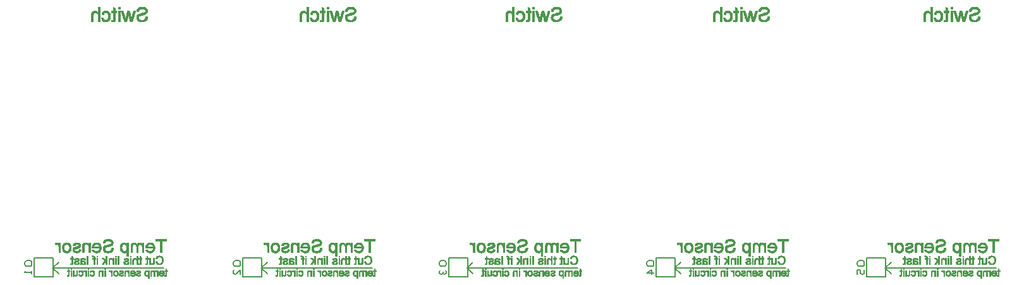
<source format=gbr>
%FSLAX23Y23*%
%MOIN*%
%ADD18C,0.00100*%
%ADD10C,0.00500*%
X000Y000D02*
D02*
D10*
X256Y383D02*
X243D01*
X237Y379*
X234Y376*
X231Y370*
Y364*
X234Y357*
X237Y354*
X243Y351*
X256*
X262Y354*
X265Y357*
X268Y364*
Y370*
X265Y376*
X262Y379*
X256Y383*
X268Y326D02*
Y314D01*
Y320D02*
X231D01*
X237Y326*
X280Y295D02*
Y395D01*
X380*
Y295*
X280*
X377Y343D02*
X963D01*
X378Y342D02*
X409Y374D01*
X378Y343D02*
X409Y311D01*
X1356Y383D02*
X1343D01*
X1337Y379*
X1334Y376*
X1331Y370*
Y364*
X1334Y357*
X1337Y354*
X1343Y351*
X1356*
X1362Y354*
X1365Y357*
X1368Y364*
Y370*
X1365Y376*
X1362Y379*
X1356Y383*
X1368Y308D02*
Y333D01*
X1347Y311*
X1340Y308*
X1334Y311*
X1331Y317*
Y326*
X1334Y333*
X1380Y295D02*
Y395D01*
X1480*
Y295*
X1380*
X1477Y343D02*
X2063D01*
X1478Y342D02*
X1509Y374D01*
X1478Y343D02*
X1509Y311D01*
X2441Y383D02*
X2428D01*
X2422Y379*
X2419Y376*
X2416Y370*
Y364*
X2419Y357*
X2422Y354*
X2428Y351*
X2441*
X2447Y354*
X2450Y357*
X2453Y364*
Y370*
X2450Y376*
X2447Y379*
X2441Y383*
X2450Y329D02*
X2453Y323D01*
Y317*
X2450Y311*
X2444Y308*
X2438Y311*
X2435Y317*
Y323*
Y317D02*
X2432Y311D01*
X2425Y308*
X2419Y311*
X2416Y317*
Y323*
X2419Y329*
X2465Y295D02*
Y395D01*
X2565*
Y295*
X2465*
X2562Y343D02*
X3148D01*
X2563Y342D02*
X2594Y374D01*
X2563Y343D02*
X2594Y311D01*
X3536Y383D02*
X3523D01*
X3517Y379*
X3514Y376*
X3511Y370*
Y364*
X3514Y357*
X3517Y354*
X3523Y351*
X3536*
X3542Y354*
X3545Y357*
X3548Y364*
Y370*
X3545Y376*
X3542Y379*
X3536Y383*
X3548Y317D02*
X3511D01*
X3536Y333*
Y308*
X3560Y295D02*
Y395D01*
X3660*
Y295*
X3560*
X3657Y343D02*
X4243D01*
X3658Y342D02*
X3689Y374D01*
X3658Y343D02*
X3689Y311D01*
X4646Y383D02*
X4633D01*
X4627Y379*
X4624Y376*
X4621Y370*
Y364*
X4624Y357*
X4627Y354*
X4633Y351*
X4646*
X4652Y354*
X4655Y357*
X4658Y364*
Y370*
X4655Y376*
X4652Y379*
X4646Y383*
X4655Y333D02*
X4658Y326D01*
Y317*
X4655Y311*
X4649Y308*
X4646*
X4640Y311*
X4637Y317*
Y333*
X4621*
Y308*
X4670Y295D02*
Y395D01*
X4770*
Y295*
X4670*
X4767Y343D02*
X5353D01*
X4768Y342D02*
X4799Y374D01*
X4768Y343D02*
X4799Y311D01*
D02*
D18*
X878Y1672D02*
X869D01*
X865Y1663*
X863Y1659*
X858Y1657*
X853Y1654*
X847*
X837Y1656*
X831Y1660*
X829Y1667*
X830Y1673*
X832Y1676*
X837Y1677*
X842Y1679*
X850Y1680*
X859Y1683*
X865Y1685*
X870Y1689*
X873Y1692*
X875Y1697*
X876Y1702*
X875Y1708*
X872Y1712*
X869Y1717*
X863Y1721*
X856Y1722*
X849Y1723*
X840Y1722*
X834Y1721*
X829Y1717*
X824Y1712*
X821Y1706*
X820Y1700*
X830*
X831Y1706*
X836Y1710*
X840Y1712*
X849Y1713*
X857Y1712*
X862Y1710*
X865Y1706*
X866Y1703*
X865Y1698*
X863Y1696*
X862Y1695*
X858Y1693*
X847Y1691*
X838Y1687*
X831Y1686*
X826Y1683*
X821Y1678*
X820Y1673*
X819Y1667*
X820Y1661*
X823Y1656*
X826Y1651*
X832Y1647*
X839Y1646*
X846Y1645*
X856Y1646*
X863Y1648*
X870Y1652*
X875Y1658*
X877Y1664*
X878Y1672*
X797Y1646D02*
X813Y1702D01*
X804*
X794Y1670*
X792Y1658*
X791Y1659*
Y1660*
X790Y1664*
Y1669*
X781Y1702*
X771*
X762Y1669*
X760Y1659*
X758Y1670*
X748Y1702*
X738*
X755Y1646*
X767*
X774Y1679*
X775Y1689*
X785Y1646*
X797*
X732Y1712D02*
Y1722D01*
X722*
Y1712*
X732*
Y1646D02*
Y1702D01*
X722*
Y1646*
X732*
X688Y1654D02*
X687Y1646D01*
X694Y1645*
X699*
X702Y1646*
X706Y1651*
X707Y1654*
Y1661*
Y1692*
X714*
Y1702*
X707*
Y1715*
X697Y1721*
Y1702*
X688*
Y1692*
X697*
Y1661*
Y1658*
Y1657*
X695Y1654*
X692*
X688*
X643Y1666D02*
X634Y1665D01*
X636Y1657*
X641Y1650*
X648Y1646*
X656Y1645*
X667Y1646*
X674Y1652*
X680Y1661*
X681Y1673*
X680Y1682*
X679Y1690*
X674Y1695*
X669Y1699*
X663Y1702*
X656Y1703*
X648Y1702*
X642Y1698*
X637Y1692*
X635Y1685*
X644Y1684*
X649Y1691*
X656Y1693*
X662Y1692*
X667Y1689*
X670Y1683*
X671Y1673*
X670Y1665*
X667Y1659*
X662Y1656*
X656Y1654*
X651Y1656*
X648Y1657*
X644Y1660*
X643Y1666*
X625Y1646D02*
Y1722D01*
X616*
Y1693*
X609Y1700*
X599Y1703*
X594Y1702*
X589Y1700*
X585Y1697*
X583Y1693*
X581Y1689*
Y1682*
Y1646*
X590*
Y1680*
X591Y1686*
X594Y1690*
X597Y1692*
X602Y1693*
X609Y1691*
X615Y1685*
X616Y1682*
Y1676*
Y1646*
X625*
X656Y1645D02*
X657D01*
X694D02*
X699D01*
X846D02*
X847D01*
X649Y1646D02*
X665D01*
X688D02*
X702D01*
X840D02*
X854D01*
X581Y1647D02*
X590D01*
X616D02*
X625D01*
X646D02*
X668D01*
X687D02*
X703D01*
X722D02*
X732D01*
X755D02*
X767D01*
X785D02*
X797D01*
X835D02*
X858D01*
X581Y1648D02*
X590D01*
X616D02*
X625D01*
X644D02*
X669D01*
X687D02*
X703D01*
X722D02*
X732D01*
X755D02*
X767D01*
X784D02*
X797D01*
X831D02*
X861D01*
X581Y1649D02*
X590D01*
X616D02*
X625D01*
X643D02*
X670D01*
X687D02*
X704D01*
X722D02*
X732D01*
X754D02*
X768D01*
X784D02*
X797D01*
X830D02*
X863D01*
X581Y1650D02*
X590D01*
X616D02*
X625D01*
X641D02*
X671D01*
X687D02*
X705D01*
X722D02*
X732D01*
X754D02*
X768D01*
X784D02*
X798D01*
X828D02*
X865D01*
X581Y1651D02*
X590D01*
X616D02*
X625D01*
X640D02*
X672D01*
X687D02*
X706D01*
X722D02*
X732D01*
X754D02*
X768D01*
X784D02*
X798D01*
X827D02*
X867D01*
X581Y1652D02*
X590D01*
X616D02*
X625D01*
X639D02*
X673D01*
X688D02*
X706D01*
X722D02*
X732D01*
X754D02*
X768D01*
X784D02*
X798D01*
X826D02*
X869D01*
X581Y1652D02*
X590D01*
X616D02*
X625D01*
X639D02*
X674D01*
X688D02*
X706D01*
X722D02*
X732D01*
X753D02*
X768D01*
X783D02*
X799D01*
X825D02*
X870D01*
X581Y1653D02*
X590D01*
X616D02*
X625D01*
X638D02*
X675D01*
X688D02*
X707D01*
X722D02*
X732D01*
X753D02*
X769D01*
X783D02*
X799D01*
X824D02*
X871D01*
X581Y1654D02*
X590D01*
X616D02*
X625D01*
X638D02*
X675D01*
X688D02*
X707D01*
X722D02*
X732D01*
X753D02*
X769D01*
X783D02*
X799D01*
X824D02*
X872D01*
X581Y1655D02*
X590D01*
X616D02*
X625D01*
X637D02*
X652D01*
X661D02*
X676D01*
X696D02*
X707D01*
X722D02*
X732D01*
X752D02*
X769D01*
X783D02*
X799D01*
X823D02*
X839D01*
X855D02*
X872D01*
X581Y1656D02*
X590D01*
X616D02*
X625D01*
X636D02*
X649D01*
X663D02*
X676D01*
X697D02*
X707D01*
X722D02*
X732D01*
X752D02*
X769D01*
X783D02*
X800D01*
X822D02*
X836D01*
X857D02*
X873D01*
X581Y1657D02*
X590D01*
X616D02*
X625D01*
X636D02*
X647D01*
X664D02*
X677D01*
X697D02*
X707D01*
X722D02*
X732D01*
X752D02*
X769D01*
X782D02*
X800D01*
X822D02*
X835D01*
X859D02*
X874D01*
X581Y1658D02*
X590D01*
X616D02*
X625D01*
X636D02*
X646D01*
X665D02*
X678D01*
X697D02*
X707D01*
X722D02*
X732D01*
X751D02*
X770D01*
X782D02*
X792D01*
X792D02*
X800D01*
X822D02*
X834D01*
X861D02*
X875D01*
X581Y1659D02*
X590D01*
X616D02*
X625D01*
X635D02*
X646D01*
X667D02*
X678D01*
X697D02*
X707D01*
X722D02*
X732D01*
X751D02*
X770D01*
X782D02*
X791D01*
X792D02*
X800D01*
X821D02*
X832D01*
X863D02*
X875D01*
X581Y1660D02*
X590D01*
X616D02*
X625D01*
X635D02*
X645D01*
X667D02*
X679D01*
X697D02*
X707D01*
X722D02*
X732D01*
X751D02*
X760D01*
X760D02*
X770D01*
X782D02*
X791D01*
X792D02*
X801D01*
X821D02*
X831D01*
X863D02*
X875D01*
X581Y1661D02*
X590D01*
X616D02*
X625D01*
X635D02*
X644D01*
X668D02*
X679D01*
X697D02*
X707D01*
X722D02*
X732D01*
X751D02*
X760D01*
X760D02*
X770D01*
X782D02*
X791D01*
X793D02*
X801D01*
X820D02*
X831D01*
X864D02*
X876D01*
X581Y1662D02*
X590D01*
X616D02*
X625D01*
X635D02*
X644D01*
X668D02*
X680D01*
X697D02*
X707D01*
X722D02*
X732D01*
X750D02*
X759D01*
X761D02*
X770D01*
X781D02*
X790D01*
X793D02*
X801D01*
X820D02*
X830D01*
X865D02*
X876D01*
X581Y1663D02*
X590D01*
X616D02*
X625D01*
X634D02*
X644D01*
X669D02*
X680D01*
X697D02*
X707D01*
X722D02*
X732D01*
X750D02*
X759D01*
X761D02*
X771D01*
X781D02*
X790D01*
X793D02*
X802D01*
X820D02*
X830D01*
X865D02*
X877D01*
X581Y1664D02*
X590D01*
X616D02*
X625D01*
X634D02*
X644D01*
X669D02*
X680D01*
X697D02*
X707D01*
X722D02*
X732D01*
X750D02*
X759D01*
X761D02*
X771D01*
X781D02*
X790D01*
X793D02*
X802D01*
X820D02*
X830D01*
X866D02*
X877D01*
X581Y1665D02*
X590D01*
X616D02*
X625D01*
X634D02*
X643D01*
X670D02*
X680D01*
X697D02*
X707D01*
X722D02*
X732D01*
X749D02*
X759D01*
X761D02*
X771D01*
X781D02*
X790D01*
X793D02*
X802D01*
X820D02*
X829D01*
X866D02*
X877D01*
X581Y1666D02*
X590D01*
X616D02*
X625D01*
X638D02*
X643D01*
X670D02*
X680D01*
X697D02*
X707D01*
X722D02*
X732D01*
X749D02*
X759D01*
X762D02*
X771D01*
X781D02*
X790D01*
X793D02*
X802D01*
X819D02*
X829D01*
X866D02*
X877D01*
X581Y1667D02*
X590D01*
X616D02*
X625D01*
X670D02*
X680D01*
X697D02*
X707D01*
X722D02*
X732D01*
X749D02*
X758D01*
X762D02*
X771D01*
X780D02*
X790D01*
X794D02*
X803D01*
X819D02*
X829D01*
X867D02*
X877D01*
X581Y1667D02*
X590D01*
X616D02*
X625D01*
X671D02*
X680D01*
X697D02*
X707D01*
X722D02*
X732D01*
X748D02*
X758D01*
X762D02*
X772D01*
X780D02*
X790D01*
X794D02*
X803D01*
X819D02*
X829D01*
X867D02*
X877D01*
X581Y1668D02*
X590D01*
X616D02*
X625D01*
X671D02*
X680D01*
X697D02*
X707D01*
X722D02*
X732D01*
X748D02*
X758D01*
X762D02*
X772D01*
X780D02*
X790D01*
X794D02*
X803D01*
X819D02*
X829D01*
X867D02*
X878D01*
X581Y1669D02*
X590D01*
X616D02*
X625D01*
X671D02*
X681D01*
X697D02*
X707D01*
X722D02*
X732D01*
X748D02*
X758D01*
X763D02*
X772D01*
X780D02*
X789D01*
X794D02*
X804D01*
X819D02*
X829D01*
X868D02*
X878D01*
X581Y1670D02*
X590D01*
X616D02*
X625D01*
X671D02*
X681D01*
X697D02*
X707D01*
X722D02*
X732D01*
X748D02*
X758D01*
X763D02*
X772D01*
X779D02*
X789D01*
X794D02*
X804D01*
X820D02*
X829D01*
X868D02*
X878D01*
X581Y1671D02*
X590D01*
X616D02*
X625D01*
X671D02*
X681D01*
X697D02*
X707D01*
X722D02*
X732D01*
X747D02*
X757D01*
X763D02*
X772D01*
X779D02*
X789D01*
X795D02*
X804D01*
X820D02*
X829D01*
X868D02*
X878D01*
X581Y1672D02*
X590D01*
X616D02*
X625D01*
X671D02*
X681D01*
X697D02*
X707D01*
X722D02*
X732D01*
X747D02*
X757D01*
X763D02*
X773D01*
X779D02*
X789D01*
X795D02*
X804D01*
X820D02*
X829D01*
X581Y1673D02*
X590D01*
X616D02*
X625D01*
X671D02*
X681D01*
X697D02*
X707D01*
X722D02*
X732D01*
X747D02*
X757D01*
X764D02*
X773D01*
X779D02*
X788D01*
X795D02*
X805D01*
X820D02*
X830D01*
X581Y1674D02*
X590D01*
X616D02*
X625D01*
X671D02*
X681D01*
X697D02*
X707D01*
X722D02*
X732D01*
X746D02*
X756D01*
X764D02*
X773D01*
X779D02*
X788D01*
X796D02*
X805D01*
X820D02*
X830D01*
X581Y1675D02*
X590D01*
X616D02*
X625D01*
X671D02*
X681D01*
X697D02*
X707D01*
X722D02*
X732D01*
X746D02*
X756D01*
X764D02*
X773D01*
X778D02*
X788D01*
X796D02*
X805D01*
X821D02*
X831D01*
X581Y1676D02*
X590D01*
X616D02*
X625D01*
X671D02*
X681D01*
X697D02*
X707D01*
X722D02*
X732D01*
X746D02*
X756D01*
X764D02*
X774D01*
X778D02*
X788D01*
X796D02*
X806D01*
X821D02*
X833D01*
X581Y1677D02*
X590D01*
X616D02*
X625D01*
X671D02*
X680D01*
X697D02*
X707D01*
X722D02*
X732D01*
X746D02*
X756D01*
X764D02*
X774D01*
X778D02*
X787D01*
X796D02*
X806D01*
X821D02*
X837D01*
X581Y1678D02*
X590D01*
X616D02*
X625D01*
X671D02*
X680D01*
X697D02*
X707D01*
X722D02*
X732D01*
X745D02*
X755D01*
X765D02*
X774D01*
X778D02*
X787D01*
X797D02*
X806D01*
X821D02*
X839D01*
X581Y1679D02*
X590D01*
X616D02*
X625D01*
X671D02*
X680D01*
X697D02*
X707D01*
X722D02*
X732D01*
X745D02*
X755D01*
X765D02*
X774D01*
X778D02*
X787D01*
X797D02*
X806D01*
X822D02*
X841D01*
X581Y1680D02*
X590D01*
X616D02*
X625D01*
X671D02*
X680D01*
X697D02*
X707D01*
X722D02*
X732D01*
X745D02*
X755D01*
X765D02*
X774D01*
X777D02*
X787D01*
X797D02*
X807D01*
X823D02*
X845D01*
X581Y1681D02*
X590D01*
X616D02*
X625D01*
X671D02*
X680D01*
X697D02*
X707D01*
X722D02*
X732D01*
X744D02*
X754D01*
X765D02*
X774D01*
X777D02*
X787D01*
X798D02*
X807D01*
X824D02*
X851D01*
X581Y1682D02*
X590D01*
X616D02*
X625D01*
X670D02*
X680D01*
X697D02*
X707D01*
X722D02*
X732D01*
X744D02*
X754D01*
X766D02*
X774D01*
X777D02*
X786D01*
X798D02*
X807D01*
X825D02*
X854D01*
X581Y1682D02*
X590D01*
X616D02*
X625D01*
X670D02*
X680D01*
X697D02*
X707D01*
X722D02*
X732D01*
X744D02*
X754D01*
X766D02*
X775D01*
X777D02*
X786D01*
X798D02*
X807D01*
X826D02*
X858D01*
X581Y1683D02*
X591D01*
X615D02*
X625D01*
X670D02*
X679D01*
X697D02*
X707D01*
X722D02*
X732D01*
X743D02*
X754D01*
X766D02*
X775D01*
X777D02*
X786D01*
X798D02*
X808D01*
X827D02*
X861D01*
X581Y1684D02*
X591D01*
X615D02*
X625D01*
X641D02*
X645D01*
X669D02*
X679D01*
X697D02*
X707D01*
X722D02*
X732D01*
X743D02*
X753D01*
X766D02*
X775D01*
X776D02*
X786D01*
X799D02*
X808D01*
X828D02*
X863D01*
X581Y1685D02*
X591D01*
X615D02*
X625D01*
X635D02*
X645D01*
X669D02*
X679D01*
X697D02*
X707D01*
X722D02*
X732D01*
X743D02*
X753D01*
X767D02*
X775D01*
X776D02*
X785D01*
X799D02*
X808D01*
X830D02*
X865D01*
X581Y1686D02*
X591D01*
X614D02*
X625D01*
X635D02*
X646D01*
X668D02*
X679D01*
X697D02*
X707D01*
X722D02*
X732D01*
X743D02*
X753D01*
X767D02*
X775D01*
X776D02*
X785D01*
X799D02*
X809D01*
X831D02*
X867D01*
X581Y1687D02*
X592D01*
X613D02*
X625D01*
X636D02*
X646D01*
X668D02*
X679D01*
X697D02*
X707D01*
X722D02*
X732D01*
X742D02*
X753D01*
X767D02*
X775D01*
X776D02*
X785D01*
X799D02*
X809D01*
X836D02*
X868D01*
X581Y1688D02*
X592D01*
X612D02*
X625D01*
X636D02*
X647D01*
X667D02*
X679D01*
X697D02*
X707D01*
X722D02*
X732D01*
X742D02*
X752D01*
X767D02*
X775D01*
X776D02*
X785D01*
X800D02*
X809D01*
X840D02*
X869D01*
X581Y1689D02*
X593D01*
X611D02*
X625D01*
X636D02*
X648D01*
X666D02*
X679D01*
X697D02*
X707D01*
X722D02*
X732D01*
X742D02*
X752D01*
X768D02*
X784D01*
X800D02*
X809D01*
X842D02*
X870D01*
X581Y1690D02*
X594D01*
X610D02*
X625D01*
X636D02*
X648D01*
X665D02*
X678D01*
X697D02*
X707D01*
X722D02*
X732D01*
X741D02*
X752D01*
X768D02*
X784D01*
X800D02*
X810D01*
X845D02*
X871D01*
X582Y1691D02*
X595D01*
X609D02*
X625D01*
X637D02*
X649D01*
X664D02*
X677D01*
X697D02*
X707D01*
X722D02*
X732D01*
X741D02*
X751D01*
X768D02*
X784D01*
X801D02*
X810D01*
X847D02*
X872D01*
X582Y1692D02*
X597D01*
X606D02*
X625D01*
X637D02*
X652D01*
X662D02*
X677D01*
X697D02*
X707D01*
X722D02*
X732D01*
X741D02*
X751D01*
X768D02*
X784D01*
X801D02*
X810D01*
X851D02*
X873D01*
X583Y1693D02*
X599D01*
X604D02*
X625D01*
X638D02*
X654D01*
X659D02*
X676D01*
X688D02*
X714D01*
X722D02*
X732D01*
X740D02*
X751D01*
X768D02*
X784D01*
X801D02*
X811D01*
X855D02*
X874D01*
X583Y1694D02*
X616D01*
X616D02*
X625D01*
X638D02*
X675D01*
X688D02*
X714D01*
X722D02*
X732D01*
X740D02*
X751D01*
X769D02*
X783D01*
X801D02*
X811D01*
X859D02*
X874D01*
X584Y1695D02*
X615D01*
X616D02*
X625D01*
X639D02*
X674D01*
X688D02*
X714D01*
X722D02*
X732D01*
X740D02*
X750D01*
X769D02*
X783D01*
X802D02*
X811D01*
X862D02*
X874D01*
X584Y1696D02*
X614D01*
X616D02*
X625D01*
X640D02*
X673D01*
X688D02*
X714D01*
X722D02*
X732D01*
X740D02*
X750D01*
X769D02*
X783D01*
X802D02*
X811D01*
X863D02*
X874D01*
X585Y1697D02*
X613D01*
X616D02*
X625D01*
X641D02*
X672D01*
X688D02*
X714D01*
X722D02*
X732D01*
X739D02*
X750D01*
X769D02*
X783D01*
X802D02*
X812D01*
X864D02*
X875D01*
X586Y1697D02*
X612D01*
X616D02*
X625D01*
X641D02*
X671D01*
X688D02*
X714D01*
X722D02*
X732D01*
X739D02*
X749D01*
X770D02*
X782D01*
X802D02*
X812D01*
X865D02*
X875D01*
X587Y1698D02*
X611D01*
X616D02*
X625D01*
X642D02*
X670D01*
X688D02*
X714D01*
X722D02*
X732D01*
X739D02*
X749D01*
X770D02*
X782D01*
X803D02*
X812D01*
X865D02*
X875D01*
X588Y1699D02*
X610D01*
X616D02*
X625D01*
X644D02*
X669D01*
X688D02*
X714D01*
X722D02*
X732D01*
X738D02*
X749D01*
X770D02*
X782D01*
X803D02*
X813D01*
X865D02*
X875D01*
X589Y1700D02*
X609D01*
X616D02*
X625D01*
X646D02*
X667D01*
X688D02*
X714D01*
X722D02*
X732D01*
X738D02*
X749D01*
X770D02*
X782D01*
X803D02*
X813D01*
X866D02*
X875D01*
X592Y1701D02*
X606D01*
X616D02*
X625D01*
X647D02*
X664D01*
X688D02*
X714D01*
X722D02*
X732D01*
X738D02*
X748D01*
X771D02*
X781D01*
X804D02*
X813D01*
X820D02*
X830D01*
X866D02*
X876D01*
X596Y1702D02*
X602D01*
X616D02*
X625D01*
X651D02*
X660D01*
X697D02*
X707D01*
X821D02*
X830D01*
X866D02*
X876D01*
X616Y1703D02*
X625D01*
X697D02*
X707D01*
X821D02*
X830D01*
X866D02*
X875D01*
X616Y1704D02*
X625D01*
X697D02*
X707D01*
X821D02*
X830D01*
X866D02*
X875D01*
X616Y1705D02*
X625D01*
X697D02*
X707D01*
X821D02*
X831D01*
X866D02*
X875D01*
X616Y1706D02*
X625D01*
X697D02*
X707D01*
X821D02*
X831D01*
X865D02*
X875D01*
X616Y1707D02*
X625D01*
X697D02*
X707D01*
X822D02*
X832D01*
X865D02*
X875D01*
X616Y1708D02*
X625D01*
X697D02*
X707D01*
X822D02*
X833D01*
X864D02*
X874D01*
X616Y1709D02*
X625D01*
X697D02*
X707D01*
X822D02*
X834D01*
X863D02*
X874D01*
X616Y1710D02*
X625D01*
X697D02*
X707D01*
X823D02*
X835D01*
X862D02*
X874D01*
X616Y1711D02*
X625D01*
X697D02*
X707D01*
X823D02*
X837D01*
X860D02*
X873D01*
X616Y1712D02*
X625D01*
X697D02*
X707D01*
X824D02*
X839D01*
X858D02*
X873D01*
X616Y1712D02*
X625D01*
X697D02*
X707D01*
X722D02*
X732D01*
X824D02*
X842D01*
X856D02*
X872D01*
X616Y1713D02*
X625D01*
X697D02*
X707D01*
X722D02*
X732D01*
X825D02*
X848D01*
X849D02*
X871D01*
X616Y1714D02*
X625D01*
X697D02*
X707D01*
X722D02*
X732D01*
X826D02*
X871D01*
X616Y1715D02*
X625D01*
X697D02*
X706D01*
X722D02*
X732D01*
X827D02*
X870D01*
X616Y1716D02*
X625D01*
X697D02*
X704D01*
X722D02*
X732D01*
X828D02*
X869D01*
X616Y1717D02*
X625D01*
X697D02*
X703D01*
X722D02*
X732D01*
X829D02*
X868D01*
X616Y1718D02*
X625D01*
X697D02*
X701D01*
X722D02*
X732D01*
X830D02*
X867D01*
X616Y1719D02*
X625D01*
X697D02*
X700D01*
X722D02*
X732D01*
X832D02*
X865D01*
X616Y1720D02*
X625D01*
X697D02*
X698D01*
X722D02*
X732D01*
X833D02*
X864D01*
X616Y1721D02*
X625D01*
X722D02*
X732D01*
X836D02*
X861D01*
X841Y1722D02*
X855D01*
X848Y1723D02*
X849D01*
X926Y378D02*
X920Y377D01*
X923Y369*
X927Y365*
X932Y362*
X939Y361*
X945Y362*
X951Y364*
X954Y367*
X958Y372*
X959Y379*
X960Y384*
X959Y391*
X957Y397*
X954Y401*
X949Y405*
X944Y407*
X939Y408*
X932Y407*
X927Y404*
X923Y400*
X921Y394*
X927Y393*
X929Y397*
X932Y400*
X935Y401*
X939Y402*
X944Y401*
X948Y399*
X951Y396*
X953Y393*
X954Y389*
X954Y384*
X954Y379*
X953Y375*
X950Y371*
X947Y369*
X944Y367*
X939Y367*
X935Y367*
X931Y369*
X928Y373*
X926Y378*
X892Y362D02*
Y367D01*
X894Y365*
X896Y362*
X899Y362*
X902Y361*
X908Y362*
X911Y365*
X913Y369*
Y371*
Y374*
Y395*
X908*
Y377*
Y374*
Y371*
X905Y368*
X901Y367*
X898*
X896Y368*
X894Y369*
X893Y372*
X892Y374*
Y377*
Y395*
X886*
Y362*
X892*
X866Y367D02*
X866Y362D01*
X870Y361*
X873*
X875Y362*
X877Y365*
X878Y367*
Y371*
Y389*
X882*
Y395*
X878*
Y403*
X872Y406*
Y395*
X866*
Y389*
X872*
Y371*
Y369*
Y368*
X871Y367*
X869*
X866*
X831D02*
X830Y362D01*
X835Y361*
X837*
X840Y362*
X842Y365*
X842Y367*
Y371*
Y389*
X847*
Y395*
X842*
Y403*
X837Y406*
Y395*
X831*
Y389*
X837*
Y371*
Y369*
Y368*
X835Y367*
X833*
X831*
X825Y362D02*
Y407D01*
X820*
Y390*
X815Y394*
X810Y396*
X806Y395*
X803Y394*
X801Y392*
X800Y390*
X798Y387*
Y383*
Y362*
X804*
Y382*
X805Y386*
X806Y388*
X808Y389*
X811Y390*
X815Y389*
X819Y385*
X820Y383*
Y379*
Y362*
X825*
X791Y401D02*
Y407D01*
X785*
Y401*
X791*
Y362D02*
Y395D01*
X785*
Y362*
X791*
X779Y372D02*
X773Y372D01*
X772Y369*
X770Y368*
X768Y367*
X764*
X761*
X759Y368*
X757Y369*
X757Y371*
X757Y372*
X759Y374*
X761Y374*
X764Y375*
X769Y377*
X773Y378*
X776Y382*
X778Y386*
X777Y390*
X774Y394*
X771Y395*
X766Y396*
X759Y394*
X756Y393*
X755Y391*
X752Y386*
X758Y386*
X760Y389*
X762Y390*
X765*
X769*
X771Y389*
X772Y388*
X772Y386*
X772Y385*
X769Y384*
X768Y383*
X764Y382*
X759Y381*
X756Y379*
X752Y377*
X751Y374*
Y372*
X752Y369*
X752Y366*
X755Y364*
X757Y362*
X764Y361*
X770Y362*
X774Y364*
X777Y367*
X779Y372*
X727Y362D02*
Y407D01*
X721*
Y362*
X727*
X713Y401D02*
Y407D01*
X707*
Y401*
X713*
Y362D02*
Y395D01*
X707*
Y362*
X713*
X699D02*
Y395D01*
X693*
Y390*
X689Y394*
X683Y396*
X677Y394*
X674Y391*
X672Y388*
Y385*
Y382*
Y362*
X677*
Y382*
Y384*
X678Y386*
X680Y389*
X684Y390*
X687Y389*
X690Y388*
X692Y384*
X693Y379*
Y362*
X699*
X664D02*
Y407D01*
X658*
Y383*
X645Y395*
X638*
X650Y382*
X637Y362*
X643*
X655Y379*
X658Y375*
Y362*
X664*
X614Y401D02*
Y407D01*
X609*
Y401*
X614*
Y362D02*
Y395D01*
X609*
Y362*
X614*
X599D02*
Y389D01*
X604*
Y395*
X599*
Y399*
Y401*
X598Y403*
X595Y406*
X593Y407*
X589Y408*
X584Y407*
X585Y402*
X588*
X590*
X592Y401*
X593Y400*
Y398*
Y395*
X587*
Y389*
X593*
Y362*
X599*
X564D02*
Y407D01*
X558*
Y362*
X564*
X528Y366D02*
X531Y364D01*
X534Y362*
X540Y361*
X545Y362*
X548Y364*
X550Y367*
X551Y370*
X550Y375*
X547Y378*
X543Y380*
X541Y381*
X538*
X533Y382*
X528Y383*
Y384*
X529Y386*
X530Y389*
X533Y389*
X536Y390*
X540*
X542Y389*
X543Y387*
X545Y385*
X550Y386*
X548Y391*
X546Y393*
X543Y394*
X536Y396*
X532*
X528Y394*
X526Y394*
X525Y392*
X523Y389*
Y386*
Y384*
Y377*
Y370*
Y367*
X521Y362*
X527*
X528Y366*
Y377D02*
X532Y377D01*
X538Y375*
X541*
X543Y374*
X545Y373*
X545Y371*
X545Y369*
X544Y368*
X542Y367*
X539*
X536*
X533Y368*
X529Y371*
X528Y373*
Y376*
Y377*
X517Y372D02*
X511Y372D01*
X511Y369*
X509Y368*
X506Y367*
X503*
X499*
X497Y368*
X496Y369*
X495Y371*
X496Y372*
X497Y374*
X499Y374*
X503Y375*
X508Y377*
X511Y378*
X515Y382*
X516Y386*
X516Y390*
X513Y394*
X509Y395*
X504Y396*
X497Y394*
X494Y393*
X493Y391*
X491Y386*
X497Y386*
X499Y389*
X501Y390*
X504*
X507*
X509Y389*
X510Y388*
X511Y386*
X510Y385*
X508Y384*
X506Y383*
X503Y382*
X498Y381*
X494Y379*
X491Y377*
X489Y374*
Y372*
X490Y369*
X491Y366*
X493Y364*
X496Y362*
X503Y361*
X509Y362*
X513Y364*
X516Y367*
X517Y372*
X471Y367D02*
X470Y362D01*
X475Y361*
X477*
X480Y362*
X482Y365*
X482Y367*
Y371*
Y389*
X487*
Y395*
X482*
Y403*
X477Y406*
Y395*
X471*
Y389*
X477*
Y371*
Y369*
Y368*
X475Y367*
X473*
X471*
Y362D02*
X479D01*
X500D02*
X508D01*
X535D02*
X544D01*
X761D02*
X769D01*
X831D02*
X839D01*
X866D02*
X875D01*
X900D02*
X904D01*
X933D02*
X944D01*
X470Y362D02*
X480D01*
X496D02*
X510D01*
X522D02*
X527D01*
X533D02*
X546D01*
X558D02*
X564D01*
X593D02*
X599D01*
X609D02*
X614D01*
X637D02*
X644D01*
X658D02*
X664D01*
X672D02*
X677D01*
X693D02*
X699D01*
X707D02*
X713D01*
X721D02*
X727D01*
X757D02*
X772D01*
X785D02*
X791D01*
X798D02*
X804D01*
X820D02*
X825D01*
X830D02*
X840D01*
X866D02*
X876D01*
X886D02*
X892D01*
X896D02*
X908D01*
X931D02*
X947D01*
X471Y363D02*
X481D01*
X494D02*
X512D01*
X522D02*
X528D01*
X532D02*
X548D01*
X558D02*
X564D01*
X593D02*
X599D01*
X609D02*
X614D01*
X638D02*
X644D01*
X658D02*
X664D01*
X672D02*
X677D01*
X693D02*
X699D01*
X707D02*
X713D01*
X721D02*
X727D01*
X755D02*
X774D01*
X785D02*
X791D01*
X798D02*
X804D01*
X820D02*
X825D01*
X831D02*
X841D01*
X866D02*
X876D01*
X886D02*
X892D01*
X895D02*
X909D01*
X929D02*
X950D01*
X471Y364D02*
X482D01*
X492D02*
X513D01*
X522D02*
X528D01*
X531D02*
X549D01*
X558D02*
X564D01*
X593D02*
X599D01*
X609D02*
X614D01*
X639D02*
X645D01*
X658D02*
X664D01*
X672D02*
X677D01*
X693D02*
X699D01*
X707D02*
X713D01*
X721D02*
X727D01*
X754D02*
X775D01*
X785D02*
X791D01*
X798D02*
X804D01*
X820D02*
X825D01*
X831D02*
X842D01*
X866D02*
X877D01*
X886D02*
X892D01*
X894D02*
X910D01*
X927D02*
X951D01*
X471Y365D02*
X482D01*
X492D02*
X514D01*
X522D02*
X528D01*
X529D02*
X549D01*
X558D02*
X564D01*
X593D02*
X599D01*
X609D02*
X614D01*
X639D02*
X646D01*
X658D02*
X664D01*
X672D02*
X677D01*
X693D02*
X699D01*
X707D02*
X713D01*
X721D02*
X727D01*
X753D02*
X776D01*
X785D02*
X791D01*
X798D02*
X804D01*
X820D02*
X825D01*
X831D02*
X842D01*
X866D02*
X877D01*
X886D02*
X892D01*
X894D02*
X911D01*
X926D02*
X952D01*
X471Y366D02*
X482D01*
X491D02*
X515D01*
X523D02*
X550D01*
X558D02*
X564D01*
X593D02*
X599D01*
X609D02*
X614D01*
X640D02*
X646D01*
X658D02*
X664D01*
X672D02*
X677D01*
X693D02*
X699D01*
X707D02*
X713D01*
X721D02*
X727D01*
X752D02*
X777D01*
X785D02*
X791D01*
X798D02*
X804D01*
X820D02*
X825D01*
X831D02*
X842D01*
X866D02*
X878D01*
X886D02*
X892D01*
X893D02*
X912D01*
X925D02*
X953D01*
X476Y367D02*
X482D01*
X491D02*
X499D01*
X507D02*
X516D01*
X523D02*
X535D01*
X543D02*
X551D01*
X558D02*
X564D01*
X593D02*
X599D01*
X609D02*
X614D01*
X640D02*
X647D01*
X658D02*
X664D01*
X672D02*
X677D01*
X693D02*
X699D01*
X707D02*
X713D01*
X721D02*
X727D01*
X752D02*
X760D01*
X769D02*
X777D01*
X785D02*
X791D01*
X798D02*
X804D01*
X820D02*
X825D01*
X836D02*
X842D01*
X871D02*
X878D01*
X886D02*
X892D01*
X892D02*
X898D01*
X902D02*
X912D01*
X925D02*
X936D01*
X943D02*
X954D01*
X477Y368D02*
X482D01*
X490D02*
X497D01*
X509D02*
X516D01*
X523D02*
X533D01*
X544D02*
X551D01*
X558D02*
X564D01*
X593D02*
X599D01*
X609D02*
X614D01*
X641D02*
X648D01*
X658D02*
X664D01*
X672D02*
X677D01*
X693D02*
X699D01*
X707D02*
X713D01*
X721D02*
X727D01*
X752D02*
X759D01*
X770D02*
X778D01*
X785D02*
X791D01*
X798D02*
X804D01*
X820D02*
X825D01*
X837D02*
X842D01*
X872D02*
X878D01*
X886D02*
X896D01*
X905D02*
X913D01*
X924D02*
X933D01*
X946D02*
X955D01*
X477Y369D02*
X482D01*
X490D02*
X496D01*
X510D02*
X516D01*
X523D02*
X532D01*
X545D02*
X551D01*
X558D02*
X564D01*
X593D02*
X599D01*
X609D02*
X614D01*
X642D02*
X648D01*
X658D02*
X664D01*
X672D02*
X677D01*
X693D02*
X699D01*
X707D02*
X713D01*
X721D02*
X727D01*
X752D02*
X758D01*
X772D02*
X778D01*
X785D02*
X791D01*
X798D02*
X804D01*
X820D02*
X825D01*
X837D02*
X842D01*
X872D02*
X878D01*
X886D02*
X895D01*
X906D02*
X913D01*
X923D02*
X932D01*
X948D02*
X956D01*
X477Y370D02*
X482D01*
X490D02*
X496D01*
X511D02*
X517D01*
X523D02*
X531D01*
X545D02*
X551D01*
X558D02*
X564D01*
X593D02*
X599D01*
X609D02*
X614D01*
X642D02*
X649D01*
X658D02*
X664D01*
X672D02*
X677D01*
X693D02*
X699D01*
X707D02*
X713D01*
X721D02*
X727D01*
X751D02*
X757D01*
X772D02*
X778D01*
X785D02*
X791D01*
X798D02*
X804D01*
X820D02*
X825D01*
X837D02*
X842D01*
X872D02*
X878D01*
X886D02*
X894D01*
X907D02*
X913D01*
X923D02*
X931D01*
X949D02*
X956D01*
X477Y371D02*
X482D01*
X490D02*
X495D01*
X511D02*
X517D01*
X523D02*
X529D01*
X545D02*
X551D01*
X558D02*
X564D01*
X593D02*
X599D01*
X609D02*
X614D01*
X643D02*
X649D01*
X658D02*
X664D01*
X672D02*
X677D01*
X693D02*
X699D01*
X707D02*
X713D01*
X721D02*
X727D01*
X751D02*
X757D01*
X773D02*
X778D01*
X785D02*
X791D01*
X798D02*
X804D01*
X820D02*
X825D01*
X837D02*
X842D01*
X872D02*
X878D01*
X886D02*
X893D01*
X908D02*
X913D01*
X923D02*
X930D01*
X950D02*
X957D01*
X477Y372D02*
X482D01*
X489D02*
X496D01*
X511D02*
X515D01*
X523D02*
X529D01*
X545D02*
X551D01*
X558D02*
X564D01*
X593D02*
X599D01*
X609D02*
X614D01*
X644D02*
X650D01*
X658D02*
X664D01*
X672D02*
X677D01*
X693D02*
X699D01*
X707D02*
X713D01*
X721D02*
X727D01*
X751D02*
X757D01*
X773D02*
X776D01*
X785D02*
X791D01*
X798D02*
X804D01*
X820D02*
X825D01*
X837D02*
X842D01*
X872D02*
X878D01*
X886D02*
X893D01*
X908D02*
X913D01*
X922D02*
X929D01*
X951D02*
X958D01*
X477Y373D02*
X482D01*
X489D02*
X496D01*
X523D02*
X529D01*
X545D02*
X550D01*
X558D02*
X564D01*
X593D02*
X599D01*
X609D02*
X614D01*
X644D02*
X651D01*
X658D02*
X664D01*
X672D02*
X677D01*
X693D02*
X699D01*
X707D02*
X713D01*
X721D02*
X727D01*
X751D02*
X758D01*
X785D02*
X791D01*
X798D02*
X804D01*
X820D02*
X825D01*
X837D02*
X842D01*
X872D02*
X878D01*
X886D02*
X892D01*
X908D02*
X913D01*
X922D02*
X928D01*
X951D02*
X958D01*
X477Y374D02*
X482D01*
X489D02*
X497D01*
X523D02*
X528D01*
X544D02*
X550D01*
X558D02*
X564D01*
X593D02*
X599D01*
X609D02*
X614D01*
X645D02*
X651D01*
X658D02*
X664D01*
X672D02*
X677D01*
X693D02*
X699D01*
X707D02*
X713D01*
X721D02*
X727D01*
X751D02*
X759D01*
X785D02*
X791D01*
X798D02*
X804D01*
X820D02*
X825D01*
X837D02*
X842D01*
X872D02*
X878D01*
X886D02*
X892D01*
X908D02*
X913D01*
X921D02*
X928D01*
X952D02*
X958D01*
X477Y375D02*
X482D01*
X490D02*
X501D01*
X523D02*
X528D01*
X542D02*
X550D01*
X558D02*
X564D01*
X593D02*
X599D01*
X609D02*
X614D01*
X645D02*
X652D01*
X658D02*
X664D01*
X672D02*
X677D01*
X693D02*
X699D01*
X707D02*
X713D01*
X721D02*
X727D01*
X751D02*
X762D01*
X785D02*
X791D01*
X798D02*
X804D01*
X820D02*
X825D01*
X837D02*
X842D01*
X872D02*
X878D01*
X886D02*
X892D01*
X908D02*
X913D01*
X921D02*
X927D01*
X953D02*
X958D01*
X477Y376D02*
X482D01*
X490D02*
X505D01*
X523D02*
X528D01*
X536D02*
X549D01*
X558D02*
X564D01*
X593D02*
X599D01*
X609D02*
X614D01*
X646D02*
X653D01*
X658D02*
X664D01*
X672D02*
X677D01*
X693D02*
X699D01*
X707D02*
X713D01*
X721D02*
X727D01*
X752D02*
X766D01*
X785D02*
X791D01*
X798D02*
X804D01*
X820D02*
X825D01*
X837D02*
X842D01*
X872D02*
X878D01*
X886D02*
X892D01*
X908D02*
X913D01*
X921D02*
X927D01*
X953D02*
X959D01*
X477Y377D02*
X482D01*
X491D02*
X508D01*
X523D02*
X528D01*
X532D02*
X548D01*
X558D02*
X564D01*
X593D02*
X599D01*
X609D02*
X614D01*
X647D02*
X653D01*
X657D02*
X664D01*
X672D02*
X677D01*
X693D02*
X699D01*
X707D02*
X713D01*
X721D02*
X727D01*
X752D02*
X769D01*
X785D02*
X791D01*
X798D02*
X804D01*
X820D02*
X825D01*
X837D02*
X842D01*
X872D02*
X878D01*
X886D02*
X892D01*
X908D02*
X913D01*
X920D02*
X927D01*
X953D02*
X959D01*
X477Y377D02*
X482D01*
X492D02*
X510D01*
X523D02*
X547D01*
X558D02*
X564D01*
X593D02*
X599D01*
X609D02*
X614D01*
X647D02*
X654D01*
X656D02*
X664D01*
X672D02*
X677D01*
X693D02*
X699D01*
X707D02*
X713D01*
X721D02*
X727D01*
X754D02*
X772D01*
X785D02*
X791D01*
X798D02*
X804D01*
X820D02*
X825D01*
X837D02*
X842D01*
X872D02*
X878D01*
X886D02*
X892D01*
X908D02*
X913D01*
X924D02*
X926D01*
X953D02*
X959D01*
X477Y378D02*
X482D01*
X493D02*
X512D01*
X523D02*
X546D01*
X558D02*
X564D01*
X593D02*
X599D01*
X609D02*
X614D01*
X648D02*
X654D01*
X655D02*
X664D01*
X672D02*
X677D01*
X693D02*
X699D01*
X707D02*
X713D01*
X721D02*
X727D01*
X755D02*
X773D01*
X785D02*
X791D01*
X798D02*
X804D01*
X820D02*
X825D01*
X837D02*
X842D01*
X872D02*
X878D01*
X886D02*
X892D01*
X908D02*
X913D01*
X953D02*
X959D01*
X477Y379D02*
X482D01*
X494D02*
X513D01*
X523D02*
X545D01*
X558D02*
X564D01*
X593D02*
X599D01*
X609D02*
X614D01*
X648D02*
X664D01*
X672D02*
X677D01*
X693D02*
X699D01*
X707D02*
X713D01*
X721D02*
X727D01*
X756D02*
X774D01*
X785D02*
X791D01*
X798D02*
X804D01*
X820D02*
X825D01*
X837D02*
X842D01*
X872D02*
X878D01*
X886D02*
X892D01*
X908D02*
X913D01*
X954D02*
X959D01*
X477Y380D02*
X482D01*
X497D02*
X514D01*
X523D02*
X543D01*
X558D02*
X564D01*
X593D02*
X599D01*
X609D02*
X614D01*
X649D02*
X664D01*
X672D02*
X677D01*
X693D02*
X699D01*
X707D02*
X713D01*
X721D02*
X727D01*
X758D02*
X775D01*
X785D02*
X791D01*
X798D02*
X804D01*
X820D02*
X825D01*
X837D02*
X842D01*
X872D02*
X878D01*
X886D02*
X892D01*
X908D02*
X913D01*
X954D02*
X960D01*
X477Y381D02*
X482D01*
X499D02*
X515D01*
X523D02*
X535D01*
X558D02*
X564D01*
X593D02*
X599D01*
X609D02*
X614D01*
X650D02*
X664D01*
X672D02*
X677D01*
X693D02*
X699D01*
X707D02*
X713D01*
X721D02*
X727D01*
X761D02*
X776D01*
X785D02*
X791D01*
X798D02*
X804D01*
X820D02*
X825D01*
X837D02*
X842D01*
X872D02*
X878D01*
X886D02*
X892D01*
X908D02*
X913D01*
X954D02*
X960D01*
X477Y382D02*
X482D01*
X503D02*
X515D01*
X523D02*
X531D01*
X558D02*
X564D01*
X593D02*
X599D01*
X609D02*
X614D01*
X650D02*
X664D01*
X672D02*
X677D01*
X692D02*
X699D01*
X707D02*
X713D01*
X721D02*
X727D01*
X764D02*
X777D01*
X785D02*
X791D01*
X798D02*
X804D01*
X820D02*
X825D01*
X837D02*
X842D01*
X872D02*
X878D01*
X886D02*
X892D01*
X908D02*
X913D01*
X954D02*
X960D01*
X477Y383D02*
X482D01*
X507D02*
X516D01*
X523D02*
X528D01*
X558D02*
X564D01*
X593D02*
X599D01*
X609D02*
X614D01*
X649D02*
X658D01*
X658D02*
X664D01*
X672D02*
X677D01*
X692D02*
X699D01*
X707D02*
X713D01*
X721D02*
X727D01*
X768D02*
X777D01*
X785D02*
X791D01*
X798D02*
X804D01*
X820D02*
X825D01*
X837D02*
X842D01*
X872D02*
X878D01*
X886D02*
X892D01*
X908D02*
X913D01*
X954D02*
X960D01*
X477Y384D02*
X482D01*
X509D02*
X516D01*
X523D02*
X528D01*
X558D02*
X564D01*
X593D02*
X599D01*
X609D02*
X614D01*
X649D02*
X657D01*
X658D02*
X664D01*
X672D02*
X677D01*
X692D02*
X699D01*
X707D02*
X713D01*
X721D02*
X727D01*
X770D02*
X777D01*
X785D02*
X791D01*
X798D02*
X804D01*
X819D02*
X825D01*
X837D02*
X842D01*
X872D02*
X878D01*
X886D02*
X892D01*
X908D02*
X913D01*
X954D02*
X960D01*
X477Y385D02*
X482D01*
X510D02*
X516D01*
X523D02*
X529D01*
X558D02*
X564D01*
X593D02*
X599D01*
X609D02*
X614D01*
X648D02*
X656D01*
X658D02*
X664D01*
X672D02*
X677D01*
X692D02*
X699D01*
X707D02*
X713D01*
X721D02*
X727D01*
X771D02*
X778D01*
X785D02*
X791D01*
X798D02*
X805D01*
X819D02*
X825D01*
X837D02*
X842D01*
X872D02*
X878D01*
X886D02*
X892D01*
X908D02*
X913D01*
X954D02*
X960D01*
X477Y386D02*
X482D01*
X495D02*
X497D01*
X510D02*
X516D01*
X523D02*
X529D01*
X544D02*
X550D01*
X558D02*
X564D01*
X593D02*
X599D01*
X609D02*
X614D01*
X647D02*
X655D01*
X658D02*
X664D01*
X672D02*
X678D01*
X691D02*
X699D01*
X707D02*
X713D01*
X721D02*
X727D01*
X757D02*
X758D01*
X772D02*
X778D01*
X785D02*
X791D01*
X798D02*
X805D01*
X818D02*
X825D01*
X837D02*
X842D01*
X872D02*
X878D01*
X886D02*
X892D01*
X908D02*
X913D01*
X954D02*
X960D01*
X477Y387D02*
X482D01*
X491D02*
X497D01*
X511D02*
X516D01*
X523D02*
X529D01*
X544D02*
X550D01*
X558D02*
X564D01*
X593D02*
X599D01*
X609D02*
X614D01*
X646D02*
X654D01*
X658D02*
X664D01*
X672D02*
X678D01*
X691D02*
X699D01*
X707D02*
X713D01*
X721D02*
X727D01*
X753D02*
X759D01*
X772D02*
X778D01*
X785D02*
X791D01*
X798D02*
X806D01*
X817D02*
X825D01*
X837D02*
X842D01*
X872D02*
X878D01*
X886D02*
X892D01*
X908D02*
X913D01*
X954D02*
X960D01*
X477Y388D02*
X482D01*
X491D02*
X498D01*
X510D02*
X516D01*
X523D02*
X530D01*
X543D02*
X550D01*
X558D02*
X564D01*
X593D02*
X599D01*
X609D02*
X614D01*
X645D02*
X653D01*
X658D02*
X664D01*
X672D02*
X679D01*
X690D02*
X699D01*
X707D02*
X713D01*
X721D02*
X727D01*
X753D02*
X760D01*
X772D02*
X778D01*
X785D02*
X791D01*
X799D02*
X806D01*
X816D02*
X825D01*
X837D02*
X842D01*
X872D02*
X878D01*
X886D02*
X892D01*
X908D02*
X913D01*
X954D02*
X960D01*
X477Y389D02*
X482D01*
X492D02*
X499D01*
X509D02*
X516D01*
X523D02*
X530D01*
X542D02*
X549D01*
X558D02*
X564D01*
X593D02*
X599D01*
X609D02*
X614D01*
X644D02*
X652D01*
X658D02*
X664D01*
X672D02*
X680D01*
X688D02*
X699D01*
X707D02*
X713D01*
X721D02*
X727D01*
X753D02*
X760D01*
X771D02*
X777D01*
X785D02*
X791D01*
X799D02*
X808D01*
X815D02*
X825D01*
X837D02*
X842D01*
X872D02*
X878D01*
X886D02*
X892D01*
X908D02*
X913D01*
X954D02*
X960D01*
X471Y390D02*
X487D01*
X492D02*
X500D01*
X508D02*
X516D01*
X523D02*
X534D01*
X540D02*
X549D01*
X558D02*
X564D01*
X587D02*
X604D01*
X609D02*
X614D01*
X643D02*
X651D01*
X658D02*
X664D01*
X673D02*
X682D01*
X686D02*
X699D01*
X707D02*
X713D01*
X721D02*
X727D01*
X754D02*
X762D01*
X769D02*
X777D01*
X785D02*
X791D01*
X800D02*
X810D01*
X812D02*
X825D01*
X831D02*
X847D01*
X866D02*
X882D01*
X886D02*
X892D01*
X908D02*
X913D01*
X953D02*
X960D01*
X471Y391D02*
X487D01*
X493D02*
X515D01*
X524D02*
X549D01*
X558D02*
X564D01*
X587D02*
X604D01*
X609D02*
X614D01*
X642D02*
X650D01*
X658D02*
X664D01*
X673D02*
X692D01*
X693D02*
X699D01*
X707D02*
X713D01*
X721D02*
X727D01*
X754D02*
X777D01*
X785D02*
X791D01*
X800D02*
X819D01*
X820D02*
X825D01*
X831D02*
X847D01*
X866D02*
X882D01*
X886D02*
X892D01*
X908D02*
X913D01*
X953D02*
X959D01*
X471Y392D02*
X487D01*
X493D02*
X514D01*
X525D02*
X548D01*
X558D02*
X564D01*
X587D02*
X604D01*
X609D02*
X614D01*
X641D02*
X649D01*
X658D02*
X664D01*
X674D02*
X691D01*
X693D02*
X699D01*
X707D02*
X713D01*
X721D02*
X727D01*
X755D02*
X776D01*
X785D02*
X791D01*
X801D02*
X818D01*
X820D02*
X825D01*
X831D02*
X847D01*
X866D02*
X882D01*
X886D02*
X892D01*
X908D02*
X913D01*
X953D02*
X959D01*
X471Y392D02*
X487D01*
X494D02*
X514D01*
X525D02*
X547D01*
X558D02*
X564D01*
X587D02*
X604D01*
X609D02*
X614D01*
X640D02*
X648D01*
X658D02*
X664D01*
X675D02*
X690D01*
X693D02*
X699D01*
X707D02*
X713D01*
X721D02*
X727D01*
X756D02*
X775D01*
X785D02*
X791D01*
X802D02*
X817D01*
X820D02*
X825D01*
X831D02*
X847D01*
X866D02*
X882D01*
X886D02*
X892D01*
X908D02*
X913D01*
X953D02*
X959D01*
X471Y393D02*
X487D01*
X496D02*
X513D01*
X526D02*
X545D01*
X558D02*
X564D01*
X587D02*
X604D01*
X609D02*
X614D01*
X639D02*
X647D01*
X658D02*
X664D01*
X676D02*
X689D01*
X693D02*
X699D01*
X707D02*
X713D01*
X721D02*
X727D01*
X757D02*
X774D01*
X785D02*
X791D01*
X803D02*
X816D01*
X820D02*
X825D01*
X831D02*
X847D01*
X866D02*
X882D01*
X886D02*
X892D01*
X908D02*
X913D01*
X924D02*
X927D01*
X953D02*
X959D01*
X471Y394D02*
X487D01*
X498D02*
X511D01*
X529D02*
X543D01*
X558D02*
X564D01*
X587D02*
X604D01*
X609D02*
X614D01*
X638D02*
X646D01*
X658D02*
X664D01*
X678D02*
X688D01*
X693D02*
X699D01*
X707D02*
X713D01*
X721D02*
X727D01*
X759D02*
X772D01*
X785D02*
X791D01*
X804D02*
X815D01*
X820D02*
X825D01*
X831D02*
X847D01*
X866D02*
X882D01*
X886D02*
X892D01*
X908D02*
X913D01*
X921D02*
X927D01*
X952D02*
X958D01*
X477Y395D02*
X482D01*
X502D02*
X507D01*
X531D02*
X538D01*
X558D02*
X564D01*
X593D02*
X599D01*
X658D02*
X664D01*
X681D02*
X685D01*
X721D02*
X727D01*
X764D02*
X769D01*
X808D02*
X811D01*
X820D02*
X825D01*
X837D02*
X842D01*
X872D02*
X878D01*
X921D02*
X928D01*
X951D02*
X958D01*
X477Y396D02*
X482D01*
X558D02*
X564D01*
X593D02*
X599D01*
X658D02*
X664D01*
X721D02*
X727D01*
X820D02*
X825D01*
X837D02*
X842D01*
X872D02*
X878D01*
X922D02*
X928D01*
X951D02*
X958D01*
X477Y397D02*
X482D01*
X558D02*
X564D01*
X593D02*
X599D01*
X658D02*
X664D01*
X721D02*
X727D01*
X820D02*
X825D01*
X837D02*
X842D01*
X872D02*
X878D01*
X922D02*
X929D01*
X950D02*
X957D01*
X477Y398D02*
X482D01*
X558D02*
X564D01*
X593D02*
X599D01*
X658D02*
X664D01*
X721D02*
X727D01*
X820D02*
X825D01*
X837D02*
X842D01*
X872D02*
X878D01*
X922D02*
X930D01*
X949D02*
X957D01*
X477Y399D02*
X482D01*
X558D02*
X564D01*
X593D02*
X599D01*
X658D02*
X664D01*
X721D02*
X727D01*
X820D02*
X825D01*
X837D02*
X842D01*
X872D02*
X878D01*
X923D02*
X931D01*
X948D02*
X956D01*
X477Y400D02*
X482D01*
X558D02*
X564D01*
X593D02*
X599D01*
X658D02*
X664D01*
X721D02*
X727D01*
X820D02*
X825D01*
X837D02*
X842D01*
X872D02*
X878D01*
X923D02*
X932D01*
X947D02*
X955D01*
X477Y401D02*
X482D01*
X558D02*
X564D01*
X592D02*
X599D01*
X658D02*
X664D01*
X721D02*
X727D01*
X820D02*
X825D01*
X837D02*
X842D01*
X872D02*
X878D01*
X924D02*
X934D01*
X945D02*
X955D01*
X477Y402D02*
X482D01*
X558D02*
X564D01*
X591D02*
X598D01*
X609D02*
X614D01*
X658D02*
X664D01*
X707D02*
X713D01*
X721D02*
X727D01*
X785D02*
X791D01*
X820D02*
X825D01*
X837D02*
X842D01*
X872D02*
X878D01*
X925D02*
X937D01*
X940D02*
X954D01*
X477Y403D02*
X482D01*
X558D02*
X564D01*
X585D02*
X598D01*
X609D02*
X614D01*
X658D02*
X664D01*
X707D02*
X713D01*
X721D02*
X727D01*
X785D02*
X791D01*
X820D02*
X825D01*
X837D02*
X842D01*
X872D02*
X878D01*
X926D02*
X952D01*
X477Y404D02*
X481D01*
X558D02*
X564D01*
X585D02*
X597D01*
X609D02*
X614D01*
X658D02*
X664D01*
X707D02*
X713D01*
X721D02*
X727D01*
X785D02*
X791D01*
X820D02*
X825D01*
X837D02*
X841D01*
X872D02*
X876D01*
X927D02*
X951D01*
X477Y405D02*
X479D01*
X558D02*
X564D01*
X585D02*
X596D01*
X609D02*
X614D01*
X658D02*
X664D01*
X707D02*
X713D01*
X721D02*
X727D01*
X785D02*
X791D01*
X820D02*
X825D01*
X837D02*
X839D01*
X872D02*
X875D01*
X928D02*
X950D01*
X477Y406D02*
X478D01*
X558D02*
X564D01*
X585D02*
X596D01*
X609D02*
X614D01*
X658D02*
X664D01*
X707D02*
X713D01*
X721D02*
X727D01*
X785D02*
X791D01*
X820D02*
X825D01*
X837D02*
X838D01*
X872D02*
X873D01*
X930D02*
X948D01*
X558Y407D02*
X564D01*
X585D02*
X594D01*
X609D02*
X614D01*
X658D02*
X664D01*
X707D02*
X713D01*
X721D02*
X727D01*
X785D02*
X791D01*
X820D02*
X825D01*
X932D02*
X946D01*
X588Y407D02*
X591D01*
X936D02*
X941D01*
X953Y425D02*
Y486D01*
X976*
Y495*
X921*
Y486*
X944*
Y425*
X953*
X875Y440D02*
X867Y439D01*
X870Y432*
X875Y428*
X882Y425*
X890Y423*
X901Y425*
X908Y430*
X913Y439*
X915Y450*
X913Y462*
X908Y470*
X901Y475*
X891Y477*
X881Y475*
X873Y470*
X868Y462*
X867Y450*
Y448*
X906*
X905Y441*
X901Y437*
X896Y433*
X890Y432*
X881Y434*
X878Y437*
X875Y440*
X906Y457D02*
X875D01*
X876Y461*
X879Y464*
X884Y468*
X891Y469*
X896Y468*
X902Y465*
X905Y461*
X906Y457*
X858Y425D02*
Y476D01*
X849*
Y468*
X842Y475*
X839Y476*
X835Y477*
X829Y476*
X826Y474*
X822Y472*
X820Y468*
X817Y472*
X814Y475*
X809Y476*
X805Y477*
X798Y476*
X794Y473*
X790Y468*
X789Y460*
Y425*
X798*
Y457*
Y461*
X799Y463*
X801Y468*
X807Y469*
X811Y468*
X816Y465*
X818Y461*
X819Y453*
Y425*
X828*
Y458*
Y462*
X830Y465*
X832Y468*
X837Y469*
X843Y466*
X848Y461*
X849Y457*
Y451*
Y425*
X858*
X776Y405D02*
Y476D01*
X767*
Y468*
X764Y472*
X761Y475*
X757Y476*
X753Y477*
X747Y476*
X742Y474*
X738Y470*
X734Y464*
X733Y458*
X732Y451*
X733Y443*
X734Y437*
X739Y431*
X743Y427*
X749Y425*
X754Y423*
X758*
X762Y426*
X767Y431*
Y405*
X776*
X767Y450D02*
X766Y442D01*
X764Y437*
X760Y433*
X754Y432*
X749Y433*
X745Y437*
X742Y442*
X741Y451*
X742Y459*
X744Y464*
X749Y468*
X754Y469*
X758Y468*
X763Y464*
X766Y458*
X767Y450*
X697Y449D02*
X688D01*
X685Y440*
X682Y437*
X678Y434*
X674Y432*
X668*
X658Y433*
X653Y438*
X650Y444*
X652Y450*
X654Y452*
X658Y453*
X663Y455*
X670Y457*
X679Y459*
X685Y461*
X689Y464*
X692Y468*
X693Y472*
X695Y476*
X693Y482*
X691Y486*
X688Y491*
X682Y494*
X676Y495*
X669Y496*
X661Y495*
X656Y494*
X650Y491*
X646Y486*
X644Y481*
X643Y475*
X652*
X653Y481*
X657Y484*
X661Y486*
X669Y487*
X677Y486*
X681Y484*
X685Y481*
X686Y477*
X685Y473*
X682Y471*
X681Y470*
X678Y469*
X668Y466*
X659Y463*
X653Y462*
X648Y459*
X644Y454*
X643Y450*
X642Y444*
X643Y439*
X645Y433*
X648Y429*
X654Y426*
X660Y425*
X667Y423*
X676Y425*
X682Y427*
X689Y430*
X693Y436*
X696Y441*
X697Y449*
X593Y440D02*
X584Y439D01*
X588Y432*
X593Y428*
X600Y425*
X607Y423*
X619Y425*
X626Y430*
X631Y439*
X633Y450*
X631Y462*
X626Y470*
X619Y475*
X609Y477*
X599Y475*
X591Y470*
X585Y462*
X584Y450*
Y448*
X624*
X623Y441*
X619Y437*
X614Y433*
X607Y432*
X599Y434*
X595Y437*
X593Y440*
X624Y457D02*
X593D01*
X594Y461*
X596Y464*
X602Y468*
X609Y469*
X614Y468*
X620Y465*
X623Y461*
X624Y457*
X576Y425D02*
Y476D01*
X567*
Y469*
X560Y475*
X551Y477*
X542Y475*
X537Y471*
X534Y465*
Y461*
Y457*
Y425*
X542*
Y455*
Y460*
X544Y463*
X547Y468*
X553Y469*
X558Y468*
X562Y465*
X566Y460*
X567Y452*
Y425*
X576*
X525Y440D02*
X516Y441D01*
X515Y437*
X512Y434*
X508Y432*
X503*
X497*
X494Y434*
X492Y437*
X491Y439*
X492Y441*
X494Y443*
X497Y444*
X503Y445*
X510Y448*
X516Y450*
X521Y455*
X524Y462*
X523Y469*
X518Y474*
X513Y476*
X505Y477*
X494Y475*
X490Y473*
X487Y471*
X484Y463*
X493Y462*
X496Y466*
X499Y469*
X504*
X509*
X513Y466*
X514Y465*
X515Y463*
X514Y461*
X510Y459*
X508Y458*
X503Y457*
X495Y454*
X490Y452*
X484Y448*
X482Y444*
Y440*
X483Y436*
X484Y431*
X487Y428*
X492Y426*
X503Y423*
X512Y425*
X518Y428*
X523Y432*
X525Y440*
X474Y450D02*
X472Y463D01*
X466Y472*
X460Y476*
X451Y477*
X442Y475*
X434Y471*
X429Y462*
X428Y451*
X429Y442*
X431Y436*
X434Y430*
X439Y427*
X444Y425*
X451Y423*
X460Y425*
X467Y430*
X473Y439*
X474Y450*
X465D02*
X464Y442D01*
X461Y437*
X456Y433*
X451Y432*
X445Y433*
X441Y437*
X438Y442*
X437Y451*
X438Y459*
X441Y464*
X445Y468*
X451Y469*
X456Y468*
X461Y464*
X464Y459*
X465Y450*
X418Y425D02*
Y476D01*
X410*
Y469*
X407Y473*
X405Y475*
X399Y477*
X395Y476*
X390Y474*
X394Y466*
X399Y469*
X405Y466*
X408Y462*
X409Y452*
Y425*
X418*
X767Y405D02*
X776D01*
X767Y406D02*
X776D01*
X767Y407D02*
X776D01*
X767Y408D02*
X776D01*
X767Y409D02*
X776D01*
X767Y410D02*
X776D01*
X767Y411D02*
X776D01*
X767Y412D02*
X776D01*
X767Y413D02*
X776D01*
X767Y414D02*
X776D01*
X767Y415D02*
X776D01*
X767Y416D02*
X776D01*
X767Y417D02*
X776D01*
X767Y417D02*
X776D01*
X767Y418D02*
X776D01*
X767Y419D02*
X776D01*
X767Y420D02*
X776D01*
X767Y421D02*
X776D01*
X767Y422D02*
X776D01*
X767Y423D02*
X776D01*
X447Y424D02*
X456D01*
X500D02*
X508D01*
X603D02*
X614D01*
X663D02*
X672D01*
X751D02*
X759D01*
X767D02*
X776D01*
X885D02*
X896D01*
X409Y425D02*
X418D01*
X443D02*
X460D01*
X495D02*
X512D01*
X534D02*
X542D01*
X567D02*
X576D01*
X599D02*
X619D01*
X658D02*
X677D01*
X747D02*
X761D01*
X767D02*
X776D01*
X789D02*
X798D01*
X819D02*
X828D01*
X849D02*
X858D01*
X881D02*
X901D01*
X944D02*
X953D01*
X409Y426D02*
X418D01*
X441D02*
X462D01*
X491D02*
X514D01*
X534D02*
X542D01*
X567D02*
X576D01*
X597D02*
X620D01*
X653D02*
X680D01*
X745D02*
X762D01*
X767D02*
X776D01*
X789D02*
X798D01*
X819D02*
X828D01*
X849D02*
X858D01*
X879D02*
X903D01*
X944D02*
X953D01*
X409Y427D02*
X418D01*
X439D02*
X463D01*
X489D02*
X516D01*
X534D02*
X542D01*
X567D02*
X576D01*
X595D02*
X622D01*
X652D02*
X683D01*
X743D02*
X763D01*
X767D02*
X776D01*
X789D02*
X798D01*
X819D02*
X828D01*
X849D02*
X858D01*
X877D02*
X904D01*
X944D02*
X953D01*
X409Y428D02*
X418D01*
X437D02*
X464D01*
X487D02*
X518D01*
X534D02*
X542D01*
X567D02*
X576D01*
X593D02*
X623D01*
X650D02*
X685D01*
X742D02*
X764D01*
X767D02*
X776D01*
X789D02*
X798D01*
X819D02*
X828D01*
X849D02*
X858D01*
X875D02*
X905D01*
X944D02*
X953D01*
X409Y429D02*
X418D01*
X436D02*
X466D01*
X486D02*
X519D01*
X534D02*
X542D01*
X567D02*
X576D01*
X592D02*
X624D01*
X649D02*
X686D01*
X741D02*
X765D01*
X767D02*
X776D01*
X789D02*
X798D01*
X819D02*
X828D01*
X849D02*
X858D01*
X874D02*
X907D01*
X944D02*
X953D01*
X409Y430D02*
X418D01*
X435D02*
X467D01*
X485D02*
X520D01*
X534D02*
X542D01*
X567D02*
X576D01*
X591D02*
X626D01*
X648D02*
X688D01*
X740D02*
X766D01*
X767D02*
X776D01*
X789D02*
X798D01*
X819D02*
X828D01*
X849D02*
X858D01*
X873D02*
X908D01*
X944D02*
X953D01*
X409Y431D02*
X418D01*
X434D02*
X468D01*
X485D02*
X521D01*
X534D02*
X542D01*
X567D02*
X576D01*
X590D02*
X626D01*
X647D02*
X689D01*
X739D02*
X767D01*
X767D02*
X776D01*
X789D02*
X798D01*
X819D02*
X828D01*
X849D02*
X858D01*
X872D02*
X909D01*
X944D02*
X953D01*
X409Y432D02*
X418D01*
X434D02*
X468D01*
X484D02*
X522D01*
X534D02*
X542D01*
X567D02*
X576D01*
X589D02*
X627D01*
X646D02*
X690D01*
X738D02*
X776D01*
X789D02*
X798D01*
X819D02*
X828D01*
X849D02*
X858D01*
X871D02*
X909D01*
X944D02*
X953D01*
X409Y432D02*
X418D01*
X433D02*
X450D01*
X452D02*
X469D01*
X484D02*
X497D01*
X509D02*
X523D01*
X534D02*
X542D01*
X567D02*
X576D01*
X588D02*
X607D01*
X609D02*
X627D01*
X646D02*
X666D01*
X674D02*
X691D01*
X738D02*
X753D01*
X755D02*
X776D01*
X789D02*
X798D01*
X819D02*
X828D01*
X849D02*
X858D01*
X870D02*
X889D01*
X891D02*
X910D01*
X944D02*
X953D01*
X409Y433D02*
X418D01*
X432D02*
X445D01*
X457D02*
X470D01*
X483D02*
X496D01*
X510D02*
X523D01*
X534D02*
X542D01*
X567D02*
X576D01*
X587D02*
X603D01*
X614D02*
X628D01*
X645D02*
X658D01*
X676D02*
X692D01*
X737D02*
X749D01*
X760D02*
X776D01*
X789D02*
X798D01*
X819D02*
X828D01*
X849D02*
X858D01*
X869D02*
X885D01*
X896D02*
X910D01*
X944D02*
X953D01*
X409Y434D02*
X418D01*
X432D02*
X444D01*
X458D02*
X470D01*
X483D02*
X494D01*
X511D02*
X523D01*
X534D02*
X542D01*
X567D02*
X576D01*
X587D02*
X599D01*
X615D02*
X628D01*
X645D02*
X657D01*
X678D02*
X692D01*
X736D02*
X748D01*
X761D02*
X776D01*
X789D02*
X798D01*
X819D02*
X828D01*
X849D02*
X858D01*
X869D02*
X881D01*
X898D02*
X911D01*
X944D02*
X953D01*
X409Y435D02*
X418D01*
X431D02*
X443D01*
X459D02*
X471D01*
X483D02*
X493D01*
X513D02*
X523D01*
X534D02*
X542D01*
X567D02*
X576D01*
X586D02*
X597D01*
X617D02*
X629D01*
X644D02*
X656D01*
X680D02*
X693D01*
X735D02*
X747D01*
X762D02*
X776D01*
X789D02*
X798D01*
X819D02*
X828D01*
X849D02*
X858D01*
X868D02*
X880D01*
X899D02*
X911D01*
X944D02*
X953D01*
X409Y436D02*
X418D01*
X431D02*
X442D01*
X460D02*
X471D01*
X483D02*
X492D01*
X514D02*
X524D01*
X534D02*
X542D01*
X567D02*
X576D01*
X586D02*
X596D01*
X618D02*
X629D01*
X644D02*
X655D01*
X682D02*
X694D01*
X735D02*
X746D01*
X763D02*
X776D01*
X789D02*
X798D01*
X819D02*
X828D01*
X849D02*
X858D01*
X868D02*
X878D01*
X900D02*
X912D01*
X944D02*
X953D01*
X409Y437D02*
X418D01*
X431D02*
X441D01*
X461D02*
X472D01*
X483D02*
X491D01*
X515D02*
X524D01*
X534D02*
X542D01*
X567D02*
X576D01*
X585D02*
X595D01*
X619D02*
X630D01*
X643D02*
X653D01*
X683D02*
X694D01*
X734D02*
X745D01*
X764D02*
X776D01*
X789D02*
X798D01*
X819D02*
X828D01*
X849D02*
X858D01*
X867D02*
X877D01*
X901D02*
X912D01*
X944D02*
X953D01*
X409Y438D02*
X418D01*
X430D02*
X440D01*
X462D02*
X473D01*
X482D02*
X491D01*
X515D02*
X524D01*
X534D02*
X542D01*
X567D02*
X576D01*
X585D02*
X594D01*
X620D02*
X630D01*
X643D02*
X653D01*
X683D02*
X694D01*
X734D02*
X744D01*
X765D02*
X776D01*
X789D02*
X798D01*
X819D02*
X828D01*
X849D02*
X858D01*
X867D02*
X877D01*
X902D02*
X912D01*
X944D02*
X953D01*
X409Y439D02*
X418D01*
X430D02*
X440D01*
X462D02*
X473D01*
X482D02*
X491D01*
X515D02*
X525D01*
X534D02*
X542D01*
X567D02*
X576D01*
X586D02*
X594D01*
X621D02*
X631D01*
X643D02*
X652D01*
X684D02*
X695D01*
X734D02*
X744D01*
X765D02*
X776D01*
X789D02*
X798D01*
X819D02*
X828D01*
X849D02*
X858D01*
X868D02*
X876D01*
X903D02*
X913D01*
X944D02*
X953D01*
X409Y440D02*
X418D01*
X430D02*
X439D01*
X463D02*
X473D01*
X482D02*
X491D01*
X516D02*
X525D01*
X534D02*
X542D01*
X567D02*
X576D01*
X622D02*
X631D01*
X643D02*
X652D01*
X685D02*
X695D01*
X734D02*
X743D01*
X765D02*
X776D01*
X789D02*
X798D01*
X819D02*
X828D01*
X849D02*
X858D01*
X904D02*
X913D01*
X944D02*
X953D01*
X409Y441D02*
X418D01*
X429D02*
X438D01*
X463D02*
X473D01*
X482D02*
X492D01*
X516D02*
X517D01*
X534D02*
X542D01*
X567D02*
X576D01*
X623D02*
X631D01*
X642D02*
X652D01*
X685D02*
X696D01*
X734D02*
X743D01*
X766D02*
X776D01*
X789D02*
X798D01*
X819D02*
X828D01*
X849D02*
X858D01*
X905D02*
X913D01*
X944D02*
X953D01*
X409Y442D02*
X418D01*
X429D02*
X438D01*
X464D02*
X473D01*
X482D02*
X492D01*
X534D02*
X542D01*
X567D02*
X576D01*
X623D02*
X631D01*
X642D02*
X651D01*
X685D02*
X696D01*
X733D02*
X742D01*
X766D02*
X776D01*
X789D02*
X798D01*
X819D02*
X828D01*
X849D02*
X858D01*
X905D02*
X913D01*
X944D02*
X953D01*
X409Y443D02*
X418D01*
X429D02*
X438D01*
X464D02*
X473D01*
X482D02*
X493D01*
X534D02*
X542D01*
X567D02*
X576D01*
X623D02*
X631D01*
X642D02*
X651D01*
X686D02*
X696D01*
X733D02*
X742D01*
X766D02*
X776D01*
X789D02*
X798D01*
X819D02*
X828D01*
X849D02*
X858D01*
X905D02*
X914D01*
X944D02*
X953D01*
X409Y444D02*
X418D01*
X429D02*
X438D01*
X464D02*
X473D01*
X482D02*
X495D01*
X534D02*
X542D01*
X567D02*
X576D01*
X623D02*
X632D01*
X642D02*
X651D01*
X686D02*
X696D01*
X733D02*
X742D01*
X766D02*
X776D01*
X789D02*
X798D01*
X819D02*
X828D01*
X849D02*
X858D01*
X906D02*
X914D01*
X944D02*
X953D01*
X409Y445D02*
X418D01*
X429D02*
X437D01*
X465D02*
X474D01*
X482D02*
X499D01*
X534D02*
X542D01*
X567D02*
X576D01*
X624D02*
X632D01*
X642D02*
X651D01*
X686D02*
X696D01*
X733D02*
X742D01*
X767D02*
X776D01*
X789D02*
X798D01*
X819D02*
X828D01*
X849D02*
X858D01*
X906D02*
X914D01*
X944D02*
X953D01*
X409Y446D02*
X418D01*
X428D02*
X437D01*
X465D02*
X474D01*
X483D02*
X503D01*
X534D02*
X542D01*
X567D02*
X576D01*
X624D02*
X632D01*
X642D02*
X651D01*
X687D02*
X696D01*
X733D02*
X742D01*
X767D02*
X776D01*
X789D02*
X798D01*
X819D02*
X828D01*
X849D02*
X858D01*
X906D02*
X914D01*
X944D02*
X953D01*
X409Y447D02*
X418D01*
X428D02*
X437D01*
X465D02*
X474D01*
X483D02*
X506D01*
X534D02*
X542D01*
X567D02*
X576D01*
X624D02*
X632D01*
X642D02*
X651D01*
X687D02*
X696D01*
X733D02*
X741D01*
X767D02*
X776D01*
X789D02*
X798D01*
X819D02*
X828D01*
X849D02*
X858D01*
X906D02*
X914D01*
X944D02*
X953D01*
X409Y447D02*
X418D01*
X428D02*
X437D01*
X465D02*
X474D01*
X484D02*
X510D01*
X534D02*
X542D01*
X567D02*
X576D01*
X624D02*
X632D01*
X642D02*
X651D01*
X687D02*
X697D01*
X733D02*
X741D01*
X767D02*
X776D01*
X789D02*
X798D01*
X819D02*
X828D01*
X849D02*
X858D01*
X906D02*
X915D01*
X944D02*
X953D01*
X409Y448D02*
X418D01*
X428D02*
X437D01*
X465D02*
X474D01*
X485D02*
X512D01*
X534D02*
X542D01*
X567D02*
X576D01*
X584D02*
X633D01*
X642D02*
X651D01*
X688D02*
X697D01*
X732D02*
X741D01*
X767D02*
X776D01*
X789D02*
X798D01*
X819D02*
X828D01*
X849D02*
X858D01*
X867D02*
X915D01*
X944D02*
X953D01*
X409Y449D02*
X418D01*
X428D02*
X437D01*
X465D02*
X474D01*
X486D02*
X515D01*
X534D02*
X542D01*
X567D02*
X576D01*
X584D02*
X633D01*
X643D02*
X651D01*
X732D02*
X741D01*
X767D02*
X776D01*
X789D02*
X798D01*
X819D02*
X828D01*
X849D02*
X858D01*
X867D02*
X915D01*
X944D02*
X953D01*
X409Y450D02*
X418D01*
X428D02*
X437D01*
X465D02*
X474D01*
X487D02*
X516D01*
X534D02*
X542D01*
X567D02*
X576D01*
X584D02*
X633D01*
X643D02*
X652D01*
X732D02*
X741D01*
X767D02*
X776D01*
X789D02*
X798D01*
X819D02*
X828D01*
X849D02*
X858D01*
X867D02*
X915D01*
X944D02*
X953D01*
X409Y451D02*
X418D01*
X428D02*
X437D01*
X465D02*
X474D01*
X488D02*
X517D01*
X534D02*
X542D01*
X567D02*
X576D01*
X584D02*
X633D01*
X643D02*
X653D01*
X732D02*
X741D01*
X767D02*
X776D01*
X789D02*
X798D01*
X819D02*
X828D01*
X849D02*
X858D01*
X867D02*
X915D01*
X944D02*
X953D01*
X409Y452D02*
X418D01*
X428D02*
X437D01*
X465D02*
X474D01*
X490D02*
X518D01*
X534D02*
X542D01*
X567D02*
X576D01*
X585D02*
X632D01*
X643D02*
X654D01*
X732D02*
X741D01*
X767D02*
X776D01*
X789D02*
X798D01*
X819D02*
X828D01*
X849D02*
X858D01*
X867D02*
X915D01*
X944D02*
X953D01*
X409Y453D02*
X418D01*
X428D02*
X437D01*
X465D02*
X474D01*
X492D02*
X519D01*
X534D02*
X542D01*
X567D02*
X576D01*
X585D02*
X632D01*
X644D02*
X658D01*
X732D02*
X741D01*
X767D02*
X776D01*
X789D02*
X798D01*
X819D02*
X828D01*
X849D02*
X858D01*
X867D02*
X914D01*
X944D02*
X953D01*
X409Y454D02*
X418D01*
X428D02*
X437D01*
X465D02*
X473D01*
X494D02*
X520D01*
X534D02*
X542D01*
X566D02*
X576D01*
X585D02*
X632D01*
X644D02*
X660D01*
X733D02*
X741D01*
X767D02*
X776D01*
X789D02*
X798D01*
X819D02*
X828D01*
X849D02*
X858D01*
X867D02*
X914D01*
X944D02*
X953D01*
X409Y455D02*
X418D01*
X428D02*
X437D01*
X465D02*
X473D01*
X497D02*
X521D01*
X534D02*
X542D01*
X566D02*
X576D01*
X585D02*
X632D01*
X645D02*
X662D01*
X733D02*
X741D01*
X767D02*
X776D01*
X789D02*
X798D01*
X819D02*
X828D01*
X849D02*
X858D01*
X867D02*
X914D01*
X944D02*
X953D01*
X409Y456D02*
X418D01*
X428D02*
X437D01*
X465D02*
X473D01*
X501D02*
X522D01*
X534D02*
X542D01*
X566D02*
X576D01*
X585D02*
X632D01*
X645D02*
X666D01*
X733D02*
X742D01*
X766D02*
X776D01*
X789D02*
X798D01*
X819D02*
X828D01*
X849D02*
X858D01*
X867D02*
X914D01*
X944D02*
X953D01*
X409Y457D02*
X418D01*
X428D02*
X437D01*
X464D02*
X473D01*
X504D02*
X522D01*
X534D02*
X542D01*
X566D02*
X576D01*
X585D02*
X593D01*
X624D02*
X632D01*
X646D02*
X672D01*
X733D02*
X742D01*
X766D02*
X776D01*
X789D02*
X798D01*
X819D02*
X828D01*
X849D02*
X858D01*
X867D02*
X875D01*
X906D02*
X914D01*
X944D02*
X953D01*
X408Y458D02*
X418D01*
X428D02*
X438D01*
X464D02*
X473D01*
X509D02*
X522D01*
X534D02*
X542D01*
X566D02*
X576D01*
X585D02*
X593D01*
X624D02*
X631D01*
X647D02*
X675D01*
X733D02*
X742D01*
X766D02*
X776D01*
X789D02*
X798D01*
X818D02*
X828D01*
X849D02*
X858D01*
X867D02*
X876D01*
X906D02*
X914D01*
X944D02*
X953D01*
X408Y459D02*
X418D01*
X429D02*
X438D01*
X464D02*
X473D01*
X510D02*
X523D01*
X534D02*
X542D01*
X566D02*
X576D01*
X585D02*
X594D01*
X623D02*
X631D01*
X648D02*
X679D01*
X733D02*
X742D01*
X766D02*
X776D01*
X789D02*
X798D01*
X818D02*
X828D01*
X848D02*
X858D01*
X867D02*
X876D01*
X906D02*
X913D01*
X944D02*
X953D01*
X408Y460D02*
X418D01*
X429D02*
X438D01*
X464D02*
X472D01*
X512D02*
X523D01*
X534D02*
X542D01*
X566D02*
X576D01*
X585D02*
X594D01*
X623D02*
X631D01*
X650D02*
X681D01*
X733D02*
X742D01*
X765D02*
X776D01*
X789D02*
X798D01*
X818D02*
X828D01*
X848D02*
X858D01*
X867D02*
X876D01*
X905D02*
X913D01*
X944D02*
X953D01*
X408Y461D02*
X418D01*
X429D02*
X439D01*
X463D02*
X472D01*
X513D02*
X523D01*
X534D02*
X543D01*
X565D02*
X576D01*
X585D02*
X594D01*
X623D02*
X631D01*
X651D02*
X684D01*
X734D02*
X743D01*
X765D02*
X776D01*
X789D02*
X798D01*
X818D02*
X828D01*
X848D02*
X858D01*
X868D02*
X876D01*
X905D02*
X913D01*
X944D02*
X953D01*
X408Y462D02*
X418D01*
X429D02*
X439D01*
X462D02*
X472D01*
X514D02*
X524D01*
X534D02*
X543D01*
X565D02*
X576D01*
X585D02*
X595D01*
X622D02*
X631D01*
X652D02*
X685D01*
X734D02*
X743D01*
X764D02*
X776D01*
X790D02*
X798D01*
X818D02*
X828D01*
X847D02*
X858D01*
X868D02*
X877D01*
X905D02*
X913D01*
X944D02*
X953D01*
X408Y462D02*
X418D01*
X429D02*
X440D01*
X462D02*
X472D01*
X489D02*
X493D01*
X515D02*
X524D01*
X534D02*
X543D01*
X564D02*
X576D01*
X586D02*
X595D01*
X622D02*
X630D01*
X655D02*
X687D01*
X734D02*
X743D01*
X764D02*
X776D01*
X790D02*
X799D01*
X817D02*
X828D01*
X847D02*
X858D01*
X868D02*
X877D01*
X904D02*
X913D01*
X944D02*
X953D01*
X407Y463D02*
X418D01*
X430D02*
X441D01*
X461D02*
X472D01*
X484D02*
X494D01*
X515D02*
X523D01*
X534D02*
X544D01*
X563D02*
X576D01*
X586D02*
X596D01*
X621D02*
X630D01*
X660D02*
X688D01*
X734D02*
X744D01*
X763D02*
X776D01*
X790D02*
X799D01*
X817D02*
X829D01*
X846D02*
X858D01*
X869D02*
X878D01*
X903D02*
X912D01*
X944D02*
X953D01*
X406Y464D02*
X418D01*
X430D02*
X441D01*
X461D02*
X471D01*
X485D02*
X495D01*
X514D02*
X523D01*
X534D02*
X544D01*
X563D02*
X576D01*
X587D02*
X597D01*
X620D02*
X629D01*
X663D02*
X689D01*
X734D02*
X744D01*
X763D02*
X776D01*
X790D02*
X800D01*
X816D02*
X829D01*
X845D02*
X858D01*
X869D02*
X879D01*
X903D02*
X912D01*
X944D02*
X953D01*
X406Y465D02*
X418D01*
X431D02*
X442D01*
X459D02*
X471D01*
X485D02*
X495D01*
X514D02*
X523D01*
X534D02*
X545D01*
X562D02*
X576D01*
X588D02*
X598D01*
X620D02*
X629D01*
X665D02*
X690D01*
X735D02*
X746D01*
X762D02*
X776D01*
X790D02*
X800D01*
X816D02*
X830D01*
X844D02*
X858D01*
X870D02*
X880D01*
X902D02*
X911D01*
X944D02*
X953D01*
X405Y466D02*
X418D01*
X432D02*
X444D01*
X458D02*
X470D01*
X485D02*
X496D01*
X513D02*
X523D01*
X534D02*
X546D01*
X561D02*
X576D01*
X588D02*
X600D01*
X617D02*
X628D01*
X668D02*
X691D01*
X735D02*
X747D01*
X760D02*
X776D01*
X790D02*
X801D01*
X814D02*
X831D01*
X844D02*
X858D01*
X871D02*
X882D01*
X900D02*
X910D01*
X944D02*
X953D01*
X393Y467D02*
X395D01*
X403D02*
X418D01*
X432D02*
X445D01*
X457D02*
X469D01*
X486D02*
X497D01*
X512D02*
X523D01*
X535D02*
X547D01*
X559D02*
X576D01*
X589D02*
X601D01*
X615D02*
X628D01*
X671D02*
X692D01*
X736D02*
X748D01*
X759D02*
X776D01*
X790D02*
X801D01*
X812D02*
X832D01*
X841D02*
X858D01*
X871D02*
X884D01*
X897D02*
X910D01*
X944D02*
X953D01*
X393Y468D02*
X398D01*
X401D02*
X418D01*
X433D02*
X448D01*
X454D02*
X469D01*
X486D02*
X499D01*
X510D02*
X523D01*
X535D02*
X550D01*
X556D02*
X576D01*
X590D02*
X605D01*
X611D02*
X627D01*
X676D02*
X692D01*
X737D02*
X751D01*
X756D02*
X767D01*
X767D02*
X776D01*
X791D02*
X804D01*
X809D02*
X820D01*
X821D02*
X835D01*
X838D02*
X848D01*
X849D02*
X858D01*
X872D02*
X887D01*
X894D02*
X909D01*
X944D02*
X953D01*
X393Y469D02*
X410D01*
X410D02*
X418D01*
X433D02*
X468D01*
X487D02*
X522D01*
X536D02*
X566D01*
X567D02*
X576D01*
X590D02*
X627D01*
X679D02*
X693D01*
X737D02*
X766D01*
X767D02*
X776D01*
X791D02*
X819D01*
X821D02*
X848D01*
X849D02*
X858D01*
X873D02*
X909D01*
X944D02*
X953D01*
X392Y470D02*
X409D01*
X410D02*
X418D01*
X434D02*
X468D01*
X487D02*
X522D01*
X536D02*
X565D01*
X567D02*
X576D01*
X591D02*
X626D01*
X682D02*
X693D01*
X738D02*
X765D01*
X767D02*
X776D01*
X792D02*
X818D01*
X821D02*
X847D01*
X849D02*
X858D01*
X873D02*
X908D01*
X944D02*
X953D01*
X392Y471D02*
X408D01*
X410D02*
X418D01*
X435D02*
X467D01*
X487D02*
X521D01*
X537D02*
X564D01*
X567D02*
X576D01*
X593D02*
X625D01*
X682D02*
X693D01*
X739D02*
X765D01*
X767D02*
X776D01*
X792D02*
X818D01*
X822D02*
X846D01*
X849D02*
X858D01*
X875D02*
X907D01*
X944D02*
X953D01*
X391Y472D02*
X408D01*
X410D02*
X418D01*
X436D02*
X466D01*
X488D02*
X520D01*
X538D02*
X563D01*
X567D02*
X576D01*
X594D02*
X623D01*
X683D02*
X693D01*
X740D02*
X764D01*
X767D02*
X776D01*
X793D02*
X817D01*
X822D02*
X845D01*
X849D02*
X858D01*
X876D02*
X905D01*
X944D02*
X953D01*
X391Y473D02*
X407D01*
X410D02*
X418D01*
X438D02*
X465D01*
X489D02*
X519D01*
X539D02*
X563D01*
X567D02*
X576D01*
X595D02*
X622D01*
X684D02*
X694D01*
X741D02*
X763D01*
X767D02*
X776D01*
X794D02*
X816D01*
X824D02*
X844D01*
X849D02*
X858D01*
X877D02*
X904D01*
X944D02*
X953D01*
X391Y474D02*
X406D01*
X410D02*
X418D01*
X439D02*
X464D01*
X491D02*
X519D01*
X541D02*
X562D01*
X567D02*
X576D01*
X596D02*
X621D01*
X685D02*
X694D01*
X742D02*
X762D01*
X767D02*
X776D01*
X795D02*
X815D01*
X825D02*
X844D01*
X849D02*
X858D01*
X879D02*
X903D01*
X944D02*
X953D01*
X391Y475D02*
X405D01*
X410D02*
X418D01*
X441D02*
X462D01*
X493D02*
X517D01*
X542D02*
X561D01*
X567D02*
X576D01*
X598D02*
X619D01*
X685D02*
X694D01*
X743D02*
X761D01*
X767D02*
X776D01*
X796D02*
X814D01*
X826D02*
X843D01*
X849D02*
X858D01*
X880D02*
X902D01*
X944D02*
X953D01*
X393Y476D02*
X404D01*
X410D02*
X418D01*
X443D02*
X461D01*
X496D02*
X515D01*
X544D02*
X559D01*
X567D02*
X576D01*
X600D02*
X617D01*
X643D02*
X652D01*
X685D02*
X694D01*
X746D02*
X760D01*
X767D02*
X776D01*
X797D02*
X812D01*
X828D02*
X841D01*
X849D02*
X858D01*
X882D02*
X899D01*
X944D02*
X953D01*
X395Y477D02*
X401D01*
X447D02*
X458D01*
X500D02*
X512D01*
X548D02*
X555D01*
X604D02*
X613D01*
X643D02*
X652D01*
X686D02*
X695D01*
X748D02*
X757D01*
X799D02*
X809D01*
X830D02*
X838D01*
X887D02*
X895D01*
X944D02*
X953D01*
X643Y477D02*
X652D01*
X686D02*
X694D01*
X944D02*
X953D01*
X643Y478D02*
X652D01*
X685D02*
X694D01*
X944D02*
X953D01*
X644Y479D02*
X652D01*
X685D02*
X694D01*
X944D02*
X953D01*
X644Y480D02*
X653D01*
X685D02*
X694D01*
X944D02*
X953D01*
X644Y481D02*
X653D01*
X684D02*
X694D01*
X944D02*
X953D01*
X644Y482D02*
X655D01*
X683D02*
X693D01*
X944D02*
X953D01*
X645Y483D02*
X656D01*
X682D02*
X693D01*
X944D02*
X953D01*
X645Y484D02*
X657D01*
X681D02*
X692D01*
X944D02*
X953D01*
X646Y485D02*
X659D01*
X680D02*
X692D01*
X944D02*
X953D01*
X646Y486D02*
X661D01*
X678D02*
X691D01*
X944D02*
X953D01*
X647Y487D02*
X665D01*
X673D02*
X691D01*
X921D02*
X976D01*
X648Y488D02*
X690D01*
X921D02*
X976D01*
X648Y489D02*
X689D01*
X921D02*
X976D01*
X649Y490D02*
X689D01*
X921D02*
X976D01*
X650Y491D02*
X688D01*
X921D02*
X976D01*
X652Y492D02*
X687D01*
X921D02*
X976D01*
X653Y492D02*
X685D01*
X921D02*
X976D01*
X655Y493D02*
X683D01*
X921D02*
X976D01*
X658Y494D02*
X680D01*
X921D02*
X976D01*
X663Y495D02*
X675D01*
X968Y305D02*
X968Y300D01*
X972Y299*
X974*
X976Y300*
X978Y303*
X978Y305*
Y308*
Y325*
X982*
Y330*
X978*
Y337*
X973Y340*
Y330*
X968*
Y325*
X973*
Y308*
Y306*
Y306*
X972Y305*
X970*
X968*
X943Y309D02*
X938Y308D01*
X939Y305*
X943Y302*
X946Y300*
X951Y299*
X957Y300*
X961Y303*
X964Y308*
X965Y315*
X964Y322*
X961Y326*
X957Y329*
X951Y330*
X946Y329*
X941Y326*
X938Y322*
X938Y315*
Y313*
X960*
X960Y310*
X957Y307*
X955Y305*
X951Y305*
X946Y306*
X944Y307*
X943Y309*
X960Y318D02*
X943D01*
X943Y321*
X944Y323*
X948Y325*
X951Y325*
X955Y325*
X958Y323*
X960Y321*
X960Y318*
X932Y300D02*
Y330D01*
X927*
Y325*
X924Y329*
X922Y330*
X919Y330*
X916Y330*
X914Y328*
X912Y327*
X911Y325*
X909Y327*
X907Y329*
X905Y330*
X902Y330*
X898Y330*
X896Y328*
X894Y325*
X893Y320*
Y300*
X898*
Y318*
Y321*
X899Y322*
X900Y325*
X903Y325*
X906Y325*
X909Y323*
X910Y321*
X910Y316*
Y300*
X915*
Y319*
Y322*
X917Y323*
X918Y325*
X921Y325*
X924Y324*
X927Y321*
X927Y318*
Y315*
Y300*
X932*
X886Y289D02*
Y330D01*
X881*
Y325*
X879Y327*
X877Y329*
X875Y330*
X873Y330*
X869Y330*
X866Y328*
X864Y326*
X862Y323*
X861Y319*
X861Y315*
X861Y311*
X862Y307*
X864Y304*
X867Y301*
X870Y300*
X873Y299*
X876*
X878Y301*
X881Y304*
Y289*
X886*
X881Y315D02*
X880Y310D01*
X879Y307*
X876Y305*
X873Y305*
X870Y305*
X868Y307*
X866Y310*
X866Y315*
X866Y320*
X868Y323*
X870Y325*
X873Y325*
X876Y325*
X878Y323*
X880Y319*
X881Y315*
X841Y309D02*
X836Y310D01*
X835Y307*
X834Y306*
X832Y305*
X829*
X825*
X824Y306*
X822Y307*
X822Y308*
X822Y310*
X824Y311*
X825Y311*
X829Y312*
X833Y313*
X836Y315*
X839Y318*
X841Y322*
X840Y325*
X837Y328*
X834Y330*
X830Y330*
X824Y329*
X821Y328*
X820Y327*
X818Y322*
X823Y322*
X825Y324*
X827Y325*
X829*
X832*
X834Y324*
X835Y323*
X835Y322*
X835Y321*
X833Y320*
X832Y319*
X829Y318*
X824Y317*
X821Y316*
X818Y313*
X817Y311*
Y309*
X817Y306*
X818Y304*
X820Y302*
X822Y301*
X829Y299*
X834Y300*
X837Y302*
X840Y305*
X841Y309*
X790D02*
X785Y308D01*
X787Y305*
X790Y302*
X794Y300*
X798Y299*
X805Y300*
X809Y303*
X812Y308*
X813Y315*
X812Y322*
X809Y326*
X805Y329*
X799Y330*
X793Y329*
X789Y326*
X786Y322*
X785Y315*
Y313*
X808*
X807Y310*
X805Y307*
X802Y305*
X798Y305*
X793Y306*
X791Y307*
X790Y309*
X808Y318D02*
X790D01*
X791Y321*
X792Y323*
X795Y325*
X799Y325*
X802Y325*
X805Y323*
X807Y321*
X808Y318*
X780Y300D02*
Y330D01*
X775*
Y325*
X771Y329*
X766Y330*
X761Y329*
X758Y327*
X756Y323*
Y321*
Y318*
Y300*
X761*
Y318*
Y320*
X762Y322*
X764Y325*
X767Y325*
X770Y325*
X772Y323*
X774Y320*
X775Y316*
Y300*
X780*
X751Y309D02*
X746Y310D01*
X745Y307*
X744Y306*
X742Y305*
X738*
X735*
X733Y306*
X732Y307*
X732Y308*
X732Y310*
X733Y311*
X735Y311*
X738Y312*
X743Y313*
X746Y315*
X749Y318*
X750Y322*
X750Y325*
X747Y328*
X744Y330*
X740Y330*
X733Y329*
X731Y328*
X730Y327*
X728Y322*
X733Y322*
X735Y324*
X737Y325*
X739*
X742*
X744Y324*
X745Y323*
X745Y322*
X745Y321*
X743Y320*
X742Y319*
X738Y318*
X734Y317*
X731Y316*
X728Y313*
X726Y311*
Y309*
X727Y306*
X728Y304*
X730Y302*
X732Y301*
X738Y299*
X744Y300*
X747Y302*
X750Y305*
X751Y309*
X722Y315D02*
X721Y322D01*
X718Y327*
X714Y330*
X709Y330*
X704Y329*
X699Y327*
X696Y322*
X696Y315*
X696Y310*
X698Y306*
X699Y303*
X702Y301*
X705Y300*
X709Y299*
X714Y300*
X718Y303*
X721Y308*
X722Y315*
X717D02*
X716Y310D01*
X715Y307*
X712Y305*
X709Y305*
X706Y305*
X703Y307*
X701Y310*
X701Y315*
X701Y320*
X703Y323*
X706Y325*
X709Y325*
X712Y325*
X715Y323*
X716Y320*
X717Y315*
X690Y300D02*
Y330D01*
X686*
Y325*
X684Y328*
X682Y329*
X679Y330*
X677Y330*
X674Y328*
X676Y324*
X679Y325*
X682Y324*
X684Y322*
X685Y316*
Y300*
X690*
X655Y335D02*
Y340D01*
X650*
Y335*
X655*
Y300D02*
Y330D01*
X650*
Y300*
X655*
X643D02*
Y330D01*
X638*
Y325*
X634Y329*
X629Y330*
X624Y329*
X621Y327*
X619Y323*
Y321*
Y318*
Y300*
X624*
Y318*
Y320*
X624Y322*
X626Y325*
X630Y325*
X633Y325*
X635Y323*
X637Y320*
X638Y316*
Y300*
X643*
X577Y311D02*
X572Y310D01*
X573Y306*
X576Y302*
X580Y300*
X584Y299*
X590Y300*
X594Y303*
X597Y308*
X597Y315*
X597Y319*
X596Y323*
X594Y326*
X591Y328*
X588Y330*
X584Y330*
X580Y330*
X577Y328*
X574Y325*
X573Y321*
X578Y320*
X580Y324*
X584Y325*
X587Y325*
X590Y323*
X592Y320*
X592Y315*
X592Y310*
X590Y307*
X587Y305*
X584Y305*
X582Y305*
X580Y306*
X578Y308*
X577Y311*
X568Y335D02*
Y340D01*
X563*
Y335*
X568*
Y300D02*
Y330D01*
X563*
Y300*
X568*
X555D02*
Y330D01*
X551*
Y325*
X549Y328*
X548Y329*
X544Y330*
X542Y330*
X539Y328*
X541Y324*
X544Y325*
X548Y324*
X549Y322*
X550Y316*
Y300*
X555*
X517Y311D02*
X512Y310D01*
X514Y306*
X516Y302*
X520Y300*
X524Y299*
X530Y300*
X534Y303*
X537Y308*
X538Y315*
X537Y319*
X536Y323*
X534Y326*
X531Y328*
X528Y330*
X524Y330*
X520Y330*
X517Y328*
X514Y325*
X513Y321*
X518Y320*
X521Y324*
X524Y325*
X527Y325*
X530Y323*
X532Y320*
X532Y315*
X532Y310*
X530Y307*
X527Y305*
X524Y305*
X522Y305*
X520Y306*
X518Y308*
X517Y311*
X489Y300D02*
Y305D01*
X491Y303*
X493Y301*
X495Y300*
X498Y299*
X503Y301*
X506Y303*
X508Y306*
Y308*
Y311*
Y330*
X503*
Y314*
Y311*
Y308*
X500Y306*
X497Y305*
X495*
X493Y306*
X491Y307*
X490Y309*
X489Y311*
Y314*
Y330*
X484*
Y300*
X489*
X477Y335D02*
Y340D01*
X472*
Y335*
X477*
Y300D02*
Y330D01*
X472*
Y300*
X477*
X454Y305D02*
X453Y300D01*
X457Y299*
X459*
X461Y300*
X463Y303*
X464Y305*
Y308*
Y325*
X468*
Y330*
X464*
Y337*
X459Y340*
Y330*
X454*
Y325*
X459*
Y308*
Y306*
Y306*
X458Y305*
X456*
X454*
X881Y289D02*
X886D01*
X881Y290D02*
X886D01*
X881Y291D02*
X886D01*
X881Y292D02*
X886D01*
X881Y293D02*
X886D01*
X881Y294D02*
X886D01*
X881Y295D02*
X886D01*
X881Y296D02*
X886D01*
X881Y297D02*
X886D01*
X881Y298D02*
X886D01*
X881Y299D02*
X886D01*
X456Y300D02*
X460D01*
X497D02*
X499D01*
X523D02*
X526D01*
X583D02*
X586D01*
X708D02*
X711D01*
X737D02*
X740D01*
X797D02*
X800D01*
X827D02*
X830D01*
X872D02*
X876D01*
X881D02*
X886D01*
X949D02*
X953D01*
X970D02*
X975D01*
X453Y301D02*
X462D01*
X472D02*
X477D01*
X484D02*
X489D01*
X493D02*
X502D01*
X519D02*
X531D01*
X550D02*
X555D01*
X563D02*
X568D01*
X579D02*
X590D01*
X619D02*
X624D01*
X638D02*
X643D01*
X650D02*
X655D01*
X685D02*
X690D01*
X704D02*
X715D01*
X733D02*
X745D01*
X756D02*
X761D01*
X775D02*
X780D01*
X793D02*
X805D01*
X823D02*
X835D01*
X869D02*
X878D01*
X881D02*
X886D01*
X893D02*
X898D01*
X910D02*
X915D01*
X927D02*
X932D01*
X945D02*
X958D01*
X968D02*
X976D01*
X453Y302D02*
X462D01*
X472D02*
X477D01*
X484D02*
X489D01*
X492D02*
X504D01*
X517D02*
X532D01*
X550D02*
X555D01*
X563D02*
X568D01*
X577D02*
X592D01*
X619D02*
X624D01*
X638D02*
X643D01*
X650D02*
X655D01*
X685D02*
X690D01*
X702D02*
X716D01*
X731D02*
X746D01*
X756D02*
X761D01*
X775D02*
X780D01*
X791D02*
X807D01*
X821D02*
X836D01*
X867D02*
X878D01*
X881D02*
X886D01*
X893D02*
X898D01*
X910D02*
X915D01*
X927D02*
X932D01*
X943D02*
X959D01*
X968D02*
X977D01*
X453Y302D02*
X463D01*
X472D02*
X477D01*
X484D02*
X489D01*
X491D02*
X505D01*
X516D02*
X533D01*
X550D02*
X555D01*
X563D02*
X568D01*
X576D02*
X593D01*
X619D02*
X624D01*
X638D02*
X643D01*
X650D02*
X655D01*
X685D02*
X690D01*
X700D02*
X717D01*
X729D02*
X748D01*
X756D02*
X761D01*
X775D02*
X780D01*
X789D02*
X808D01*
X819D02*
X838D01*
X866D02*
X879D01*
X881D02*
X886D01*
X893D02*
X898D01*
X910D02*
X915D01*
X927D02*
X932D01*
X942D02*
X960D01*
X968D02*
X978D01*
X454Y303D02*
X463D01*
X472D02*
X477D01*
X484D02*
X489D01*
X490D02*
X506D01*
X515D02*
X534D01*
X550D02*
X555D01*
X563D02*
X568D01*
X575D02*
X594D01*
X619D02*
X624D01*
X638D02*
X643D01*
X650D02*
X655D01*
X685D02*
X690D01*
X699D02*
X718D01*
X728D02*
X749D01*
X756D02*
X761D01*
X775D02*
X780D01*
X788D02*
X809D01*
X818D02*
X839D01*
X865D02*
X880D01*
X881D02*
X886D01*
X893D02*
X898D01*
X910D02*
X915D01*
X927D02*
X932D01*
X941D02*
X962D01*
X968D02*
X978D01*
X454Y304D02*
X464D01*
X472D02*
X477D01*
X484D02*
X489D01*
X490D02*
X507D01*
X515D02*
X534D01*
X550D02*
X555D01*
X563D02*
X568D01*
X574D02*
X594D01*
X619D02*
X624D01*
X638D02*
X643D01*
X650D02*
X655D01*
X685D02*
X690D01*
X699D02*
X719D01*
X728D02*
X750D01*
X756D02*
X761D01*
X775D02*
X780D01*
X787D02*
X810D01*
X818D02*
X840D01*
X864D02*
X886D01*
X893D02*
X898D01*
X910D02*
X915D01*
X927D02*
X932D01*
X940D02*
X962D01*
X968D02*
X978D01*
X458Y305D02*
X464D01*
X472D02*
X477D01*
X484D02*
X493D01*
X499D02*
X507D01*
X514D02*
X521D01*
X528D02*
X535D01*
X550D02*
X555D01*
X563D02*
X568D01*
X574D02*
X581D01*
X588D02*
X595D01*
X619D02*
X624D01*
X638D02*
X643D01*
X650D02*
X655D01*
X685D02*
X690D01*
X698D02*
X705D01*
X712D02*
X720D01*
X727D02*
X734D01*
X743D02*
X750D01*
X756D02*
X761D01*
X775D02*
X780D01*
X787D02*
X795D01*
X802D02*
X810D01*
X817D02*
X824D01*
X833D02*
X840D01*
X863D02*
X870D01*
X877D02*
X886D01*
X893D02*
X898D01*
X910D02*
X915D01*
X927D02*
X932D01*
X939D02*
X948D01*
X955D02*
X962D01*
X973D02*
X978D01*
X459Y306D02*
X464D01*
X472D02*
X477D01*
X484D02*
X492D01*
X501D02*
X508D01*
X513D02*
X519D01*
X529D02*
X536D01*
X550D02*
X555D01*
X563D02*
X568D01*
X573D02*
X579D01*
X589D02*
X595D01*
X619D02*
X624D01*
X638D02*
X643D01*
X650D02*
X655D01*
X685D02*
X690D01*
X698D02*
X704D01*
X713D02*
X720D01*
X727D02*
X733D01*
X744D02*
X750D01*
X756D02*
X761D01*
X775D02*
X780D01*
X786D02*
X793D01*
X804D02*
X811D01*
X817D02*
X823D01*
X834D02*
X840D01*
X863D02*
X869D01*
X878D02*
X886D01*
X893D02*
X898D01*
X910D02*
X915D01*
X927D02*
X932D01*
X939D02*
X945D01*
X956D02*
X963D01*
X973D02*
X978D01*
X459Y307D02*
X464D01*
X472D02*
X477D01*
X484D02*
X491D01*
X502D02*
X508D01*
X513D02*
X518D01*
X530D02*
X536D01*
X550D02*
X555D01*
X563D02*
X568D01*
X573D02*
X578D01*
X590D02*
X596D01*
X619D02*
X624D01*
X638D02*
X643D01*
X650D02*
X655D01*
X685D02*
X690D01*
X697D02*
X703D01*
X715D02*
X721D01*
X727D02*
X732D01*
X745D02*
X751D01*
X756D02*
X761D01*
X775D02*
X780D01*
X786D02*
X791D01*
X805D02*
X811D01*
X817D02*
X822D01*
X836D02*
X841D01*
X862D02*
X868D01*
X879D02*
X886D01*
X893D02*
X898D01*
X910D02*
X915D01*
X927D02*
X932D01*
X938D02*
X944D01*
X957D02*
X963D01*
X973D02*
X978D01*
X459Y308D02*
X464D01*
X472D02*
X477D01*
X484D02*
X490D01*
X503D02*
X508D01*
X513D02*
X518D01*
X531D02*
X537D01*
X550D02*
X555D01*
X563D02*
X568D01*
X573D02*
X578D01*
X590D02*
X597D01*
X619D02*
X624D01*
X638D02*
X643D01*
X650D02*
X655D01*
X685D02*
X690D01*
X697D02*
X703D01*
X715D02*
X721D01*
X727D02*
X732D01*
X746D02*
X751D01*
X756D02*
X761D01*
X775D02*
X780D01*
X785D02*
X791D01*
X806D02*
X811D01*
X817D02*
X822D01*
X836D02*
X841D01*
X862D02*
X868D01*
X879D02*
X886D01*
X893D02*
X898D01*
X910D02*
X915D01*
X927D02*
X932D01*
X938D02*
X943D01*
X958D02*
X964D01*
X973D02*
X978D01*
X459Y309D02*
X464D01*
X472D02*
X477D01*
X484D02*
X490D01*
X503D02*
X508D01*
X513D02*
X518D01*
X531D02*
X537D01*
X550D02*
X555D01*
X563D02*
X568D01*
X572D02*
X578D01*
X591D02*
X597D01*
X619D02*
X624D01*
X638D02*
X643D01*
X650D02*
X655D01*
X685D02*
X690D01*
X697D02*
X702D01*
X716D02*
X722D01*
X726D02*
X732D01*
X746D02*
X750D01*
X756D02*
X761D01*
X775D02*
X780D01*
X807D02*
X812D01*
X817D02*
X822D01*
X836D02*
X840D01*
X862D02*
X867D01*
X880D02*
X886D01*
X893D02*
X898D01*
X910D02*
X915D01*
X927D02*
X932D01*
X959D02*
X964D01*
X973D02*
X978D01*
X459Y310D02*
X464D01*
X472D02*
X477D01*
X484D02*
X489D01*
X503D02*
X508D01*
X512D02*
X518D01*
X532D02*
X537D01*
X550D02*
X555D01*
X563D02*
X568D01*
X572D02*
X577D01*
X592D02*
X597D01*
X619D02*
X624D01*
X638D02*
X643D01*
X650D02*
X655D01*
X685D02*
X690D01*
X696D02*
X701D01*
X716D02*
X722D01*
X726D02*
X733D01*
X756D02*
X761D01*
X775D02*
X780D01*
X807D02*
X812D01*
X817D02*
X823D01*
X861D02*
X866D01*
X880D02*
X886D01*
X893D02*
X898D01*
X910D02*
X915D01*
X927D02*
X932D01*
X960D02*
X964D01*
X973D02*
X978D01*
X459Y311D02*
X464D01*
X472D02*
X477D01*
X484D02*
X489D01*
X503D02*
X508D01*
X532D02*
X537D01*
X550D02*
X555D01*
X563D02*
X568D01*
X592D02*
X597D01*
X619D02*
X624D01*
X638D02*
X643D01*
X650D02*
X655D01*
X685D02*
X690D01*
X696D02*
X701D01*
X717D02*
X722D01*
X726D02*
X734D01*
X756D02*
X761D01*
X775D02*
X780D01*
X807D02*
X812D01*
X817D02*
X824D01*
X861D02*
X866D01*
X880D02*
X886D01*
X893D02*
X898D01*
X910D02*
X915D01*
X927D02*
X932D01*
X960D02*
X965D01*
X973D02*
X978D01*
X459Y312D02*
X464D01*
X472D02*
X477D01*
X484D02*
X489D01*
X503D02*
X508D01*
X532D02*
X537D01*
X550D02*
X555D01*
X563D02*
X568D01*
X592D02*
X597D01*
X619D02*
X624D01*
X638D02*
X643D01*
X650D02*
X655D01*
X685D02*
X690D01*
X696D02*
X701D01*
X717D02*
X722D01*
X727D02*
X737D01*
X756D02*
X761D01*
X775D02*
X780D01*
X808D02*
X812D01*
X817D02*
X828D01*
X861D02*
X866D01*
X880D02*
X886D01*
X893D02*
X898D01*
X910D02*
X915D01*
X927D02*
X932D01*
X960D02*
X965D01*
X973D02*
X978D01*
X459Y313D02*
X464D01*
X472D02*
X477D01*
X484D02*
X489D01*
X503D02*
X508D01*
X532D02*
X537D01*
X550D02*
X555D01*
X563D02*
X568D01*
X592D02*
X597D01*
X619D02*
X624D01*
X638D02*
X643D01*
X650D02*
X655D01*
X685D02*
X690D01*
X696D02*
X701D01*
X717D02*
X722D01*
X727D02*
X741D01*
X756D02*
X761D01*
X775D02*
X780D01*
X808D02*
X812D01*
X817D02*
X831D01*
X861D02*
X866D01*
X881D02*
X886D01*
X893D02*
X898D01*
X910D02*
X915D01*
X927D02*
X932D01*
X960D02*
X965D01*
X973D02*
X978D01*
X459Y314D02*
X464D01*
X472D02*
X477D01*
X484D02*
X489D01*
X503D02*
X508D01*
X532D02*
X537D01*
X550D02*
X555D01*
X563D02*
X568D01*
X592D02*
X597D01*
X619D02*
X624D01*
X638D02*
X643D01*
X650D02*
X655D01*
X685D02*
X690D01*
X696D02*
X701D01*
X717D02*
X722D01*
X728D02*
X744D01*
X756D02*
X761D01*
X775D02*
X780D01*
X785D02*
X813D01*
X818D02*
X834D01*
X861D02*
X866D01*
X881D02*
X886D01*
X893D02*
X898D01*
X910D02*
X915D01*
X927D02*
X932D01*
X938D02*
X965D01*
X973D02*
X978D01*
X459Y315D02*
X464D01*
X472D02*
X477D01*
X484D02*
X489D01*
X503D02*
X508D01*
X532D02*
X538D01*
X550D02*
X555D01*
X563D02*
X568D01*
X592D02*
X597D01*
X619D02*
X624D01*
X638D02*
X643D01*
X650D02*
X655D01*
X685D02*
X690D01*
X696D02*
X701D01*
X717D02*
X722D01*
X729D02*
X746D01*
X756D02*
X761D01*
X775D02*
X780D01*
X785D02*
X813D01*
X820D02*
X836D01*
X861D02*
X866D01*
X881D02*
X886D01*
X893D02*
X898D01*
X910D02*
X915D01*
X927D02*
X932D01*
X938D02*
X965D01*
X973D02*
X978D01*
X459Y316D02*
X464D01*
X472D02*
X477D01*
X484D02*
X489D01*
X503D02*
X508D01*
X532D02*
X537D01*
X550D02*
X555D01*
X563D02*
X568D01*
X592D02*
X597D01*
X619D02*
X624D01*
X638D02*
X643D01*
X650D02*
X655D01*
X685D02*
X690D01*
X696D02*
X701D01*
X717D02*
X722D01*
X731D02*
X747D01*
X756D02*
X761D01*
X775D02*
X780D01*
X785D02*
X813D01*
X821D02*
X837D01*
X861D02*
X866D01*
X881D02*
X886D01*
X893D02*
X898D01*
X910D02*
X915D01*
X927D02*
X932D01*
X938D02*
X965D01*
X973D02*
X978D01*
X459Y317D02*
X464D01*
X472D02*
X477D01*
X484D02*
X489D01*
X503D02*
X508D01*
X532D02*
X537D01*
X550D02*
X555D01*
X563D02*
X568D01*
X592D02*
X597D01*
X619D02*
X624D01*
X638D02*
X643D01*
X650D02*
X655D01*
X685D02*
X690D01*
X696D02*
X701D01*
X717D02*
X722D01*
X733D02*
X748D01*
X756D02*
X761D01*
X775D02*
X780D01*
X785D02*
X812D01*
X823D02*
X838D01*
X861D02*
X866D01*
X881D02*
X886D01*
X893D02*
X898D01*
X910D02*
X915D01*
X927D02*
X932D01*
X938D02*
X965D01*
X973D02*
X978D01*
X459Y317D02*
X464D01*
X472D02*
X477D01*
X484D02*
X489D01*
X503D02*
X508D01*
X532D02*
X537D01*
X550D02*
X555D01*
X563D02*
X568D01*
X592D02*
X597D01*
X619D02*
X624D01*
X637D02*
X643D01*
X650D02*
X655D01*
X685D02*
X690D01*
X696D02*
X701D01*
X717D02*
X722D01*
X735D02*
X749D01*
X756D02*
X761D01*
X775D02*
X780D01*
X785D02*
X812D01*
X825D02*
X839D01*
X861D02*
X866D01*
X880D02*
X886D01*
X893D02*
X898D01*
X910D02*
X915D01*
X927D02*
X932D01*
X938D02*
X965D01*
X973D02*
X978D01*
X459Y318D02*
X464D01*
X472D02*
X477D01*
X484D02*
X489D01*
X503D02*
X508D01*
X532D02*
X537D01*
X550D02*
X555D01*
X563D02*
X568D01*
X592D02*
X597D01*
X619D02*
X624D01*
X637D02*
X643D01*
X650D02*
X655D01*
X685D02*
X690D01*
X696D02*
X701D01*
X717D02*
X721D01*
X739D02*
X749D01*
X756D02*
X761D01*
X775D02*
X780D01*
X785D02*
X790D01*
X808D02*
X812D01*
X829D02*
X839D01*
X861D02*
X866D01*
X880D02*
X886D01*
X893D02*
X898D01*
X910D02*
X915D01*
X927D02*
X932D01*
X938D02*
X943D01*
X960D02*
X965D01*
X973D02*
X978D01*
X459Y319D02*
X464D01*
X472D02*
X477D01*
X484D02*
X489D01*
X503D02*
X508D01*
X532D02*
X537D01*
X550D02*
X555D01*
X563D02*
X568D01*
X592D02*
X597D01*
X619D02*
X624D01*
X637D02*
X643D01*
X650D02*
X655D01*
X685D02*
X690D01*
X696D02*
X701D01*
X716D02*
X721D01*
X742D02*
X750D01*
X756D02*
X761D01*
X774D02*
X780D01*
X786D02*
X790D01*
X808D02*
X812D01*
X832D02*
X840D01*
X861D02*
X866D01*
X880D02*
X886D01*
X893D02*
X898D01*
X910D02*
X915D01*
X927D02*
X932D01*
X938D02*
X943D01*
X960D02*
X964D01*
X973D02*
X978D01*
X459Y320D02*
X464D01*
X472D02*
X477D01*
X484D02*
X489D01*
X503D02*
X508D01*
X518D02*
X518D01*
X531D02*
X537D01*
X550D02*
X555D01*
X563D02*
X568D01*
X578D02*
X578D01*
X591D02*
X597D01*
X619D02*
X624D01*
X637D02*
X643D01*
X650D02*
X655D01*
X684D02*
X690D01*
X696D02*
X702D01*
X716D02*
X721D01*
X744D02*
X750D01*
X756D02*
X761D01*
X774D02*
X780D01*
X786D02*
X791D01*
X807D02*
X812D01*
X834D02*
X840D01*
X862D02*
X867D01*
X880D02*
X886D01*
X893D02*
X898D01*
X910D02*
X915D01*
X927D02*
X932D01*
X938D02*
X943D01*
X960D02*
X964D01*
X973D02*
X978D01*
X459Y321D02*
X464D01*
X472D02*
X477D01*
X484D02*
X489D01*
X503D02*
X508D01*
X513D02*
X519D01*
X531D02*
X537D01*
X550D02*
X555D01*
X563D02*
X568D01*
X573D02*
X578D01*
X591D02*
X596D01*
X619D02*
X624D01*
X636D02*
X643D01*
X650D02*
X655D01*
X684D02*
X690D01*
X696D02*
X702D01*
X715D02*
X721D01*
X745D02*
X750D01*
X756D02*
X761D01*
X774D02*
X780D01*
X786D02*
X791D01*
X807D02*
X812D01*
X835D02*
X840D01*
X862D02*
X867D01*
X879D02*
X886D01*
X894D02*
X899D01*
X910D02*
X915D01*
X927D02*
X932D01*
X938D02*
X943D01*
X959D02*
X964D01*
X973D02*
X978D01*
X459Y322D02*
X464D01*
X472D02*
X477D01*
X484D02*
X489D01*
X503D02*
X508D01*
X513D02*
X519D01*
X530D02*
X536D01*
X549D02*
X555D01*
X563D02*
X568D01*
X573D02*
X579D01*
X590D02*
X596D01*
X619D02*
X624D01*
X636D02*
X643D01*
X650D02*
X655D01*
X684D02*
X690D01*
X697D02*
X703D01*
X715D02*
X721D01*
X728D02*
X733D01*
X745D02*
X750D01*
X756D02*
X762D01*
X773D02*
X780D01*
X786D02*
X792D01*
X806D02*
X811D01*
X818D02*
X823D01*
X835D02*
X840D01*
X862D02*
X867D01*
X879D02*
X886D01*
X894D02*
X899D01*
X909D02*
X916D01*
X926D02*
X932D01*
X939D02*
X944D01*
X959D02*
X964D01*
X973D02*
X978D01*
X459Y323D02*
X464D01*
X472D02*
X477D01*
X484D02*
X489D01*
X503D02*
X508D01*
X514D02*
X520D01*
X530D02*
X536D01*
X548D02*
X555D01*
X563D02*
X568D01*
X574D02*
X580D01*
X589D02*
X596D01*
X619D02*
X625D01*
X635D02*
X643D01*
X650D02*
X655D01*
X683D02*
X690D01*
X697D02*
X704D01*
X714D02*
X720D01*
X728D02*
X734D01*
X745D02*
X750D01*
X756D02*
X762D01*
X773D02*
X780D01*
X787D02*
X793D01*
X805D02*
X811D01*
X818D02*
X824D01*
X835D02*
X840D01*
X862D02*
X868D01*
X878D02*
X886D01*
X894D02*
X900D01*
X909D02*
X917D01*
X925D02*
X932D01*
X939D02*
X945D01*
X958D02*
X963D01*
X973D02*
X978D01*
X459Y324D02*
X464D01*
X472D02*
X477D01*
X484D02*
X489D01*
X503D02*
X508D01*
X514D02*
X521D01*
X528D02*
X536D01*
X541D02*
X541D01*
X548D02*
X555D01*
X563D02*
X568D01*
X574D02*
X580D01*
X588D02*
X595D01*
X619D02*
X626D01*
X634D02*
X643D01*
X650D02*
X655D01*
X676D02*
X676D01*
X682D02*
X690D01*
X698D02*
X705D01*
X713D02*
X720D01*
X729D02*
X735D01*
X744D02*
X750D01*
X756D02*
X763D01*
X771D02*
X780D01*
X788D02*
X794D01*
X804D02*
X810D01*
X819D02*
X825D01*
X834D02*
X840D01*
X863D02*
X869D01*
X877D02*
X886D01*
X894D02*
X900D01*
X907D02*
X917D01*
X924D02*
X932D01*
X940D02*
X947D01*
X956D02*
X963D01*
X973D02*
X978D01*
X454Y325D02*
X468D01*
X472D02*
X477D01*
X484D02*
X489D01*
X503D02*
X508D01*
X514D02*
X523D01*
X526D02*
X535D01*
X541D02*
X544D01*
X545D02*
X555D01*
X563D02*
X568D01*
X574D02*
X583D01*
X586D02*
X595D01*
X620D02*
X628D01*
X631D02*
X643D01*
X650D02*
X655D01*
X676D02*
X678D01*
X680D02*
X690D01*
X698D02*
X707D01*
X710D02*
X719D01*
X729D02*
X736D01*
X743D02*
X750D01*
X757D02*
X766D01*
X769D02*
X780D01*
X788D02*
X797D01*
X801D02*
X810D01*
X819D02*
X826D01*
X833D02*
X840D01*
X863D02*
X872D01*
X875D02*
X881D01*
X881D02*
X886D01*
X894D02*
X902D01*
X905D02*
X911D01*
X911D02*
X919D01*
X921D02*
X927D01*
X927D02*
X932D01*
X941D02*
X949D01*
X953D02*
X962D01*
X968D02*
X982D01*
X454Y326D02*
X468D01*
X472D02*
X477D01*
X484D02*
X489D01*
X503D02*
X508D01*
X515D02*
X534D01*
X540D02*
X550D01*
X551D02*
X555D01*
X563D02*
X568D01*
X575D02*
X594D01*
X620D02*
X637D01*
X638D02*
X643D01*
X650D02*
X655D01*
X675D02*
X685D01*
X686D02*
X690D01*
X699D02*
X718D01*
X729D02*
X749D01*
X758D02*
X774D01*
X775D02*
X780D01*
X789D02*
X809D01*
X819D02*
X839D01*
X864D02*
X880D01*
X881D02*
X886D01*
X895D02*
X910D01*
X912D02*
X926D01*
X927D02*
X932D01*
X941D02*
X961D01*
X968D02*
X982D01*
X454Y327D02*
X468D01*
X472D02*
X477D01*
X484D02*
X489D01*
X503D02*
X508D01*
X516D02*
X533D01*
X540D02*
X550D01*
X551D02*
X555D01*
X563D02*
X568D01*
X576D02*
X593D01*
X621D02*
X636D01*
X638D02*
X643D01*
X650D02*
X655D01*
X675D02*
X684D01*
X686D02*
X690D01*
X700D02*
X718D01*
X730D02*
X749D01*
X758D02*
X773D01*
X775D02*
X780D01*
X790D02*
X808D01*
X820D02*
X839D01*
X865D02*
X879D01*
X881D02*
X886D01*
X895D02*
X909D01*
X912D02*
X926D01*
X927D02*
X932D01*
X943D02*
X960D01*
X968D02*
X982D01*
X454Y328D02*
X468D01*
X472D02*
X477D01*
X484D02*
X489D01*
X503D02*
X508D01*
X517D02*
X532D01*
X540D02*
X549D01*
X551D02*
X555D01*
X563D02*
X568D01*
X577D02*
X592D01*
X622D02*
X635D01*
X638D02*
X643D01*
X650D02*
X655D01*
X674D02*
X684D01*
X686D02*
X690D01*
X702D02*
X717D01*
X731D02*
X748D01*
X760D02*
X772D01*
X775D02*
X780D01*
X791D02*
X806D01*
X821D02*
X838D01*
X866D02*
X878D01*
X881D02*
X886D01*
X896D02*
X909D01*
X913D02*
X925D01*
X927D02*
X932D01*
X944D02*
X959D01*
X968D02*
X982D01*
X454Y329D02*
X468D01*
X472D02*
X477D01*
X484D02*
X489D01*
X503D02*
X508D01*
X518D02*
X531D01*
X540D02*
X548D01*
X551D02*
X555D01*
X563D02*
X568D01*
X578D02*
X590D01*
X623D02*
X634D01*
X638D02*
X643D01*
X650D02*
X655D01*
X675D02*
X683D01*
X686D02*
X690D01*
X703D02*
X715D01*
X733D02*
X747D01*
X761D02*
X772D01*
X775D02*
X780D01*
X793D02*
X805D01*
X823D02*
X837D01*
X867D02*
X877D01*
X881D02*
X886D01*
X897D02*
X908D01*
X915D02*
X924D01*
X927D02*
X932D01*
X945D02*
X958D01*
X968D02*
X982D01*
X454Y330D02*
X468D01*
X472D02*
X477D01*
X484D02*
X489D01*
X503D02*
X508D01*
X520D02*
X528D01*
X542D02*
X546D01*
X551D02*
X555D01*
X563D02*
X568D01*
X580D02*
X588D01*
X626D02*
X632D01*
X638D02*
X643D01*
X650D02*
X655D01*
X677D02*
X681D01*
X686D02*
X690D01*
X706D02*
X714D01*
X736D02*
X744D01*
X763D02*
X769D01*
X775D02*
X780D01*
X796D02*
X802D01*
X826D02*
X834D01*
X869D02*
X875D01*
X881D02*
X886D01*
X898D02*
X905D01*
X916D02*
X922D01*
X927D02*
X932D01*
X948D02*
X954D01*
X968D02*
X982D01*
X459Y331D02*
X464D01*
X973D02*
X978D01*
X459Y332D02*
X464D01*
X973D02*
X978D01*
X459Y332D02*
X464D01*
X973D02*
X978D01*
X459Y333D02*
X464D01*
X973D02*
X978D01*
X459Y334D02*
X464D01*
X973D02*
X978D01*
X459Y335D02*
X464D01*
X973D02*
X978D01*
X459Y336D02*
X464D01*
X472D02*
X477D01*
X563D02*
X568D01*
X650D02*
X655D01*
X973D02*
X978D01*
X459Y337D02*
X463D01*
X472D02*
X477D01*
X563D02*
X568D01*
X650D02*
X655D01*
X973D02*
X978D01*
X459Y338D02*
X461D01*
X472D02*
X477D01*
X563D02*
X568D01*
X650D02*
X655D01*
X973D02*
X976D01*
X459Y339D02*
X460D01*
X472D02*
X477D01*
X563D02*
X568D01*
X650D02*
X655D01*
X973D02*
X975D01*
X472Y340D02*
X477D01*
X563D02*
X568D01*
X650D02*
X655D01*
X1978Y1672D02*
X1969D01*
X1965Y1663*
X1963Y1659*
X1958Y1657*
X1953Y1654*
X1947*
X1937Y1656*
X1931Y1660*
X1929Y1667*
X1930Y1673*
X1932Y1676*
X1937Y1677*
X1942Y1679*
X1950Y1680*
X1959Y1683*
X1965Y1685*
X1970Y1689*
X1973Y1692*
X1975Y1697*
X1976Y1702*
X1975Y1708*
X1972Y1712*
X1969Y1717*
X1963Y1721*
X1956Y1722*
X1949Y1723*
X1940Y1722*
X1934Y1721*
X1929Y1717*
X1924Y1712*
X1921Y1706*
X1920Y1700*
X1930*
X1931Y1706*
X1936Y1710*
X1940Y1712*
X1949Y1713*
X1957Y1712*
X1962Y1710*
X1965Y1706*
X1966Y1703*
X1965Y1698*
X1963Y1696*
X1962Y1695*
X1958Y1693*
X1947Y1691*
X1938Y1687*
X1931Y1686*
X1926Y1683*
X1921Y1678*
X1920Y1673*
X1919Y1667*
X1920Y1661*
X1923Y1656*
X1926Y1651*
X1932Y1647*
X1939Y1646*
X1946Y1645*
X1956Y1646*
X1963Y1648*
X1970Y1652*
X1975Y1658*
X1977Y1664*
X1978Y1672*
X1897Y1646D02*
X1913Y1702D01*
X1904*
X1894Y1670*
X1892Y1658*
X1891Y1659*
Y1660*
X1890Y1664*
Y1669*
X1881Y1702*
X1871*
X1862Y1669*
X1860Y1659*
X1858Y1670*
X1848Y1702*
X1838*
X1855Y1646*
X1867*
X1874Y1679*
X1875Y1689*
X1885Y1646*
X1897*
X1832Y1712D02*
Y1722D01*
X1822*
Y1712*
X1832*
Y1646D02*
Y1702D01*
X1822*
Y1646*
X1832*
X1788Y1654D02*
X1787Y1646D01*
X1794Y1645*
X1799*
X1802Y1646*
X1806Y1651*
X1807Y1654*
Y1661*
Y1692*
X1814*
Y1702*
X1807*
Y1715*
X1797Y1721*
Y1702*
X1788*
Y1692*
X1797*
Y1661*
Y1658*
Y1657*
X1795Y1654*
X1792*
X1788*
X1743Y1666D02*
X1734Y1665D01*
X1736Y1657*
X1741Y1650*
X1748Y1646*
X1756Y1645*
X1767Y1646*
X1774Y1652*
X1780Y1661*
X1781Y1673*
X1780Y1682*
X1779Y1690*
X1774Y1695*
X1769Y1699*
X1763Y1702*
X1756Y1703*
X1748Y1702*
X1742Y1698*
X1737Y1692*
X1735Y1685*
X1744Y1684*
X1749Y1691*
X1756Y1693*
X1762Y1692*
X1767Y1689*
X1770Y1683*
X1771Y1673*
X1770Y1665*
X1767Y1659*
X1762Y1656*
X1756Y1654*
X1751Y1656*
X1748Y1657*
X1744Y1660*
X1743Y1666*
X1725Y1646D02*
Y1722D01*
X1716*
Y1693*
X1709Y1700*
X1699Y1703*
X1694Y1702*
X1689Y1700*
X1685Y1697*
X1683Y1693*
X1681Y1689*
Y1682*
Y1646*
X1690*
Y1680*
X1691Y1686*
X1694Y1690*
X1697Y1692*
X1702Y1693*
X1709Y1691*
X1715Y1685*
X1716Y1682*
Y1676*
Y1646*
X1725*
X1756Y1645D02*
X1757D01*
X1794D02*
X1799D01*
X1946D02*
X1947D01*
X1749Y1646D02*
X1765D01*
X1788D02*
X1802D01*
X1940D02*
X1954D01*
X1681Y1647D02*
X1690D01*
X1716D02*
X1725D01*
X1746D02*
X1768D01*
X1787D02*
X1803D01*
X1822D02*
X1832D01*
X1855D02*
X1867D01*
X1885D02*
X1897D01*
X1935D02*
X1958D01*
X1681Y1648D02*
X1690D01*
X1716D02*
X1725D01*
X1744D02*
X1769D01*
X1787D02*
X1803D01*
X1822D02*
X1832D01*
X1855D02*
X1867D01*
X1884D02*
X1897D01*
X1931D02*
X1961D01*
X1681Y1649D02*
X1690D01*
X1716D02*
X1725D01*
X1743D02*
X1770D01*
X1787D02*
X1804D01*
X1822D02*
X1832D01*
X1854D02*
X1868D01*
X1884D02*
X1897D01*
X1930D02*
X1963D01*
X1681Y1650D02*
X1690D01*
X1716D02*
X1725D01*
X1741D02*
X1771D01*
X1787D02*
X1805D01*
X1822D02*
X1832D01*
X1854D02*
X1868D01*
X1884D02*
X1898D01*
X1928D02*
X1965D01*
X1681Y1651D02*
X1690D01*
X1716D02*
X1725D01*
X1740D02*
X1772D01*
X1787D02*
X1806D01*
X1822D02*
X1832D01*
X1854D02*
X1868D01*
X1884D02*
X1898D01*
X1927D02*
X1967D01*
X1681Y1652D02*
X1690D01*
X1716D02*
X1725D01*
X1739D02*
X1773D01*
X1788D02*
X1806D01*
X1822D02*
X1832D01*
X1854D02*
X1868D01*
X1884D02*
X1898D01*
X1926D02*
X1969D01*
X1681Y1652D02*
X1690D01*
X1716D02*
X1725D01*
X1739D02*
X1774D01*
X1788D02*
X1806D01*
X1822D02*
X1832D01*
X1853D02*
X1868D01*
X1883D02*
X1899D01*
X1925D02*
X1970D01*
X1681Y1653D02*
X1690D01*
X1716D02*
X1725D01*
X1738D02*
X1775D01*
X1788D02*
X1807D01*
X1822D02*
X1832D01*
X1853D02*
X1869D01*
X1883D02*
X1899D01*
X1924D02*
X1971D01*
X1681Y1654D02*
X1690D01*
X1716D02*
X1725D01*
X1738D02*
X1775D01*
X1788D02*
X1807D01*
X1822D02*
X1832D01*
X1853D02*
X1869D01*
X1883D02*
X1899D01*
X1924D02*
X1972D01*
X1681Y1655D02*
X1690D01*
X1716D02*
X1725D01*
X1737D02*
X1752D01*
X1761D02*
X1776D01*
X1796D02*
X1807D01*
X1822D02*
X1832D01*
X1852D02*
X1869D01*
X1883D02*
X1899D01*
X1923D02*
X1939D01*
X1955D02*
X1972D01*
X1681Y1656D02*
X1690D01*
X1716D02*
X1725D01*
X1736D02*
X1749D01*
X1763D02*
X1776D01*
X1797D02*
X1807D01*
X1822D02*
X1832D01*
X1852D02*
X1869D01*
X1883D02*
X1900D01*
X1922D02*
X1936D01*
X1957D02*
X1973D01*
X1681Y1657D02*
X1690D01*
X1716D02*
X1725D01*
X1736D02*
X1747D01*
X1764D02*
X1777D01*
X1797D02*
X1807D01*
X1822D02*
X1832D01*
X1852D02*
X1869D01*
X1882D02*
X1900D01*
X1922D02*
X1935D01*
X1959D02*
X1974D01*
X1681Y1658D02*
X1690D01*
X1716D02*
X1725D01*
X1736D02*
X1746D01*
X1765D02*
X1778D01*
X1797D02*
X1807D01*
X1822D02*
X1832D01*
X1851D02*
X1870D01*
X1882D02*
X1892D01*
X1892D02*
X1900D01*
X1922D02*
X1934D01*
X1961D02*
X1975D01*
X1681Y1659D02*
X1690D01*
X1716D02*
X1725D01*
X1735D02*
X1746D01*
X1767D02*
X1778D01*
X1797D02*
X1807D01*
X1822D02*
X1832D01*
X1851D02*
X1870D01*
X1882D02*
X1891D01*
X1892D02*
X1901D01*
X1921D02*
X1932D01*
X1963D02*
X1975D01*
X1681Y1660D02*
X1690D01*
X1716D02*
X1725D01*
X1735D02*
X1745D01*
X1767D02*
X1779D01*
X1797D02*
X1807D01*
X1822D02*
X1832D01*
X1851D02*
X1860D01*
X1860D02*
X1870D01*
X1882D02*
X1891D01*
X1892D02*
X1901D01*
X1921D02*
X1931D01*
X1963D02*
X1975D01*
X1681Y1661D02*
X1690D01*
X1716D02*
X1725D01*
X1735D02*
X1744D01*
X1768D02*
X1779D01*
X1797D02*
X1807D01*
X1822D02*
X1832D01*
X1851D02*
X1860D01*
X1860D02*
X1870D01*
X1882D02*
X1891D01*
X1893D02*
X1901D01*
X1920D02*
X1931D01*
X1964D02*
X1976D01*
X1681Y1662D02*
X1690D01*
X1716D02*
X1725D01*
X1735D02*
X1744D01*
X1768D02*
X1780D01*
X1797D02*
X1807D01*
X1822D02*
X1832D01*
X1850D02*
X1859D01*
X1861D02*
X1870D01*
X1881D02*
X1890D01*
X1893D02*
X1901D01*
X1920D02*
X1930D01*
X1965D02*
X1976D01*
X1681Y1663D02*
X1690D01*
X1716D02*
X1725D01*
X1734D02*
X1744D01*
X1769D02*
X1780D01*
X1797D02*
X1807D01*
X1822D02*
X1832D01*
X1850D02*
X1859D01*
X1861D02*
X1871D01*
X1881D02*
X1890D01*
X1893D02*
X1902D01*
X1920D02*
X1930D01*
X1965D02*
X1977D01*
X1681Y1664D02*
X1690D01*
X1716D02*
X1725D01*
X1734D02*
X1744D01*
X1769D02*
X1780D01*
X1797D02*
X1807D01*
X1822D02*
X1832D01*
X1850D02*
X1859D01*
X1861D02*
X1871D01*
X1881D02*
X1890D01*
X1893D02*
X1902D01*
X1920D02*
X1930D01*
X1966D02*
X1977D01*
X1681Y1665D02*
X1690D01*
X1716D02*
X1725D01*
X1734D02*
X1743D01*
X1770D02*
X1780D01*
X1797D02*
X1807D01*
X1822D02*
X1832D01*
X1849D02*
X1859D01*
X1861D02*
X1871D01*
X1881D02*
X1890D01*
X1893D02*
X1902D01*
X1920D02*
X1929D01*
X1966D02*
X1977D01*
X1681Y1666D02*
X1690D01*
X1716D02*
X1725D01*
X1738D02*
X1743D01*
X1770D02*
X1780D01*
X1797D02*
X1807D01*
X1822D02*
X1832D01*
X1849D02*
X1859D01*
X1862D02*
X1871D01*
X1881D02*
X1890D01*
X1893D02*
X1902D01*
X1919D02*
X1929D01*
X1966D02*
X1977D01*
X1681Y1667D02*
X1690D01*
X1716D02*
X1725D01*
X1770D02*
X1780D01*
X1797D02*
X1807D01*
X1822D02*
X1832D01*
X1849D02*
X1858D01*
X1862D02*
X1871D01*
X1880D02*
X1890D01*
X1894D02*
X1903D01*
X1919D02*
X1929D01*
X1967D02*
X1977D01*
X1681Y1667D02*
X1690D01*
X1716D02*
X1725D01*
X1771D02*
X1780D01*
X1797D02*
X1807D01*
X1822D02*
X1832D01*
X1848D02*
X1858D01*
X1862D02*
X1872D01*
X1880D02*
X1890D01*
X1894D02*
X1903D01*
X1919D02*
X1929D01*
X1967D02*
X1977D01*
X1681Y1668D02*
X1690D01*
X1716D02*
X1725D01*
X1771D02*
X1780D01*
X1797D02*
X1807D01*
X1822D02*
X1832D01*
X1848D02*
X1858D01*
X1862D02*
X1872D01*
X1880D02*
X1890D01*
X1894D02*
X1903D01*
X1919D02*
X1929D01*
X1967D02*
X1978D01*
X1681Y1669D02*
X1690D01*
X1716D02*
X1725D01*
X1771D02*
X1781D01*
X1797D02*
X1807D01*
X1822D02*
X1832D01*
X1848D02*
X1858D01*
X1863D02*
X1872D01*
X1880D02*
X1889D01*
X1894D02*
X1904D01*
X1919D02*
X1929D01*
X1968D02*
X1978D01*
X1681Y1670D02*
X1690D01*
X1716D02*
X1725D01*
X1771D02*
X1781D01*
X1797D02*
X1807D01*
X1822D02*
X1832D01*
X1848D02*
X1858D01*
X1863D02*
X1872D01*
X1879D02*
X1889D01*
X1894D02*
X1904D01*
X1920D02*
X1929D01*
X1968D02*
X1978D01*
X1681Y1671D02*
X1690D01*
X1716D02*
X1725D01*
X1771D02*
X1781D01*
X1797D02*
X1807D01*
X1822D02*
X1832D01*
X1847D02*
X1857D01*
X1863D02*
X1873D01*
X1879D02*
X1889D01*
X1895D02*
X1904D01*
X1920D02*
X1929D01*
X1968D02*
X1978D01*
X1681Y1672D02*
X1690D01*
X1716D02*
X1725D01*
X1771D02*
X1781D01*
X1797D02*
X1807D01*
X1822D02*
X1832D01*
X1847D02*
X1857D01*
X1863D02*
X1873D01*
X1879D02*
X1889D01*
X1895D02*
X1904D01*
X1920D02*
X1929D01*
X1681Y1673D02*
X1690D01*
X1716D02*
X1725D01*
X1771D02*
X1781D01*
X1797D02*
X1807D01*
X1822D02*
X1832D01*
X1847D02*
X1857D01*
X1864D02*
X1873D01*
X1879D02*
X1888D01*
X1895D02*
X1905D01*
X1920D02*
X1930D01*
X1681Y1674D02*
X1690D01*
X1716D02*
X1725D01*
X1771D02*
X1781D01*
X1797D02*
X1807D01*
X1822D02*
X1832D01*
X1846D02*
X1856D01*
X1864D02*
X1873D01*
X1879D02*
X1888D01*
X1896D02*
X1905D01*
X1920D02*
X1930D01*
X1681Y1675D02*
X1690D01*
X1716D02*
X1725D01*
X1771D02*
X1781D01*
X1797D02*
X1807D01*
X1822D02*
X1832D01*
X1846D02*
X1856D01*
X1864D02*
X1873D01*
X1878D02*
X1888D01*
X1896D02*
X1905D01*
X1921D02*
X1931D01*
X1681Y1676D02*
X1690D01*
X1716D02*
X1725D01*
X1771D02*
X1781D01*
X1797D02*
X1807D01*
X1822D02*
X1832D01*
X1846D02*
X1856D01*
X1864D02*
X1874D01*
X1878D02*
X1888D01*
X1896D02*
X1906D01*
X1921D02*
X1933D01*
X1681Y1677D02*
X1690D01*
X1716D02*
X1725D01*
X1771D02*
X1780D01*
X1797D02*
X1807D01*
X1822D02*
X1832D01*
X1846D02*
X1856D01*
X1864D02*
X1874D01*
X1878D02*
X1887D01*
X1896D02*
X1906D01*
X1921D02*
X1937D01*
X1681Y1678D02*
X1690D01*
X1716D02*
X1725D01*
X1771D02*
X1780D01*
X1797D02*
X1807D01*
X1822D02*
X1832D01*
X1845D02*
X1855D01*
X1865D02*
X1874D01*
X1878D02*
X1887D01*
X1897D02*
X1906D01*
X1921D02*
X1939D01*
X1681Y1679D02*
X1690D01*
X1716D02*
X1725D01*
X1771D02*
X1780D01*
X1797D02*
X1807D01*
X1822D02*
X1832D01*
X1845D02*
X1855D01*
X1865D02*
X1874D01*
X1878D02*
X1887D01*
X1897D02*
X1906D01*
X1922D02*
X1941D01*
X1681Y1680D02*
X1690D01*
X1716D02*
X1725D01*
X1771D02*
X1780D01*
X1797D02*
X1807D01*
X1822D02*
X1832D01*
X1845D02*
X1855D01*
X1865D02*
X1874D01*
X1877D02*
X1887D01*
X1897D02*
X1907D01*
X1923D02*
X1945D01*
X1681Y1681D02*
X1690D01*
X1716D02*
X1725D01*
X1771D02*
X1780D01*
X1797D02*
X1807D01*
X1822D02*
X1832D01*
X1844D02*
X1854D01*
X1865D02*
X1874D01*
X1877D02*
X1887D01*
X1898D02*
X1907D01*
X1924D02*
X1951D01*
X1681Y1682D02*
X1690D01*
X1716D02*
X1725D01*
X1770D02*
X1780D01*
X1797D02*
X1807D01*
X1822D02*
X1832D01*
X1844D02*
X1854D01*
X1866D02*
X1875D01*
X1877D02*
X1886D01*
X1898D02*
X1907D01*
X1925D02*
X1954D01*
X1681Y1682D02*
X1690D01*
X1716D02*
X1725D01*
X1770D02*
X1780D01*
X1797D02*
X1807D01*
X1822D02*
X1832D01*
X1844D02*
X1854D01*
X1866D02*
X1875D01*
X1877D02*
X1886D01*
X1898D02*
X1907D01*
X1926D02*
X1958D01*
X1681Y1683D02*
X1691D01*
X1715D02*
X1725D01*
X1770D02*
X1779D01*
X1797D02*
X1807D01*
X1822D02*
X1832D01*
X1843D02*
X1854D01*
X1866D02*
X1875D01*
X1877D02*
X1886D01*
X1898D02*
X1908D01*
X1927D02*
X1961D01*
X1681Y1684D02*
X1691D01*
X1715D02*
X1725D01*
X1741D02*
X1745D01*
X1769D02*
X1779D01*
X1797D02*
X1807D01*
X1822D02*
X1832D01*
X1843D02*
X1853D01*
X1866D02*
X1875D01*
X1876D02*
X1886D01*
X1899D02*
X1908D01*
X1928D02*
X1963D01*
X1681Y1685D02*
X1691D01*
X1715D02*
X1725D01*
X1735D02*
X1745D01*
X1769D02*
X1779D01*
X1797D02*
X1807D01*
X1822D02*
X1832D01*
X1843D02*
X1853D01*
X1867D02*
X1875D01*
X1876D02*
X1885D01*
X1899D02*
X1908D01*
X1930D02*
X1965D01*
X1681Y1686D02*
X1691D01*
X1714D02*
X1725D01*
X1735D02*
X1746D01*
X1768D02*
X1779D01*
X1797D02*
X1807D01*
X1822D02*
X1832D01*
X1843D02*
X1853D01*
X1867D02*
X1875D01*
X1876D02*
X1885D01*
X1899D02*
X1909D01*
X1931D02*
X1967D01*
X1681Y1687D02*
X1692D01*
X1713D02*
X1725D01*
X1736D02*
X1746D01*
X1768D02*
X1779D01*
X1797D02*
X1807D01*
X1822D02*
X1832D01*
X1842D02*
X1853D01*
X1867D02*
X1875D01*
X1876D02*
X1885D01*
X1899D02*
X1909D01*
X1936D02*
X1968D01*
X1681Y1688D02*
X1692D01*
X1712D02*
X1725D01*
X1736D02*
X1747D01*
X1767D02*
X1779D01*
X1797D02*
X1807D01*
X1822D02*
X1832D01*
X1842D02*
X1852D01*
X1867D02*
X1875D01*
X1876D02*
X1885D01*
X1900D02*
X1909D01*
X1940D02*
X1969D01*
X1681Y1689D02*
X1693D01*
X1711D02*
X1725D01*
X1736D02*
X1748D01*
X1766D02*
X1779D01*
X1797D02*
X1807D01*
X1822D02*
X1832D01*
X1842D02*
X1852D01*
X1868D02*
X1884D01*
X1900D02*
X1909D01*
X1942D02*
X1970D01*
X1681Y1690D02*
X1694D01*
X1710D02*
X1725D01*
X1736D02*
X1748D01*
X1765D02*
X1778D01*
X1797D02*
X1807D01*
X1822D02*
X1832D01*
X1841D02*
X1852D01*
X1868D02*
X1884D01*
X1900D02*
X1910D01*
X1945D02*
X1971D01*
X1682Y1691D02*
X1695D01*
X1709D02*
X1725D01*
X1737D02*
X1749D01*
X1764D02*
X1777D01*
X1797D02*
X1807D01*
X1822D02*
X1832D01*
X1841D02*
X1851D01*
X1868D02*
X1884D01*
X1901D02*
X1910D01*
X1947D02*
X1972D01*
X1682Y1692D02*
X1697D01*
X1706D02*
X1725D01*
X1737D02*
X1752D01*
X1762D02*
X1777D01*
X1797D02*
X1807D01*
X1822D02*
X1832D01*
X1841D02*
X1851D01*
X1868D02*
X1884D01*
X1901D02*
X1910D01*
X1951D02*
X1973D01*
X1683Y1693D02*
X1699D01*
X1704D02*
X1725D01*
X1738D02*
X1754D01*
X1759D02*
X1776D01*
X1788D02*
X1814D01*
X1822D02*
X1832D01*
X1840D02*
X1851D01*
X1868D02*
X1884D01*
X1901D02*
X1911D01*
X1955D02*
X1974D01*
X1683Y1694D02*
X1716D01*
X1716D02*
X1725D01*
X1738D02*
X1775D01*
X1788D02*
X1814D01*
X1822D02*
X1832D01*
X1840D02*
X1851D01*
X1869D02*
X1883D01*
X1901D02*
X1911D01*
X1959D02*
X1974D01*
X1684Y1695D02*
X1715D01*
X1716D02*
X1725D01*
X1739D02*
X1774D01*
X1788D02*
X1814D01*
X1822D02*
X1832D01*
X1840D02*
X1850D01*
X1869D02*
X1883D01*
X1902D02*
X1911D01*
X1962D02*
X1974D01*
X1684Y1696D02*
X1714D01*
X1716D02*
X1725D01*
X1740D02*
X1773D01*
X1788D02*
X1814D01*
X1822D02*
X1832D01*
X1840D02*
X1850D01*
X1869D02*
X1883D01*
X1902D02*
X1911D01*
X1963D02*
X1974D01*
X1685Y1697D02*
X1713D01*
X1716D02*
X1725D01*
X1741D02*
X1772D01*
X1788D02*
X1814D01*
X1822D02*
X1832D01*
X1839D02*
X1850D01*
X1869D02*
X1883D01*
X1902D02*
X1912D01*
X1964D02*
X1975D01*
X1686Y1697D02*
X1712D01*
X1716D02*
X1725D01*
X1741D02*
X1771D01*
X1788D02*
X1814D01*
X1822D02*
X1832D01*
X1839D02*
X1849D01*
X1870D02*
X1882D01*
X1903D02*
X1912D01*
X1965D02*
X1975D01*
X1687Y1698D02*
X1711D01*
X1716D02*
X1725D01*
X1742D02*
X1770D01*
X1788D02*
X1814D01*
X1822D02*
X1832D01*
X1839D02*
X1849D01*
X1870D02*
X1882D01*
X1903D02*
X1912D01*
X1965D02*
X1975D01*
X1688Y1699D02*
X1710D01*
X1716D02*
X1725D01*
X1744D02*
X1769D01*
X1788D02*
X1814D01*
X1822D02*
X1832D01*
X1838D02*
X1849D01*
X1870D02*
X1882D01*
X1903D02*
X1913D01*
X1965D02*
X1975D01*
X1689Y1700D02*
X1709D01*
X1716D02*
X1725D01*
X1746D02*
X1767D01*
X1788D02*
X1814D01*
X1822D02*
X1832D01*
X1838D02*
X1849D01*
X1870D02*
X1882D01*
X1903D02*
X1913D01*
X1966D02*
X1975D01*
X1692Y1701D02*
X1706D01*
X1716D02*
X1725D01*
X1747D02*
X1764D01*
X1788D02*
X1814D01*
X1822D02*
X1832D01*
X1838D02*
X1848D01*
X1871D02*
X1881D01*
X1904D02*
X1913D01*
X1920D02*
X1930D01*
X1966D02*
X1976D01*
X1696Y1702D02*
X1702D01*
X1716D02*
X1725D01*
X1751D02*
X1760D01*
X1797D02*
X1807D01*
X1921D02*
X1930D01*
X1966D02*
X1976D01*
X1716Y1703D02*
X1725D01*
X1797D02*
X1807D01*
X1921D02*
X1930D01*
X1966D02*
X1975D01*
X1716Y1704D02*
X1725D01*
X1797D02*
X1807D01*
X1921D02*
X1930D01*
X1966D02*
X1975D01*
X1716Y1705D02*
X1725D01*
X1797D02*
X1807D01*
X1921D02*
X1931D01*
X1966D02*
X1975D01*
X1716Y1706D02*
X1725D01*
X1797D02*
X1807D01*
X1921D02*
X1931D01*
X1965D02*
X1975D01*
X1716Y1707D02*
X1725D01*
X1797D02*
X1807D01*
X1922D02*
X1932D01*
X1965D02*
X1975D01*
X1716Y1708D02*
X1725D01*
X1797D02*
X1807D01*
X1922D02*
X1933D01*
X1964D02*
X1974D01*
X1716Y1709D02*
X1725D01*
X1797D02*
X1807D01*
X1922D02*
X1934D01*
X1963D02*
X1974D01*
X1716Y1710D02*
X1725D01*
X1797D02*
X1807D01*
X1923D02*
X1935D01*
X1962D02*
X1974D01*
X1716Y1711D02*
X1725D01*
X1797D02*
X1807D01*
X1923D02*
X1937D01*
X1960D02*
X1973D01*
X1716Y1712D02*
X1725D01*
X1797D02*
X1807D01*
X1924D02*
X1939D01*
X1958D02*
X1973D01*
X1716Y1712D02*
X1725D01*
X1797D02*
X1807D01*
X1822D02*
X1832D01*
X1924D02*
X1942D01*
X1956D02*
X1972D01*
X1716Y1713D02*
X1725D01*
X1797D02*
X1807D01*
X1822D02*
X1832D01*
X1925D02*
X1948D01*
X1949D02*
X1971D01*
X1716Y1714D02*
X1725D01*
X1797D02*
X1807D01*
X1822D02*
X1832D01*
X1926D02*
X1971D01*
X1716Y1715D02*
X1725D01*
X1797D02*
X1806D01*
X1822D02*
X1832D01*
X1927D02*
X1970D01*
X1716Y1716D02*
X1725D01*
X1797D02*
X1804D01*
X1822D02*
X1832D01*
X1928D02*
X1969D01*
X1716Y1717D02*
X1725D01*
X1797D02*
X1803D01*
X1822D02*
X1832D01*
X1929D02*
X1968D01*
X1716Y1718D02*
X1725D01*
X1797D02*
X1801D01*
X1822D02*
X1832D01*
X1930D02*
X1967D01*
X1716Y1719D02*
X1725D01*
X1797D02*
X1800D01*
X1822D02*
X1832D01*
X1932D02*
X1965D01*
X1716Y1720D02*
X1725D01*
X1797D02*
X1798D01*
X1822D02*
X1832D01*
X1933D02*
X1964D01*
X1716Y1721D02*
X1725D01*
X1822D02*
X1832D01*
X1936D02*
X1961D01*
X1941Y1722D02*
X1955D01*
X1948Y1723D02*
X1949D01*
X2026Y378D02*
X2020Y377D01*
X2023Y369*
X2027Y365*
X2032Y362*
X2039Y361*
X2045Y362*
X2051Y364*
X2054Y367*
X2058Y372*
X2059Y379*
X2060Y384*
X2059Y391*
X2057Y397*
X2054Y401*
X2049Y405*
X2044Y407*
X2039Y408*
X2032Y407*
X2027Y404*
X2023Y400*
X2021Y394*
X2027Y393*
X2029Y397*
X2032Y400*
X2035Y401*
X2039Y402*
X2044Y401*
X2048Y399*
X2051Y396*
X2053Y393*
X2054Y389*
X2054Y384*
X2054Y379*
X2053Y375*
X2050Y371*
X2047Y369*
X2044Y367*
X2039Y367*
X2035Y367*
X2031Y369*
X2028Y373*
X2026Y378*
X1992Y362D02*
Y367D01*
X1994Y365*
X1996Y362*
X1999Y362*
X2002Y361*
X2008Y362*
X2011Y365*
X2013Y369*
Y371*
Y374*
Y395*
X2008*
Y377*
Y374*
Y371*
X2005Y368*
X2001Y367*
X1998*
X1996Y368*
X1994Y369*
X1993Y372*
X1992Y374*
Y377*
Y395*
X1986*
Y362*
X1992*
X1966Y367D02*
X1966Y362D01*
X1970Y361*
X1973*
X1975Y362*
X1977Y365*
X1978Y367*
Y371*
Y389*
X1982*
Y395*
X1978*
Y403*
X1972Y406*
Y395*
X1966*
Y389*
X1972*
Y371*
Y369*
Y368*
X1971Y367*
X1969*
X1966*
X1931D02*
X1930Y362D01*
X1935Y361*
X1937*
X1940Y362*
X1942Y365*
X1942Y367*
Y371*
Y389*
X1947*
Y395*
X1942*
Y403*
X1937Y406*
Y395*
X1931*
Y389*
X1937*
Y371*
Y369*
Y368*
X1935Y367*
X1933*
X1931*
X1925Y362D02*
Y407D01*
X1920*
Y390*
X1915Y394*
X1910Y396*
X1906Y395*
X1903Y394*
X1901Y392*
X1900Y390*
X1898Y387*
Y383*
Y362*
X1904*
Y382*
X1905Y386*
X1906Y388*
X1908Y389*
X1911Y390*
X1915Y389*
X1919Y385*
X1920Y383*
Y379*
Y362*
X1925*
X1891Y401D02*
Y407D01*
X1885*
Y401*
X1891*
Y362D02*
Y395D01*
X1885*
Y362*
X1891*
X1879Y372D02*
X1873Y372D01*
X1872Y369*
X1870Y368*
X1868Y367*
X1864*
X1861*
X1859Y368*
X1857Y369*
X1857Y371*
X1857Y372*
X1859Y374*
X1861Y374*
X1864Y375*
X1869Y377*
X1873Y378*
X1876Y382*
X1878Y386*
X1877Y390*
X1874Y394*
X1871Y395*
X1866Y396*
X1859Y394*
X1856Y393*
X1855Y391*
X1852Y386*
X1858Y386*
X1860Y389*
X1862Y390*
X1865*
X1869*
X1871Y389*
X1872Y388*
X1872Y386*
X1872Y385*
X1869Y384*
X1868Y383*
X1864Y382*
X1859Y381*
X1856Y379*
X1852Y377*
X1851Y374*
Y372*
X1852Y369*
X1852Y366*
X1855Y364*
X1857Y362*
X1864Y361*
X1870Y362*
X1874Y364*
X1877Y367*
X1879Y372*
X1827Y362D02*
Y407D01*
X1821*
Y362*
X1827*
X1813Y401D02*
Y407D01*
X1807*
Y401*
X1813*
Y362D02*
Y395D01*
X1807*
Y362*
X1813*
X1799D02*
Y395D01*
X1793*
Y390*
X1789Y394*
X1783Y396*
X1777Y394*
X1774Y391*
X1772Y388*
Y385*
Y382*
Y362*
X1777*
Y382*
Y384*
X1778Y386*
X1780Y389*
X1784Y390*
X1787Y389*
X1790Y388*
X1792Y384*
X1793Y379*
Y362*
X1799*
X1764D02*
Y407D01*
X1758*
Y383*
X1745Y395*
X1738*
X1750Y382*
X1737Y362*
X1743*
X1755Y379*
X1758Y375*
Y362*
X1764*
X1714Y401D02*
Y407D01*
X1709*
Y401*
X1714*
Y362D02*
Y395D01*
X1709*
Y362*
X1714*
X1699D02*
Y389D01*
X1704*
Y395*
X1699*
Y399*
Y401*
X1698Y403*
X1695Y406*
X1693Y407*
X1689Y408*
X1684Y407*
X1685Y402*
X1688*
X1690*
X1692Y401*
X1693Y400*
Y398*
Y395*
X1687*
Y389*
X1693*
Y362*
X1699*
X1664D02*
Y407D01*
X1658*
Y362*
X1664*
X1628Y366D02*
X1631Y364D01*
X1634Y362*
X1640Y361*
X1645Y362*
X1648Y364*
X1650Y367*
X1651Y370*
X1650Y375*
X1647Y378*
X1643Y380*
X1641Y381*
X1638*
X1633Y382*
X1628Y383*
Y384*
X1629Y386*
X1630Y389*
X1633Y389*
X1636Y390*
X1640*
X1642Y389*
X1643Y387*
X1645Y385*
X1650Y386*
X1648Y391*
X1646Y393*
X1643Y394*
X1636Y396*
X1632*
X1628Y394*
X1626Y394*
X1625Y392*
X1623Y389*
Y386*
Y384*
Y377*
Y370*
Y367*
X1621Y362*
X1627*
X1628Y366*
Y377D02*
X1632Y377D01*
X1638Y375*
X1641*
X1643Y374*
X1645Y373*
X1645Y371*
X1645Y369*
X1644Y368*
X1642Y367*
X1639*
X1636*
X1633Y368*
X1629Y371*
X1628Y373*
Y376*
Y377*
X1617Y372D02*
X1611Y372D01*
X1611Y369*
X1609Y368*
X1606Y367*
X1603*
X1599*
X1597Y368*
X1596Y369*
X1595Y371*
X1596Y372*
X1597Y374*
X1599Y374*
X1603Y375*
X1608Y377*
X1611Y378*
X1615Y382*
X1616Y386*
X1616Y390*
X1613Y394*
X1609Y395*
X1604Y396*
X1597Y394*
X1594Y393*
X1593Y391*
X1591Y386*
X1597Y386*
X1599Y389*
X1601Y390*
X1604*
X1607*
X1609Y389*
X1610Y388*
X1611Y386*
X1610Y385*
X1608Y384*
X1606Y383*
X1603Y382*
X1598Y381*
X1594Y379*
X1591Y377*
X1589Y374*
Y372*
X1590Y369*
X1591Y366*
X1593Y364*
X1596Y362*
X1603Y361*
X1609Y362*
X1613Y364*
X1616Y367*
X1617Y372*
X1571Y367D02*
X1570Y362D01*
X1575Y361*
X1577*
X1580Y362*
X1582Y365*
X1582Y367*
Y371*
Y389*
X1587*
Y395*
X1582*
Y403*
X1577Y406*
Y395*
X1571*
Y389*
X1577*
Y371*
Y369*
Y368*
X1575Y367*
X1573*
X1571*
Y362D02*
X1579D01*
X1600D02*
X1608D01*
X1635D02*
X1644D01*
X1861D02*
X1869D01*
X1931D02*
X1939D01*
X1966D02*
X1975D01*
X2000D02*
X2004D01*
X2033D02*
X2044D01*
X1570Y362D02*
X1580D01*
X1596D02*
X1610D01*
X1622D02*
X1627D01*
X1633D02*
X1646D01*
X1658D02*
X1664D01*
X1693D02*
X1699D01*
X1709D02*
X1714D01*
X1737D02*
X1744D01*
X1758D02*
X1764D01*
X1772D02*
X1777D01*
X1793D02*
X1799D01*
X1807D02*
X1813D01*
X1821D02*
X1827D01*
X1857D02*
X1872D01*
X1885D02*
X1891D01*
X1898D02*
X1904D01*
X1920D02*
X1925D01*
X1930D02*
X1940D01*
X1966D02*
X1976D01*
X1986D02*
X1992D01*
X1996D02*
X2008D01*
X2031D02*
X2047D01*
X1571Y363D02*
X1581D01*
X1594D02*
X1612D01*
X1622D02*
X1628D01*
X1632D02*
X1648D01*
X1658D02*
X1664D01*
X1693D02*
X1699D01*
X1709D02*
X1714D01*
X1738D02*
X1744D01*
X1758D02*
X1764D01*
X1772D02*
X1777D01*
X1793D02*
X1799D01*
X1807D02*
X1813D01*
X1821D02*
X1827D01*
X1855D02*
X1874D01*
X1885D02*
X1891D01*
X1898D02*
X1904D01*
X1920D02*
X1925D01*
X1931D02*
X1941D01*
X1966D02*
X1976D01*
X1986D02*
X1992D01*
X1995D02*
X2009D01*
X2029D02*
X2050D01*
X1571Y364D02*
X1582D01*
X1592D02*
X1613D01*
X1622D02*
X1628D01*
X1631D02*
X1649D01*
X1658D02*
X1664D01*
X1693D02*
X1699D01*
X1709D02*
X1714D01*
X1739D02*
X1745D01*
X1758D02*
X1764D01*
X1772D02*
X1777D01*
X1793D02*
X1799D01*
X1807D02*
X1813D01*
X1821D02*
X1827D01*
X1854D02*
X1875D01*
X1885D02*
X1891D01*
X1898D02*
X1904D01*
X1920D02*
X1925D01*
X1931D02*
X1942D01*
X1966D02*
X1977D01*
X1986D02*
X1992D01*
X1994D02*
X2010D01*
X2027D02*
X2051D01*
X1571Y365D02*
X1582D01*
X1592D02*
X1614D01*
X1622D02*
X1628D01*
X1629D02*
X1649D01*
X1658D02*
X1664D01*
X1693D02*
X1699D01*
X1709D02*
X1714D01*
X1739D02*
X1746D01*
X1758D02*
X1764D01*
X1772D02*
X1777D01*
X1793D02*
X1799D01*
X1807D02*
X1813D01*
X1821D02*
X1827D01*
X1853D02*
X1876D01*
X1885D02*
X1891D01*
X1898D02*
X1904D01*
X1920D02*
X1925D01*
X1931D02*
X1942D01*
X1966D02*
X1977D01*
X1986D02*
X1992D01*
X1994D02*
X2011D01*
X2026D02*
X2052D01*
X1571Y366D02*
X1582D01*
X1591D02*
X1615D01*
X1623D02*
X1650D01*
X1658D02*
X1664D01*
X1693D02*
X1699D01*
X1709D02*
X1714D01*
X1740D02*
X1746D01*
X1758D02*
X1764D01*
X1772D02*
X1777D01*
X1793D02*
X1799D01*
X1807D02*
X1813D01*
X1821D02*
X1827D01*
X1852D02*
X1877D01*
X1885D02*
X1891D01*
X1898D02*
X1904D01*
X1920D02*
X1925D01*
X1931D02*
X1942D01*
X1966D02*
X1978D01*
X1986D02*
X1992D01*
X1993D02*
X2012D01*
X2025D02*
X2053D01*
X1576Y367D02*
X1582D01*
X1591D02*
X1599D01*
X1607D02*
X1616D01*
X1623D02*
X1635D01*
X1643D02*
X1651D01*
X1658D02*
X1664D01*
X1693D02*
X1699D01*
X1709D02*
X1714D01*
X1740D02*
X1747D01*
X1758D02*
X1764D01*
X1772D02*
X1777D01*
X1793D02*
X1799D01*
X1807D02*
X1813D01*
X1821D02*
X1827D01*
X1852D02*
X1860D01*
X1869D02*
X1877D01*
X1885D02*
X1891D01*
X1898D02*
X1904D01*
X1920D02*
X1925D01*
X1936D02*
X1942D01*
X1971D02*
X1978D01*
X1986D02*
X1992D01*
X1992D02*
X1998D01*
X2002D02*
X2012D01*
X2025D02*
X2036D01*
X2043D02*
X2054D01*
X1577Y368D02*
X1582D01*
X1590D02*
X1597D01*
X1609D02*
X1616D01*
X1623D02*
X1633D01*
X1644D02*
X1651D01*
X1658D02*
X1664D01*
X1693D02*
X1699D01*
X1709D02*
X1714D01*
X1741D02*
X1748D01*
X1758D02*
X1764D01*
X1772D02*
X1777D01*
X1793D02*
X1799D01*
X1807D02*
X1813D01*
X1821D02*
X1827D01*
X1852D02*
X1859D01*
X1870D02*
X1878D01*
X1885D02*
X1891D01*
X1898D02*
X1904D01*
X1920D02*
X1925D01*
X1937D02*
X1942D01*
X1972D02*
X1978D01*
X1986D02*
X1996D01*
X2005D02*
X2013D01*
X2024D02*
X2033D01*
X2046D02*
X2055D01*
X1577Y369D02*
X1582D01*
X1590D02*
X1596D01*
X1610D02*
X1616D01*
X1623D02*
X1632D01*
X1645D02*
X1651D01*
X1658D02*
X1664D01*
X1693D02*
X1699D01*
X1709D02*
X1714D01*
X1742D02*
X1748D01*
X1758D02*
X1764D01*
X1772D02*
X1777D01*
X1793D02*
X1799D01*
X1807D02*
X1813D01*
X1821D02*
X1827D01*
X1852D02*
X1858D01*
X1872D02*
X1878D01*
X1885D02*
X1891D01*
X1898D02*
X1904D01*
X1920D02*
X1925D01*
X1937D02*
X1942D01*
X1972D02*
X1978D01*
X1986D02*
X1995D01*
X2006D02*
X2013D01*
X2023D02*
X2032D01*
X2048D02*
X2056D01*
X1577Y370D02*
X1582D01*
X1590D02*
X1596D01*
X1611D02*
X1617D01*
X1623D02*
X1631D01*
X1645D02*
X1651D01*
X1658D02*
X1664D01*
X1693D02*
X1699D01*
X1709D02*
X1714D01*
X1742D02*
X1749D01*
X1758D02*
X1764D01*
X1772D02*
X1777D01*
X1793D02*
X1799D01*
X1807D02*
X1813D01*
X1821D02*
X1827D01*
X1851D02*
X1857D01*
X1872D02*
X1878D01*
X1885D02*
X1891D01*
X1898D02*
X1904D01*
X1920D02*
X1925D01*
X1937D02*
X1942D01*
X1972D02*
X1978D01*
X1986D02*
X1994D01*
X2007D02*
X2013D01*
X2023D02*
X2031D01*
X2049D02*
X2056D01*
X1577Y371D02*
X1582D01*
X1590D02*
X1595D01*
X1611D02*
X1617D01*
X1623D02*
X1629D01*
X1645D02*
X1651D01*
X1658D02*
X1664D01*
X1693D02*
X1699D01*
X1709D02*
X1714D01*
X1743D02*
X1749D01*
X1758D02*
X1764D01*
X1772D02*
X1777D01*
X1793D02*
X1799D01*
X1807D02*
X1813D01*
X1821D02*
X1827D01*
X1851D02*
X1857D01*
X1873D02*
X1878D01*
X1885D02*
X1891D01*
X1898D02*
X1904D01*
X1920D02*
X1925D01*
X1937D02*
X1942D01*
X1972D02*
X1978D01*
X1986D02*
X1993D01*
X2008D02*
X2013D01*
X2023D02*
X2030D01*
X2050D02*
X2057D01*
X1577Y372D02*
X1582D01*
X1589D02*
X1596D01*
X1611D02*
X1615D01*
X1623D02*
X1629D01*
X1645D02*
X1651D01*
X1658D02*
X1664D01*
X1693D02*
X1699D01*
X1709D02*
X1714D01*
X1744D02*
X1750D01*
X1758D02*
X1764D01*
X1772D02*
X1777D01*
X1793D02*
X1799D01*
X1807D02*
X1813D01*
X1821D02*
X1827D01*
X1851D02*
X1857D01*
X1873D02*
X1876D01*
X1885D02*
X1891D01*
X1898D02*
X1904D01*
X1920D02*
X1925D01*
X1937D02*
X1942D01*
X1972D02*
X1978D01*
X1986D02*
X1993D01*
X2008D02*
X2013D01*
X2022D02*
X2029D01*
X2051D02*
X2058D01*
X1577Y373D02*
X1582D01*
X1589D02*
X1596D01*
X1623D02*
X1629D01*
X1645D02*
X1650D01*
X1658D02*
X1664D01*
X1693D02*
X1699D01*
X1709D02*
X1714D01*
X1744D02*
X1751D01*
X1758D02*
X1764D01*
X1772D02*
X1777D01*
X1793D02*
X1799D01*
X1807D02*
X1813D01*
X1821D02*
X1827D01*
X1851D02*
X1858D01*
X1885D02*
X1891D01*
X1898D02*
X1904D01*
X1920D02*
X1925D01*
X1937D02*
X1942D01*
X1972D02*
X1978D01*
X1986D02*
X1992D01*
X2008D02*
X2013D01*
X2022D02*
X2028D01*
X2051D02*
X2058D01*
X1577Y374D02*
X1582D01*
X1589D02*
X1597D01*
X1623D02*
X1628D01*
X1644D02*
X1650D01*
X1658D02*
X1664D01*
X1693D02*
X1699D01*
X1709D02*
X1714D01*
X1745D02*
X1751D01*
X1758D02*
X1764D01*
X1772D02*
X1777D01*
X1793D02*
X1799D01*
X1807D02*
X1813D01*
X1821D02*
X1827D01*
X1851D02*
X1859D01*
X1885D02*
X1891D01*
X1898D02*
X1904D01*
X1920D02*
X1925D01*
X1937D02*
X1942D01*
X1972D02*
X1978D01*
X1986D02*
X1992D01*
X2008D02*
X2013D01*
X2021D02*
X2028D01*
X2052D02*
X2058D01*
X1577Y375D02*
X1582D01*
X1590D02*
X1601D01*
X1623D02*
X1628D01*
X1642D02*
X1650D01*
X1658D02*
X1664D01*
X1693D02*
X1699D01*
X1709D02*
X1714D01*
X1745D02*
X1752D01*
X1758D02*
X1764D01*
X1772D02*
X1777D01*
X1793D02*
X1799D01*
X1807D02*
X1813D01*
X1821D02*
X1827D01*
X1851D02*
X1862D01*
X1885D02*
X1891D01*
X1898D02*
X1904D01*
X1920D02*
X1925D01*
X1937D02*
X1942D01*
X1972D02*
X1978D01*
X1986D02*
X1992D01*
X2008D02*
X2013D01*
X2021D02*
X2027D01*
X2053D02*
X2058D01*
X1577Y376D02*
X1582D01*
X1590D02*
X1605D01*
X1623D02*
X1628D01*
X1636D02*
X1649D01*
X1658D02*
X1664D01*
X1693D02*
X1699D01*
X1709D02*
X1714D01*
X1746D02*
X1753D01*
X1758D02*
X1764D01*
X1772D02*
X1777D01*
X1793D02*
X1799D01*
X1807D02*
X1813D01*
X1821D02*
X1827D01*
X1852D02*
X1866D01*
X1885D02*
X1891D01*
X1898D02*
X1904D01*
X1920D02*
X1925D01*
X1937D02*
X1942D01*
X1972D02*
X1978D01*
X1986D02*
X1992D01*
X2008D02*
X2013D01*
X2021D02*
X2027D01*
X2053D02*
X2059D01*
X1577Y377D02*
X1582D01*
X1591D02*
X1608D01*
X1623D02*
X1628D01*
X1632D02*
X1648D01*
X1658D02*
X1664D01*
X1693D02*
X1699D01*
X1709D02*
X1714D01*
X1747D02*
X1753D01*
X1757D02*
X1764D01*
X1772D02*
X1777D01*
X1793D02*
X1799D01*
X1807D02*
X1813D01*
X1821D02*
X1827D01*
X1852D02*
X1869D01*
X1885D02*
X1891D01*
X1898D02*
X1904D01*
X1920D02*
X1925D01*
X1937D02*
X1942D01*
X1972D02*
X1978D01*
X1986D02*
X1992D01*
X2008D02*
X2013D01*
X2020D02*
X2027D01*
X2053D02*
X2059D01*
X1577Y377D02*
X1582D01*
X1592D02*
X1610D01*
X1623D02*
X1647D01*
X1658D02*
X1664D01*
X1693D02*
X1699D01*
X1709D02*
X1714D01*
X1747D02*
X1754D01*
X1756D02*
X1764D01*
X1772D02*
X1777D01*
X1793D02*
X1799D01*
X1807D02*
X1813D01*
X1821D02*
X1827D01*
X1854D02*
X1872D01*
X1885D02*
X1891D01*
X1898D02*
X1904D01*
X1920D02*
X1925D01*
X1937D02*
X1942D01*
X1972D02*
X1978D01*
X1986D02*
X1992D01*
X2008D02*
X2013D01*
X2024D02*
X2026D01*
X2053D02*
X2059D01*
X1577Y378D02*
X1582D01*
X1593D02*
X1612D01*
X1623D02*
X1646D01*
X1658D02*
X1664D01*
X1693D02*
X1699D01*
X1709D02*
X1714D01*
X1748D02*
X1754D01*
X1755D02*
X1764D01*
X1772D02*
X1777D01*
X1793D02*
X1799D01*
X1807D02*
X1813D01*
X1821D02*
X1827D01*
X1855D02*
X1873D01*
X1885D02*
X1891D01*
X1898D02*
X1904D01*
X1920D02*
X1925D01*
X1937D02*
X1942D01*
X1972D02*
X1978D01*
X1986D02*
X1992D01*
X2008D02*
X2013D01*
X2053D02*
X2059D01*
X1577Y379D02*
X1582D01*
X1594D02*
X1613D01*
X1623D02*
X1645D01*
X1658D02*
X1664D01*
X1693D02*
X1699D01*
X1709D02*
X1714D01*
X1748D02*
X1764D01*
X1772D02*
X1777D01*
X1793D02*
X1799D01*
X1807D02*
X1813D01*
X1821D02*
X1827D01*
X1856D02*
X1874D01*
X1885D02*
X1891D01*
X1898D02*
X1904D01*
X1920D02*
X1925D01*
X1937D02*
X1942D01*
X1972D02*
X1978D01*
X1986D02*
X1992D01*
X2008D02*
X2013D01*
X2054D02*
X2059D01*
X1577Y380D02*
X1582D01*
X1597D02*
X1614D01*
X1623D02*
X1643D01*
X1658D02*
X1664D01*
X1693D02*
X1699D01*
X1709D02*
X1714D01*
X1749D02*
X1764D01*
X1772D02*
X1777D01*
X1793D02*
X1799D01*
X1807D02*
X1813D01*
X1821D02*
X1827D01*
X1858D02*
X1875D01*
X1885D02*
X1891D01*
X1898D02*
X1904D01*
X1920D02*
X1925D01*
X1937D02*
X1942D01*
X1972D02*
X1978D01*
X1986D02*
X1992D01*
X2008D02*
X2013D01*
X2054D02*
X2060D01*
X1577Y381D02*
X1582D01*
X1599D02*
X1615D01*
X1623D02*
X1635D01*
X1658D02*
X1664D01*
X1693D02*
X1699D01*
X1709D02*
X1714D01*
X1750D02*
X1764D01*
X1772D02*
X1777D01*
X1793D02*
X1799D01*
X1807D02*
X1813D01*
X1821D02*
X1827D01*
X1861D02*
X1876D01*
X1885D02*
X1891D01*
X1898D02*
X1904D01*
X1920D02*
X1925D01*
X1937D02*
X1942D01*
X1972D02*
X1978D01*
X1986D02*
X1992D01*
X2008D02*
X2013D01*
X2054D02*
X2060D01*
X1577Y382D02*
X1582D01*
X1603D02*
X1615D01*
X1623D02*
X1631D01*
X1658D02*
X1664D01*
X1693D02*
X1699D01*
X1709D02*
X1714D01*
X1750D02*
X1764D01*
X1772D02*
X1777D01*
X1792D02*
X1799D01*
X1807D02*
X1813D01*
X1821D02*
X1827D01*
X1864D02*
X1877D01*
X1885D02*
X1891D01*
X1898D02*
X1904D01*
X1920D02*
X1925D01*
X1937D02*
X1942D01*
X1972D02*
X1978D01*
X1986D02*
X1992D01*
X2008D02*
X2013D01*
X2054D02*
X2060D01*
X1577Y383D02*
X1582D01*
X1607D02*
X1616D01*
X1623D02*
X1628D01*
X1658D02*
X1664D01*
X1693D02*
X1699D01*
X1709D02*
X1714D01*
X1749D02*
X1758D01*
X1758D02*
X1764D01*
X1772D02*
X1777D01*
X1792D02*
X1799D01*
X1807D02*
X1813D01*
X1821D02*
X1827D01*
X1868D02*
X1877D01*
X1885D02*
X1891D01*
X1898D02*
X1904D01*
X1920D02*
X1925D01*
X1937D02*
X1942D01*
X1972D02*
X1978D01*
X1986D02*
X1992D01*
X2008D02*
X2013D01*
X2054D02*
X2060D01*
X1577Y384D02*
X1582D01*
X1609D02*
X1616D01*
X1623D02*
X1628D01*
X1658D02*
X1664D01*
X1693D02*
X1699D01*
X1709D02*
X1714D01*
X1749D02*
X1757D01*
X1758D02*
X1764D01*
X1772D02*
X1777D01*
X1792D02*
X1799D01*
X1807D02*
X1813D01*
X1821D02*
X1827D01*
X1870D02*
X1877D01*
X1885D02*
X1891D01*
X1898D02*
X1904D01*
X1919D02*
X1925D01*
X1937D02*
X1942D01*
X1972D02*
X1978D01*
X1986D02*
X1992D01*
X2008D02*
X2013D01*
X2054D02*
X2060D01*
X1577Y385D02*
X1582D01*
X1610D02*
X1616D01*
X1623D02*
X1629D01*
X1658D02*
X1664D01*
X1693D02*
X1699D01*
X1709D02*
X1714D01*
X1748D02*
X1756D01*
X1758D02*
X1764D01*
X1772D02*
X1777D01*
X1792D02*
X1799D01*
X1807D02*
X1813D01*
X1821D02*
X1827D01*
X1871D02*
X1878D01*
X1885D02*
X1891D01*
X1898D02*
X1905D01*
X1919D02*
X1925D01*
X1937D02*
X1942D01*
X1972D02*
X1978D01*
X1986D02*
X1992D01*
X2008D02*
X2013D01*
X2054D02*
X2060D01*
X1577Y386D02*
X1582D01*
X1595D02*
X1597D01*
X1610D02*
X1616D01*
X1623D02*
X1629D01*
X1644D02*
X1650D01*
X1658D02*
X1664D01*
X1693D02*
X1699D01*
X1709D02*
X1714D01*
X1747D02*
X1755D01*
X1758D02*
X1764D01*
X1772D02*
X1778D01*
X1791D02*
X1799D01*
X1807D02*
X1813D01*
X1821D02*
X1827D01*
X1857D02*
X1858D01*
X1872D02*
X1878D01*
X1885D02*
X1891D01*
X1898D02*
X1905D01*
X1918D02*
X1925D01*
X1937D02*
X1942D01*
X1972D02*
X1978D01*
X1986D02*
X1992D01*
X2008D02*
X2013D01*
X2054D02*
X2060D01*
X1577Y387D02*
X1582D01*
X1591D02*
X1597D01*
X1611D02*
X1616D01*
X1623D02*
X1629D01*
X1644D02*
X1650D01*
X1658D02*
X1664D01*
X1693D02*
X1699D01*
X1709D02*
X1714D01*
X1746D02*
X1754D01*
X1758D02*
X1764D01*
X1772D02*
X1778D01*
X1791D02*
X1799D01*
X1807D02*
X1813D01*
X1821D02*
X1827D01*
X1853D02*
X1859D01*
X1872D02*
X1878D01*
X1885D02*
X1891D01*
X1898D02*
X1906D01*
X1917D02*
X1925D01*
X1937D02*
X1942D01*
X1972D02*
X1978D01*
X1986D02*
X1992D01*
X2008D02*
X2013D01*
X2054D02*
X2060D01*
X1577Y388D02*
X1582D01*
X1591D02*
X1598D01*
X1610D02*
X1616D01*
X1623D02*
X1630D01*
X1643D02*
X1650D01*
X1658D02*
X1664D01*
X1693D02*
X1699D01*
X1709D02*
X1714D01*
X1745D02*
X1753D01*
X1758D02*
X1764D01*
X1772D02*
X1779D01*
X1790D02*
X1799D01*
X1807D02*
X1813D01*
X1821D02*
X1827D01*
X1853D02*
X1860D01*
X1872D02*
X1878D01*
X1885D02*
X1891D01*
X1899D02*
X1906D01*
X1916D02*
X1925D01*
X1937D02*
X1942D01*
X1972D02*
X1978D01*
X1986D02*
X1992D01*
X2008D02*
X2013D01*
X2054D02*
X2060D01*
X1577Y389D02*
X1582D01*
X1592D02*
X1599D01*
X1609D02*
X1616D01*
X1623D02*
X1630D01*
X1642D02*
X1649D01*
X1658D02*
X1664D01*
X1693D02*
X1699D01*
X1709D02*
X1714D01*
X1744D02*
X1752D01*
X1758D02*
X1764D01*
X1772D02*
X1780D01*
X1788D02*
X1799D01*
X1807D02*
X1813D01*
X1821D02*
X1827D01*
X1853D02*
X1860D01*
X1871D02*
X1877D01*
X1885D02*
X1891D01*
X1899D02*
X1908D01*
X1915D02*
X1925D01*
X1937D02*
X1942D01*
X1972D02*
X1978D01*
X1986D02*
X1992D01*
X2008D02*
X2013D01*
X2054D02*
X2060D01*
X1571Y390D02*
X1587D01*
X1592D02*
X1600D01*
X1608D02*
X1616D01*
X1623D02*
X1634D01*
X1640D02*
X1649D01*
X1658D02*
X1664D01*
X1687D02*
X1704D01*
X1709D02*
X1714D01*
X1743D02*
X1751D01*
X1758D02*
X1764D01*
X1773D02*
X1782D01*
X1786D02*
X1799D01*
X1807D02*
X1813D01*
X1821D02*
X1827D01*
X1854D02*
X1862D01*
X1869D02*
X1877D01*
X1885D02*
X1891D01*
X1900D02*
X1910D01*
X1912D02*
X1925D01*
X1931D02*
X1947D01*
X1966D02*
X1982D01*
X1986D02*
X1992D01*
X2008D02*
X2013D01*
X2053D02*
X2060D01*
X1571Y391D02*
X1587D01*
X1593D02*
X1615D01*
X1624D02*
X1649D01*
X1658D02*
X1664D01*
X1687D02*
X1704D01*
X1709D02*
X1714D01*
X1742D02*
X1750D01*
X1758D02*
X1764D01*
X1773D02*
X1792D01*
X1793D02*
X1799D01*
X1807D02*
X1813D01*
X1821D02*
X1827D01*
X1854D02*
X1877D01*
X1885D02*
X1891D01*
X1900D02*
X1919D01*
X1920D02*
X1925D01*
X1931D02*
X1947D01*
X1966D02*
X1982D01*
X1986D02*
X1992D01*
X2008D02*
X2013D01*
X2053D02*
X2059D01*
X1571Y392D02*
X1587D01*
X1593D02*
X1614D01*
X1625D02*
X1648D01*
X1658D02*
X1664D01*
X1687D02*
X1704D01*
X1709D02*
X1714D01*
X1741D02*
X1749D01*
X1758D02*
X1764D01*
X1774D02*
X1791D01*
X1793D02*
X1799D01*
X1807D02*
X1813D01*
X1821D02*
X1827D01*
X1855D02*
X1876D01*
X1885D02*
X1891D01*
X1901D02*
X1918D01*
X1920D02*
X1925D01*
X1931D02*
X1947D01*
X1966D02*
X1982D01*
X1986D02*
X1992D01*
X2008D02*
X2013D01*
X2053D02*
X2059D01*
X1571Y392D02*
X1587D01*
X1594D02*
X1614D01*
X1625D02*
X1647D01*
X1658D02*
X1664D01*
X1687D02*
X1704D01*
X1709D02*
X1714D01*
X1740D02*
X1748D01*
X1758D02*
X1764D01*
X1775D02*
X1790D01*
X1793D02*
X1799D01*
X1807D02*
X1813D01*
X1821D02*
X1827D01*
X1856D02*
X1875D01*
X1885D02*
X1891D01*
X1902D02*
X1917D01*
X1920D02*
X1925D01*
X1931D02*
X1947D01*
X1966D02*
X1982D01*
X1986D02*
X1992D01*
X2008D02*
X2013D01*
X2053D02*
X2059D01*
X1571Y393D02*
X1587D01*
X1596D02*
X1613D01*
X1626D02*
X1645D01*
X1658D02*
X1664D01*
X1687D02*
X1704D01*
X1709D02*
X1714D01*
X1739D02*
X1747D01*
X1758D02*
X1764D01*
X1776D02*
X1789D01*
X1793D02*
X1799D01*
X1807D02*
X1813D01*
X1821D02*
X1827D01*
X1857D02*
X1874D01*
X1885D02*
X1891D01*
X1903D02*
X1916D01*
X1920D02*
X1925D01*
X1931D02*
X1947D01*
X1966D02*
X1982D01*
X1986D02*
X1992D01*
X2008D02*
X2013D01*
X2024D02*
X2027D01*
X2053D02*
X2059D01*
X1571Y394D02*
X1587D01*
X1598D02*
X1611D01*
X1629D02*
X1643D01*
X1658D02*
X1664D01*
X1687D02*
X1704D01*
X1709D02*
X1714D01*
X1738D02*
X1746D01*
X1758D02*
X1764D01*
X1778D02*
X1788D01*
X1793D02*
X1799D01*
X1807D02*
X1813D01*
X1821D02*
X1827D01*
X1859D02*
X1872D01*
X1885D02*
X1891D01*
X1904D02*
X1915D01*
X1920D02*
X1925D01*
X1931D02*
X1947D01*
X1966D02*
X1982D01*
X1986D02*
X1992D01*
X2008D02*
X2013D01*
X2021D02*
X2027D01*
X2052D02*
X2058D01*
X1577Y395D02*
X1582D01*
X1602D02*
X1607D01*
X1631D02*
X1638D01*
X1658D02*
X1664D01*
X1693D02*
X1699D01*
X1758D02*
X1764D01*
X1781D02*
X1785D01*
X1821D02*
X1827D01*
X1864D02*
X1869D01*
X1908D02*
X1911D01*
X1920D02*
X1925D01*
X1937D02*
X1942D01*
X1972D02*
X1978D01*
X2021D02*
X2028D01*
X2051D02*
X2058D01*
X1577Y396D02*
X1582D01*
X1658D02*
X1664D01*
X1693D02*
X1699D01*
X1758D02*
X1764D01*
X1821D02*
X1827D01*
X1920D02*
X1925D01*
X1937D02*
X1942D01*
X1972D02*
X1978D01*
X2022D02*
X2028D01*
X2051D02*
X2058D01*
X1577Y397D02*
X1582D01*
X1658D02*
X1664D01*
X1693D02*
X1699D01*
X1758D02*
X1764D01*
X1821D02*
X1827D01*
X1920D02*
X1925D01*
X1937D02*
X1942D01*
X1972D02*
X1978D01*
X2022D02*
X2029D01*
X2050D02*
X2057D01*
X1577Y398D02*
X1582D01*
X1658D02*
X1664D01*
X1693D02*
X1699D01*
X1758D02*
X1764D01*
X1821D02*
X1827D01*
X1920D02*
X1925D01*
X1937D02*
X1942D01*
X1972D02*
X1978D01*
X2022D02*
X2030D01*
X2049D02*
X2057D01*
X1577Y399D02*
X1582D01*
X1658D02*
X1664D01*
X1693D02*
X1699D01*
X1758D02*
X1764D01*
X1821D02*
X1827D01*
X1920D02*
X1925D01*
X1937D02*
X1942D01*
X1972D02*
X1978D01*
X2023D02*
X2031D01*
X2048D02*
X2056D01*
X1577Y400D02*
X1582D01*
X1658D02*
X1664D01*
X1693D02*
X1699D01*
X1758D02*
X1764D01*
X1821D02*
X1827D01*
X1920D02*
X1925D01*
X1937D02*
X1942D01*
X1972D02*
X1978D01*
X2023D02*
X2032D01*
X2047D02*
X2055D01*
X1577Y401D02*
X1582D01*
X1658D02*
X1664D01*
X1692D02*
X1699D01*
X1758D02*
X1764D01*
X1821D02*
X1827D01*
X1920D02*
X1925D01*
X1937D02*
X1942D01*
X1972D02*
X1978D01*
X2024D02*
X2034D01*
X2045D02*
X2055D01*
X1577Y402D02*
X1582D01*
X1658D02*
X1664D01*
X1691D02*
X1698D01*
X1709D02*
X1714D01*
X1758D02*
X1764D01*
X1807D02*
X1813D01*
X1821D02*
X1827D01*
X1885D02*
X1891D01*
X1920D02*
X1925D01*
X1937D02*
X1942D01*
X1972D02*
X1978D01*
X2025D02*
X2037D01*
X2040D02*
X2054D01*
X1577Y403D02*
X1582D01*
X1658D02*
X1664D01*
X1685D02*
X1698D01*
X1709D02*
X1714D01*
X1758D02*
X1764D01*
X1807D02*
X1813D01*
X1821D02*
X1827D01*
X1885D02*
X1891D01*
X1920D02*
X1925D01*
X1937D02*
X1942D01*
X1972D02*
X1978D01*
X2026D02*
X2052D01*
X1577Y404D02*
X1581D01*
X1658D02*
X1664D01*
X1685D02*
X1697D01*
X1709D02*
X1714D01*
X1758D02*
X1764D01*
X1807D02*
X1813D01*
X1821D02*
X1827D01*
X1885D02*
X1891D01*
X1920D02*
X1925D01*
X1937D02*
X1941D01*
X1972D02*
X1976D01*
X2027D02*
X2051D01*
X1577Y405D02*
X1579D01*
X1658D02*
X1664D01*
X1685D02*
X1696D01*
X1709D02*
X1714D01*
X1758D02*
X1764D01*
X1807D02*
X1813D01*
X1821D02*
X1827D01*
X1885D02*
X1891D01*
X1920D02*
X1925D01*
X1937D02*
X1939D01*
X1972D02*
X1975D01*
X2028D02*
X2050D01*
X1577Y406D02*
X1578D01*
X1658D02*
X1664D01*
X1685D02*
X1696D01*
X1709D02*
X1714D01*
X1758D02*
X1764D01*
X1807D02*
X1813D01*
X1821D02*
X1827D01*
X1885D02*
X1891D01*
X1920D02*
X1925D01*
X1937D02*
X1938D01*
X1972D02*
X1973D01*
X2030D02*
X2048D01*
X1658Y407D02*
X1664D01*
X1685D02*
X1694D01*
X1709D02*
X1714D01*
X1758D02*
X1764D01*
X1807D02*
X1813D01*
X1821D02*
X1827D01*
X1885D02*
X1891D01*
X1920D02*
X1925D01*
X2032D02*
X2046D01*
X1688Y407D02*
X1691D01*
X2036D02*
X2041D01*
X2053Y425D02*
Y486D01*
X2076*
Y495*
X2021*
Y486*
X2044*
Y425*
X2053*
X1975Y440D02*
X1967Y439D01*
X1970Y432*
X1975Y428*
X1982Y425*
X1990Y423*
X2001Y425*
X2008Y430*
X2013Y439*
X2015Y450*
X2013Y462*
X2008Y470*
X2001Y475*
X1991Y477*
X1981Y475*
X1973Y470*
X1968Y462*
X1967Y450*
Y448*
X2006*
X2005Y441*
X2001Y437*
X1996Y433*
X1990Y432*
X1981Y434*
X1978Y437*
X1975Y440*
X2006Y457D02*
X1975D01*
X1976Y461*
X1979Y464*
X1984Y468*
X1991Y469*
X1996Y468*
X2002Y465*
X2005Y461*
X2006Y457*
X1958Y425D02*
Y476D01*
X1949*
Y468*
X1942Y475*
X1939Y476*
X1935Y477*
X1929Y476*
X1926Y474*
X1922Y472*
X1920Y468*
X1917Y472*
X1914Y475*
X1909Y476*
X1905Y477*
X1898Y476*
X1894Y473*
X1890Y468*
X1889Y460*
Y425*
X1898*
Y457*
Y461*
X1899Y463*
X1901Y468*
X1907Y469*
X1911Y468*
X1916Y465*
X1918Y461*
X1919Y453*
Y425*
X1928*
Y458*
Y462*
X1930Y465*
X1932Y468*
X1937Y469*
X1943Y466*
X1948Y461*
X1949Y457*
Y451*
Y425*
X1958*
X1876Y405D02*
Y476D01*
X1867*
Y468*
X1864Y472*
X1861Y475*
X1857Y476*
X1853Y477*
X1847Y476*
X1842Y474*
X1838Y470*
X1834Y464*
X1833Y458*
X1832Y451*
X1833Y443*
X1834Y437*
X1839Y431*
X1843Y427*
X1849Y425*
X1854Y423*
X1859*
X1862Y426*
X1867Y431*
Y405*
X1876*
X1867Y450D02*
X1866Y442D01*
X1864Y437*
X1860Y433*
X1854Y432*
X1849Y433*
X1845Y437*
X1842Y442*
X1841Y451*
X1842Y459*
X1844Y464*
X1849Y468*
X1854Y469*
X1859Y468*
X1863Y464*
X1866Y458*
X1867Y450*
X1797Y449D02*
X1788D01*
X1785Y440*
X1782Y437*
X1778Y434*
X1774Y432*
X1768*
X1758Y433*
X1753Y438*
X1750Y444*
X1752Y450*
X1754Y452*
X1758Y453*
X1763Y455*
X1770Y457*
X1779Y459*
X1785Y461*
X1789Y464*
X1792Y468*
X1793Y472*
X1795Y476*
X1793Y482*
X1791Y486*
X1788Y491*
X1782Y494*
X1776Y495*
X1769Y496*
X1761Y495*
X1756Y494*
X1750Y491*
X1746Y486*
X1744Y481*
X1743Y475*
X1752*
X1753Y481*
X1757Y484*
X1761Y486*
X1769Y487*
X1777Y486*
X1781Y484*
X1785Y481*
X1786Y477*
X1785Y473*
X1782Y471*
X1781Y470*
X1778Y469*
X1768Y466*
X1759Y463*
X1753Y462*
X1748Y459*
X1744Y454*
X1743Y450*
X1742Y444*
X1743Y439*
X1745Y433*
X1748Y429*
X1754Y426*
X1760Y425*
X1767Y423*
X1776Y425*
X1782Y427*
X1789Y430*
X1793Y436*
X1796Y441*
X1797Y449*
X1693Y440D02*
X1684Y439D01*
X1688Y432*
X1693Y428*
X1700Y425*
X1707Y423*
X1718Y425*
X1726Y430*
X1731Y439*
X1733Y450*
X1731Y462*
X1726Y470*
X1718Y475*
X1709Y477*
X1699Y475*
X1691Y470*
X1685Y462*
X1684Y450*
Y448*
X1724*
X1723Y441*
X1718Y437*
X1714Y433*
X1707Y432*
X1699Y434*
X1695Y437*
X1693Y440*
X1724Y457D02*
X1693D01*
X1694Y461*
X1696Y464*
X1702Y468*
X1709Y469*
X1714Y468*
X1720Y465*
X1723Y461*
X1724Y457*
X1676Y425D02*
Y476D01*
X1667*
Y469*
X1660Y475*
X1651Y477*
X1642Y475*
X1637Y471*
X1634Y465*
Y461*
Y457*
Y425*
X1642*
Y455*
Y460*
X1644Y463*
X1647Y468*
X1653Y469*
X1658Y468*
X1662Y465*
X1666Y460*
X1667Y452*
Y425*
X1676*
X1625Y440D02*
X1616Y441D01*
X1615Y437*
X1612Y434*
X1608Y432*
X1603*
X1597*
X1594Y434*
X1592Y437*
X1591Y439*
X1592Y441*
X1594Y443*
X1597Y444*
X1603Y445*
X1610Y448*
X1616Y450*
X1621Y455*
X1624Y462*
X1623Y469*
X1618Y474*
X1613Y476*
X1605Y477*
X1594Y475*
X1590Y473*
X1587Y471*
X1584Y463*
X1593Y462*
X1596Y466*
X1599Y469*
X1604*
X1609*
X1613Y466*
X1614Y465*
X1615Y463*
X1614Y461*
X1610Y459*
X1608Y458*
X1603Y457*
X1595Y454*
X1590Y452*
X1584Y448*
X1582Y444*
Y440*
X1583Y436*
X1584Y431*
X1587Y428*
X1592Y426*
X1603Y423*
X1612Y425*
X1618Y428*
X1623Y432*
X1625Y440*
X1574Y450D02*
X1572Y463D01*
X1566Y472*
X1560Y476*
X1551Y477*
X1542Y475*
X1534Y471*
X1529Y462*
X1528Y451*
X1529Y442*
X1531Y436*
X1534Y430*
X1539Y427*
X1544Y425*
X1551Y423*
X1560Y425*
X1567Y430*
X1573Y439*
X1574Y450*
X1565D02*
X1564Y442D01*
X1561Y437*
X1556Y433*
X1551Y432*
X1545Y433*
X1541Y437*
X1538Y442*
X1537Y451*
X1538Y459*
X1541Y464*
X1545Y468*
X1551Y469*
X1556Y468*
X1561Y464*
X1564Y459*
X1565Y450*
X1518Y425D02*
Y476D01*
X1510*
Y469*
X1507Y473*
X1505Y475*
X1499Y477*
X1495Y476*
X1490Y474*
X1494Y466*
X1499Y469*
X1505Y466*
X1508Y462*
X1509Y452*
Y425*
X1518*
X1867Y405D02*
X1876D01*
X1867Y406D02*
X1876D01*
X1867Y407D02*
X1876D01*
X1867Y408D02*
X1876D01*
X1867Y409D02*
X1876D01*
X1867Y410D02*
X1876D01*
X1867Y411D02*
X1876D01*
X1867Y412D02*
X1876D01*
X1867Y413D02*
X1876D01*
X1867Y414D02*
X1876D01*
X1867Y415D02*
X1876D01*
X1867Y416D02*
X1876D01*
X1867Y417D02*
X1876D01*
X1867Y417D02*
X1876D01*
X1867Y418D02*
X1876D01*
X1867Y419D02*
X1876D01*
X1867Y420D02*
X1876D01*
X1867Y421D02*
X1876D01*
X1867Y422D02*
X1876D01*
X1867Y423D02*
X1876D01*
X1547Y424D02*
X1556D01*
X1600D02*
X1608D01*
X1703D02*
X1714D01*
X1763D02*
X1772D01*
X1851D02*
X1859D01*
X1867D02*
X1876D01*
X1985D02*
X1996D01*
X1509Y425D02*
X1518D01*
X1543D02*
X1560D01*
X1595D02*
X1612D01*
X1634D02*
X1642D01*
X1667D02*
X1676D01*
X1699D02*
X1719D01*
X1758D02*
X1777D01*
X1847D02*
X1861D01*
X1867D02*
X1876D01*
X1889D02*
X1898D01*
X1919D02*
X1928D01*
X1949D02*
X1958D01*
X1981D02*
X2001D01*
X2044D02*
X2053D01*
X1509Y426D02*
X1518D01*
X1541D02*
X1562D01*
X1591D02*
X1614D01*
X1634D02*
X1642D01*
X1667D02*
X1676D01*
X1697D02*
X1720D01*
X1753D02*
X1780D01*
X1845D02*
X1862D01*
X1867D02*
X1876D01*
X1889D02*
X1898D01*
X1919D02*
X1928D01*
X1949D02*
X1958D01*
X1979D02*
X2003D01*
X2044D02*
X2053D01*
X1509Y427D02*
X1518D01*
X1539D02*
X1563D01*
X1589D02*
X1616D01*
X1634D02*
X1642D01*
X1667D02*
X1676D01*
X1695D02*
X1722D01*
X1752D02*
X1783D01*
X1843D02*
X1863D01*
X1867D02*
X1876D01*
X1889D02*
X1898D01*
X1919D02*
X1928D01*
X1949D02*
X1958D01*
X1977D02*
X2004D01*
X2044D02*
X2053D01*
X1509Y428D02*
X1518D01*
X1537D02*
X1564D01*
X1587D02*
X1618D01*
X1634D02*
X1642D01*
X1667D02*
X1676D01*
X1693D02*
X1723D01*
X1750D02*
X1785D01*
X1842D02*
X1864D01*
X1867D02*
X1876D01*
X1889D02*
X1898D01*
X1919D02*
X1928D01*
X1949D02*
X1958D01*
X1975D02*
X2005D01*
X2044D02*
X2053D01*
X1509Y429D02*
X1518D01*
X1536D02*
X1566D01*
X1586D02*
X1619D01*
X1634D02*
X1642D01*
X1667D02*
X1676D01*
X1692D02*
X1724D01*
X1749D02*
X1786D01*
X1841D02*
X1865D01*
X1867D02*
X1876D01*
X1889D02*
X1898D01*
X1919D02*
X1928D01*
X1949D02*
X1958D01*
X1974D02*
X2007D01*
X2044D02*
X2053D01*
X1509Y430D02*
X1518D01*
X1535D02*
X1567D01*
X1585D02*
X1620D01*
X1634D02*
X1642D01*
X1667D02*
X1676D01*
X1691D02*
X1726D01*
X1748D02*
X1788D01*
X1840D02*
X1866D01*
X1867D02*
X1876D01*
X1889D02*
X1898D01*
X1919D02*
X1928D01*
X1949D02*
X1958D01*
X1973D02*
X2008D01*
X2044D02*
X2053D01*
X1509Y431D02*
X1518D01*
X1534D02*
X1568D01*
X1585D02*
X1621D01*
X1634D02*
X1642D01*
X1667D02*
X1676D01*
X1690D02*
X1726D01*
X1747D02*
X1789D01*
X1839D02*
X1867D01*
X1867D02*
X1876D01*
X1889D02*
X1898D01*
X1919D02*
X1928D01*
X1949D02*
X1958D01*
X1972D02*
X2009D01*
X2044D02*
X2053D01*
X1509Y432D02*
X1518D01*
X1534D02*
X1568D01*
X1584D02*
X1622D01*
X1634D02*
X1642D01*
X1667D02*
X1676D01*
X1689D02*
X1727D01*
X1746D02*
X1790D01*
X1838D02*
X1876D01*
X1889D02*
X1898D01*
X1919D02*
X1928D01*
X1949D02*
X1958D01*
X1971D02*
X2009D01*
X2044D02*
X2053D01*
X1509Y432D02*
X1518D01*
X1533D02*
X1550D01*
X1552D02*
X1569D01*
X1584D02*
X1597D01*
X1609D02*
X1623D01*
X1634D02*
X1642D01*
X1667D02*
X1676D01*
X1688D02*
X1707D01*
X1709D02*
X1727D01*
X1746D02*
X1766D01*
X1774D02*
X1791D01*
X1838D02*
X1853D01*
X1855D02*
X1876D01*
X1889D02*
X1898D01*
X1919D02*
X1928D01*
X1949D02*
X1958D01*
X1970D02*
X1989D01*
X1991D02*
X2010D01*
X2044D02*
X2053D01*
X1509Y433D02*
X1518D01*
X1532D02*
X1545D01*
X1557D02*
X1570D01*
X1583D02*
X1596D01*
X1610D02*
X1623D01*
X1634D02*
X1642D01*
X1667D02*
X1676D01*
X1687D02*
X1703D01*
X1714D02*
X1728D01*
X1745D02*
X1758D01*
X1776D02*
X1792D01*
X1837D02*
X1849D01*
X1860D02*
X1876D01*
X1889D02*
X1898D01*
X1919D02*
X1928D01*
X1949D02*
X1958D01*
X1969D02*
X1985D01*
X1996D02*
X2010D01*
X2044D02*
X2053D01*
X1509Y434D02*
X1518D01*
X1532D02*
X1544D01*
X1558D02*
X1570D01*
X1583D02*
X1594D01*
X1611D02*
X1623D01*
X1634D02*
X1642D01*
X1667D02*
X1676D01*
X1687D02*
X1699D01*
X1715D02*
X1728D01*
X1745D02*
X1757D01*
X1778D02*
X1792D01*
X1836D02*
X1848D01*
X1861D02*
X1876D01*
X1889D02*
X1898D01*
X1919D02*
X1928D01*
X1949D02*
X1958D01*
X1969D02*
X1981D01*
X1998D02*
X2011D01*
X2044D02*
X2053D01*
X1509Y435D02*
X1518D01*
X1531D02*
X1543D01*
X1559D02*
X1571D01*
X1583D02*
X1593D01*
X1613D02*
X1623D01*
X1634D02*
X1642D01*
X1667D02*
X1676D01*
X1686D02*
X1697D01*
X1717D02*
X1729D01*
X1744D02*
X1756D01*
X1780D02*
X1793D01*
X1835D02*
X1847D01*
X1862D02*
X1876D01*
X1889D02*
X1898D01*
X1919D02*
X1928D01*
X1949D02*
X1958D01*
X1968D02*
X1980D01*
X1999D02*
X2011D01*
X2044D02*
X2053D01*
X1509Y436D02*
X1518D01*
X1531D02*
X1542D01*
X1560D02*
X1571D01*
X1583D02*
X1592D01*
X1614D02*
X1624D01*
X1634D02*
X1642D01*
X1667D02*
X1676D01*
X1686D02*
X1696D01*
X1718D02*
X1729D01*
X1744D02*
X1755D01*
X1782D02*
X1794D01*
X1835D02*
X1846D01*
X1863D02*
X1876D01*
X1889D02*
X1898D01*
X1919D02*
X1928D01*
X1949D02*
X1958D01*
X1968D02*
X1978D01*
X2000D02*
X2012D01*
X2044D02*
X2053D01*
X1509Y437D02*
X1518D01*
X1531D02*
X1541D01*
X1561D02*
X1572D01*
X1583D02*
X1591D01*
X1615D02*
X1624D01*
X1634D02*
X1642D01*
X1667D02*
X1676D01*
X1685D02*
X1695D01*
X1719D02*
X1730D01*
X1743D02*
X1753D01*
X1783D02*
X1794D01*
X1834D02*
X1845D01*
X1864D02*
X1876D01*
X1889D02*
X1898D01*
X1919D02*
X1928D01*
X1949D02*
X1958D01*
X1967D02*
X1977D01*
X2001D02*
X2012D01*
X2044D02*
X2053D01*
X1509Y438D02*
X1518D01*
X1530D02*
X1540D01*
X1562D02*
X1573D01*
X1582D02*
X1591D01*
X1615D02*
X1624D01*
X1634D02*
X1642D01*
X1667D02*
X1676D01*
X1685D02*
X1694D01*
X1720D02*
X1730D01*
X1743D02*
X1753D01*
X1783D02*
X1794D01*
X1834D02*
X1844D01*
X1865D02*
X1876D01*
X1889D02*
X1898D01*
X1919D02*
X1928D01*
X1949D02*
X1958D01*
X1967D02*
X1977D01*
X2002D02*
X2012D01*
X2044D02*
X2053D01*
X1509Y439D02*
X1518D01*
X1530D02*
X1540D01*
X1562D02*
X1573D01*
X1582D02*
X1591D01*
X1615D02*
X1625D01*
X1634D02*
X1642D01*
X1667D02*
X1676D01*
X1686D02*
X1694D01*
X1721D02*
X1731D01*
X1743D02*
X1752D01*
X1784D02*
X1795D01*
X1834D02*
X1844D01*
X1865D02*
X1876D01*
X1889D02*
X1898D01*
X1919D02*
X1928D01*
X1949D02*
X1958D01*
X1968D02*
X1976D01*
X2003D02*
X2013D01*
X2044D02*
X2053D01*
X1509Y440D02*
X1518D01*
X1530D02*
X1539D01*
X1563D02*
X1573D01*
X1582D02*
X1591D01*
X1616D02*
X1625D01*
X1634D02*
X1642D01*
X1667D02*
X1676D01*
X1722D02*
X1731D01*
X1743D02*
X1752D01*
X1785D02*
X1795D01*
X1834D02*
X1843D01*
X1865D02*
X1876D01*
X1889D02*
X1898D01*
X1919D02*
X1928D01*
X1949D02*
X1958D01*
X2004D02*
X2013D01*
X2044D02*
X2053D01*
X1509Y441D02*
X1518D01*
X1529D02*
X1538D01*
X1563D02*
X1573D01*
X1582D02*
X1592D01*
X1616D02*
X1617D01*
X1634D02*
X1642D01*
X1667D02*
X1676D01*
X1723D02*
X1731D01*
X1742D02*
X1752D01*
X1785D02*
X1796D01*
X1834D02*
X1843D01*
X1866D02*
X1876D01*
X1889D02*
X1898D01*
X1919D02*
X1928D01*
X1949D02*
X1958D01*
X2005D02*
X2013D01*
X2044D02*
X2053D01*
X1509Y442D02*
X1518D01*
X1529D02*
X1538D01*
X1564D02*
X1573D01*
X1582D02*
X1593D01*
X1634D02*
X1642D01*
X1667D02*
X1676D01*
X1723D02*
X1731D01*
X1742D02*
X1751D01*
X1785D02*
X1796D01*
X1833D02*
X1842D01*
X1866D02*
X1876D01*
X1889D02*
X1898D01*
X1919D02*
X1928D01*
X1949D02*
X1958D01*
X2005D02*
X2013D01*
X2044D02*
X2053D01*
X1509Y443D02*
X1518D01*
X1529D02*
X1538D01*
X1564D02*
X1573D01*
X1582D02*
X1593D01*
X1634D02*
X1642D01*
X1667D02*
X1676D01*
X1723D02*
X1731D01*
X1742D02*
X1751D01*
X1786D02*
X1796D01*
X1833D02*
X1842D01*
X1866D02*
X1876D01*
X1889D02*
X1898D01*
X1919D02*
X1928D01*
X1949D02*
X1958D01*
X2005D02*
X2014D01*
X2044D02*
X2053D01*
X1509Y444D02*
X1518D01*
X1529D02*
X1538D01*
X1564D02*
X1573D01*
X1582D02*
X1595D01*
X1634D02*
X1642D01*
X1667D02*
X1676D01*
X1723D02*
X1732D01*
X1742D02*
X1751D01*
X1786D02*
X1796D01*
X1833D02*
X1842D01*
X1866D02*
X1876D01*
X1889D02*
X1898D01*
X1919D02*
X1928D01*
X1949D02*
X1958D01*
X2006D02*
X2014D01*
X2044D02*
X2053D01*
X1509Y445D02*
X1518D01*
X1529D02*
X1537D01*
X1565D02*
X1574D01*
X1582D02*
X1599D01*
X1634D02*
X1642D01*
X1667D02*
X1676D01*
X1724D02*
X1732D01*
X1742D02*
X1751D01*
X1786D02*
X1796D01*
X1833D02*
X1842D01*
X1867D02*
X1876D01*
X1889D02*
X1898D01*
X1919D02*
X1928D01*
X1949D02*
X1958D01*
X2006D02*
X2014D01*
X2044D02*
X2053D01*
X1509Y446D02*
X1518D01*
X1528D02*
X1537D01*
X1565D02*
X1574D01*
X1583D02*
X1603D01*
X1634D02*
X1642D01*
X1667D02*
X1676D01*
X1724D02*
X1732D01*
X1742D02*
X1751D01*
X1787D02*
X1796D01*
X1833D02*
X1842D01*
X1867D02*
X1876D01*
X1889D02*
X1898D01*
X1919D02*
X1928D01*
X1949D02*
X1958D01*
X2006D02*
X2014D01*
X2044D02*
X2053D01*
X1509Y447D02*
X1518D01*
X1528D02*
X1537D01*
X1565D02*
X1574D01*
X1583D02*
X1606D01*
X1634D02*
X1642D01*
X1667D02*
X1676D01*
X1724D02*
X1732D01*
X1742D02*
X1751D01*
X1787D02*
X1796D01*
X1833D02*
X1841D01*
X1867D02*
X1876D01*
X1889D02*
X1898D01*
X1919D02*
X1928D01*
X1949D02*
X1958D01*
X2006D02*
X2014D01*
X2044D02*
X2053D01*
X1509Y447D02*
X1518D01*
X1528D02*
X1537D01*
X1565D02*
X1574D01*
X1584D02*
X1610D01*
X1634D02*
X1642D01*
X1667D02*
X1676D01*
X1724D02*
X1732D01*
X1742D02*
X1751D01*
X1787D02*
X1797D01*
X1833D02*
X1841D01*
X1867D02*
X1876D01*
X1889D02*
X1898D01*
X1919D02*
X1928D01*
X1949D02*
X1958D01*
X2006D02*
X2015D01*
X2044D02*
X2053D01*
X1509Y448D02*
X1518D01*
X1528D02*
X1537D01*
X1565D02*
X1574D01*
X1585D02*
X1612D01*
X1634D02*
X1642D01*
X1667D02*
X1676D01*
X1684D02*
X1733D01*
X1742D02*
X1751D01*
X1788D02*
X1797D01*
X1832D02*
X1841D01*
X1867D02*
X1876D01*
X1889D02*
X1898D01*
X1919D02*
X1928D01*
X1949D02*
X1958D01*
X1967D02*
X2015D01*
X2044D02*
X2053D01*
X1509Y449D02*
X1518D01*
X1528D02*
X1537D01*
X1565D02*
X1574D01*
X1586D02*
X1615D01*
X1634D02*
X1642D01*
X1667D02*
X1676D01*
X1684D02*
X1733D01*
X1743D02*
X1751D01*
X1832D02*
X1841D01*
X1867D02*
X1876D01*
X1889D02*
X1898D01*
X1919D02*
X1928D01*
X1949D02*
X1958D01*
X1967D02*
X2015D01*
X2044D02*
X2053D01*
X1509Y450D02*
X1518D01*
X1528D02*
X1537D01*
X1565D02*
X1574D01*
X1587D02*
X1616D01*
X1634D02*
X1642D01*
X1667D02*
X1676D01*
X1684D02*
X1733D01*
X1743D02*
X1752D01*
X1832D02*
X1841D01*
X1867D02*
X1876D01*
X1889D02*
X1898D01*
X1919D02*
X1928D01*
X1949D02*
X1958D01*
X1967D02*
X2015D01*
X2044D02*
X2053D01*
X1509Y451D02*
X1518D01*
X1528D02*
X1537D01*
X1565D02*
X1574D01*
X1588D02*
X1617D01*
X1634D02*
X1642D01*
X1667D02*
X1676D01*
X1684D02*
X1733D01*
X1743D02*
X1753D01*
X1832D02*
X1841D01*
X1867D02*
X1876D01*
X1889D02*
X1898D01*
X1919D02*
X1928D01*
X1949D02*
X1958D01*
X1967D02*
X2015D01*
X2044D02*
X2053D01*
X1509Y452D02*
X1518D01*
X1528D02*
X1537D01*
X1565D02*
X1574D01*
X1590D02*
X1618D01*
X1634D02*
X1642D01*
X1667D02*
X1676D01*
X1685D02*
X1732D01*
X1743D02*
X1754D01*
X1832D02*
X1841D01*
X1867D02*
X1876D01*
X1889D02*
X1898D01*
X1919D02*
X1928D01*
X1949D02*
X1958D01*
X1967D02*
X2015D01*
X2044D02*
X2053D01*
X1509Y453D02*
X1518D01*
X1528D02*
X1537D01*
X1565D02*
X1574D01*
X1592D02*
X1619D01*
X1634D02*
X1642D01*
X1667D02*
X1676D01*
X1685D02*
X1732D01*
X1744D02*
X1758D01*
X1832D02*
X1841D01*
X1867D02*
X1876D01*
X1889D02*
X1898D01*
X1919D02*
X1928D01*
X1949D02*
X1958D01*
X1967D02*
X2014D01*
X2044D02*
X2053D01*
X1509Y454D02*
X1518D01*
X1528D02*
X1537D01*
X1565D02*
X1573D01*
X1594D02*
X1620D01*
X1634D02*
X1642D01*
X1666D02*
X1676D01*
X1685D02*
X1732D01*
X1744D02*
X1760D01*
X1833D02*
X1841D01*
X1867D02*
X1876D01*
X1889D02*
X1898D01*
X1919D02*
X1928D01*
X1949D02*
X1958D01*
X1967D02*
X2014D01*
X2044D02*
X2053D01*
X1509Y455D02*
X1518D01*
X1528D02*
X1537D01*
X1565D02*
X1573D01*
X1597D02*
X1621D01*
X1634D02*
X1642D01*
X1666D02*
X1676D01*
X1685D02*
X1732D01*
X1745D02*
X1762D01*
X1833D02*
X1841D01*
X1867D02*
X1876D01*
X1889D02*
X1898D01*
X1919D02*
X1928D01*
X1949D02*
X1958D01*
X1967D02*
X2014D01*
X2044D02*
X2053D01*
X1509Y456D02*
X1518D01*
X1528D02*
X1537D01*
X1565D02*
X1573D01*
X1601D02*
X1622D01*
X1634D02*
X1642D01*
X1666D02*
X1676D01*
X1685D02*
X1732D01*
X1745D02*
X1766D01*
X1833D02*
X1842D01*
X1866D02*
X1876D01*
X1889D02*
X1898D01*
X1919D02*
X1928D01*
X1949D02*
X1958D01*
X1967D02*
X2014D01*
X2044D02*
X2053D01*
X1509Y457D02*
X1518D01*
X1528D02*
X1537D01*
X1564D02*
X1573D01*
X1604D02*
X1622D01*
X1634D02*
X1642D01*
X1666D02*
X1676D01*
X1685D02*
X1693D01*
X1724D02*
X1732D01*
X1746D02*
X1772D01*
X1833D02*
X1842D01*
X1866D02*
X1876D01*
X1889D02*
X1898D01*
X1919D02*
X1928D01*
X1949D02*
X1958D01*
X1967D02*
X1975D01*
X2006D02*
X2014D01*
X2044D02*
X2053D01*
X1508Y458D02*
X1518D01*
X1528D02*
X1538D01*
X1564D02*
X1573D01*
X1609D02*
X1622D01*
X1634D02*
X1642D01*
X1666D02*
X1676D01*
X1685D02*
X1693D01*
X1724D02*
X1731D01*
X1747D02*
X1775D01*
X1833D02*
X1842D01*
X1866D02*
X1876D01*
X1889D02*
X1898D01*
X1918D02*
X1928D01*
X1949D02*
X1958D01*
X1967D02*
X1976D01*
X2006D02*
X2014D01*
X2044D02*
X2053D01*
X1508Y459D02*
X1518D01*
X1529D02*
X1538D01*
X1564D02*
X1573D01*
X1610D02*
X1623D01*
X1634D02*
X1642D01*
X1666D02*
X1676D01*
X1685D02*
X1694D01*
X1723D02*
X1731D01*
X1748D02*
X1779D01*
X1833D02*
X1842D01*
X1866D02*
X1876D01*
X1889D02*
X1898D01*
X1918D02*
X1928D01*
X1948D02*
X1958D01*
X1967D02*
X1976D01*
X2006D02*
X2013D01*
X2044D02*
X2053D01*
X1508Y460D02*
X1518D01*
X1529D02*
X1538D01*
X1564D02*
X1572D01*
X1612D02*
X1623D01*
X1634D02*
X1642D01*
X1666D02*
X1676D01*
X1685D02*
X1694D01*
X1723D02*
X1731D01*
X1750D02*
X1781D01*
X1833D02*
X1842D01*
X1865D02*
X1876D01*
X1889D02*
X1898D01*
X1918D02*
X1928D01*
X1948D02*
X1958D01*
X1967D02*
X1976D01*
X2005D02*
X2013D01*
X2044D02*
X2053D01*
X1508Y461D02*
X1518D01*
X1529D02*
X1539D01*
X1563D02*
X1572D01*
X1613D02*
X1623D01*
X1634D02*
X1643D01*
X1665D02*
X1676D01*
X1685D02*
X1694D01*
X1723D02*
X1731D01*
X1751D02*
X1784D01*
X1834D02*
X1843D01*
X1865D02*
X1876D01*
X1889D02*
X1898D01*
X1918D02*
X1928D01*
X1948D02*
X1958D01*
X1968D02*
X1976D01*
X2005D02*
X2013D01*
X2044D02*
X2053D01*
X1508Y462D02*
X1518D01*
X1529D02*
X1539D01*
X1562D02*
X1572D01*
X1614D02*
X1624D01*
X1634D02*
X1643D01*
X1665D02*
X1676D01*
X1685D02*
X1695D01*
X1722D02*
X1731D01*
X1752D02*
X1785D01*
X1834D02*
X1843D01*
X1864D02*
X1876D01*
X1890D02*
X1898D01*
X1918D02*
X1928D01*
X1947D02*
X1958D01*
X1968D02*
X1977D01*
X2005D02*
X2013D01*
X2044D02*
X2053D01*
X1508Y462D02*
X1518D01*
X1529D02*
X1540D01*
X1562D02*
X1572D01*
X1589D02*
X1593D01*
X1615D02*
X1624D01*
X1634D02*
X1643D01*
X1664D02*
X1676D01*
X1686D02*
X1695D01*
X1722D02*
X1730D01*
X1755D02*
X1787D01*
X1834D02*
X1843D01*
X1864D02*
X1876D01*
X1890D02*
X1899D01*
X1917D02*
X1928D01*
X1947D02*
X1958D01*
X1968D02*
X1977D01*
X2004D02*
X2013D01*
X2044D02*
X2053D01*
X1507Y463D02*
X1518D01*
X1530D02*
X1541D01*
X1561D02*
X1572D01*
X1584D02*
X1594D01*
X1615D02*
X1623D01*
X1634D02*
X1644D01*
X1663D02*
X1676D01*
X1686D02*
X1696D01*
X1721D02*
X1730D01*
X1760D02*
X1788D01*
X1834D02*
X1844D01*
X1863D02*
X1876D01*
X1890D02*
X1899D01*
X1917D02*
X1929D01*
X1946D02*
X1958D01*
X1969D02*
X1978D01*
X2003D02*
X2012D01*
X2044D02*
X2053D01*
X1506Y464D02*
X1518D01*
X1530D02*
X1541D01*
X1561D02*
X1571D01*
X1585D02*
X1595D01*
X1614D02*
X1623D01*
X1634D02*
X1644D01*
X1663D02*
X1676D01*
X1687D02*
X1697D01*
X1720D02*
X1729D01*
X1763D02*
X1789D01*
X1834D02*
X1844D01*
X1863D02*
X1876D01*
X1890D02*
X1900D01*
X1916D02*
X1929D01*
X1945D02*
X1958D01*
X1969D02*
X1979D01*
X2003D02*
X2012D01*
X2044D02*
X2053D01*
X1506Y465D02*
X1518D01*
X1531D02*
X1542D01*
X1559D02*
X1571D01*
X1585D02*
X1595D01*
X1614D02*
X1623D01*
X1634D02*
X1645D01*
X1662D02*
X1676D01*
X1688D02*
X1698D01*
X1720D02*
X1729D01*
X1765D02*
X1790D01*
X1835D02*
X1846D01*
X1862D02*
X1876D01*
X1890D02*
X1900D01*
X1916D02*
X1930D01*
X1944D02*
X1958D01*
X1970D02*
X1980D01*
X2002D02*
X2011D01*
X2044D02*
X2053D01*
X1505Y466D02*
X1518D01*
X1532D02*
X1544D01*
X1558D02*
X1570D01*
X1585D02*
X1596D01*
X1613D02*
X1623D01*
X1634D02*
X1646D01*
X1661D02*
X1676D01*
X1688D02*
X1700D01*
X1717D02*
X1728D01*
X1768D02*
X1791D01*
X1835D02*
X1847D01*
X1860D02*
X1876D01*
X1890D02*
X1901D01*
X1914D02*
X1931D01*
X1944D02*
X1958D01*
X1971D02*
X1982D01*
X2000D02*
X2010D01*
X2044D02*
X2053D01*
X1493Y467D02*
X1495D01*
X1503D02*
X1518D01*
X1532D02*
X1545D01*
X1557D02*
X1569D01*
X1586D02*
X1597D01*
X1612D02*
X1623D01*
X1635D02*
X1647D01*
X1659D02*
X1676D01*
X1689D02*
X1701D01*
X1715D02*
X1728D01*
X1771D02*
X1792D01*
X1836D02*
X1848D01*
X1859D02*
X1876D01*
X1890D02*
X1901D01*
X1912D02*
X1932D01*
X1941D02*
X1958D01*
X1971D02*
X1984D01*
X1997D02*
X2010D01*
X2044D02*
X2053D01*
X1493Y468D02*
X1498D01*
X1501D02*
X1518D01*
X1533D02*
X1548D01*
X1554D02*
X1569D01*
X1586D02*
X1599D01*
X1610D02*
X1623D01*
X1635D02*
X1650D01*
X1656D02*
X1676D01*
X1690D02*
X1705D01*
X1711D02*
X1727D01*
X1776D02*
X1792D01*
X1837D02*
X1851D01*
X1856D02*
X1867D01*
X1867D02*
X1876D01*
X1891D02*
X1904D01*
X1909D02*
X1920D01*
X1921D02*
X1935D01*
X1938D02*
X1948D01*
X1949D02*
X1958D01*
X1972D02*
X1987D01*
X1994D02*
X2009D01*
X2044D02*
X2053D01*
X1493Y469D02*
X1510D01*
X1510D02*
X1518D01*
X1533D02*
X1568D01*
X1587D02*
X1622D01*
X1636D02*
X1666D01*
X1667D02*
X1676D01*
X1690D02*
X1727D01*
X1779D02*
X1793D01*
X1837D02*
X1866D01*
X1867D02*
X1876D01*
X1891D02*
X1919D01*
X1921D02*
X1948D01*
X1949D02*
X1958D01*
X1973D02*
X2009D01*
X2044D02*
X2053D01*
X1492Y470D02*
X1509D01*
X1510D02*
X1518D01*
X1534D02*
X1568D01*
X1587D02*
X1622D01*
X1636D02*
X1665D01*
X1667D02*
X1676D01*
X1691D02*
X1726D01*
X1782D02*
X1793D01*
X1838D02*
X1865D01*
X1867D02*
X1876D01*
X1892D02*
X1918D01*
X1921D02*
X1947D01*
X1949D02*
X1958D01*
X1973D02*
X2008D01*
X2044D02*
X2053D01*
X1492Y471D02*
X1508D01*
X1510D02*
X1518D01*
X1535D02*
X1567D01*
X1587D02*
X1621D01*
X1637D02*
X1664D01*
X1667D02*
X1676D01*
X1693D02*
X1725D01*
X1782D02*
X1793D01*
X1839D02*
X1865D01*
X1867D02*
X1876D01*
X1892D02*
X1918D01*
X1922D02*
X1946D01*
X1949D02*
X1958D01*
X1975D02*
X2007D01*
X2044D02*
X2053D01*
X1491Y472D02*
X1508D01*
X1510D02*
X1518D01*
X1536D02*
X1566D01*
X1588D02*
X1620D01*
X1638D02*
X1663D01*
X1667D02*
X1676D01*
X1694D02*
X1723D01*
X1783D02*
X1793D01*
X1840D02*
X1864D01*
X1867D02*
X1876D01*
X1893D02*
X1917D01*
X1922D02*
X1945D01*
X1949D02*
X1958D01*
X1976D02*
X2005D01*
X2044D02*
X2053D01*
X1491Y473D02*
X1507D01*
X1510D02*
X1518D01*
X1538D02*
X1565D01*
X1589D02*
X1619D01*
X1639D02*
X1663D01*
X1667D02*
X1676D01*
X1695D02*
X1722D01*
X1784D02*
X1794D01*
X1841D02*
X1863D01*
X1867D02*
X1876D01*
X1894D02*
X1916D01*
X1924D02*
X1944D01*
X1949D02*
X1958D01*
X1977D02*
X2004D01*
X2044D02*
X2053D01*
X1490Y474D02*
X1506D01*
X1510D02*
X1518D01*
X1539D02*
X1564D01*
X1591D02*
X1619D01*
X1641D02*
X1662D01*
X1667D02*
X1676D01*
X1696D02*
X1721D01*
X1785D02*
X1794D01*
X1842D02*
X1862D01*
X1867D02*
X1876D01*
X1895D02*
X1915D01*
X1925D02*
X1944D01*
X1949D02*
X1958D01*
X1979D02*
X2003D01*
X2044D02*
X2053D01*
X1491Y475D02*
X1505D01*
X1510D02*
X1518D01*
X1541D02*
X1562D01*
X1593D02*
X1617D01*
X1642D02*
X1661D01*
X1667D02*
X1676D01*
X1698D02*
X1719D01*
X1785D02*
X1794D01*
X1843D02*
X1861D01*
X1867D02*
X1876D01*
X1896D02*
X1914D01*
X1926D02*
X1943D01*
X1949D02*
X1958D01*
X1980D02*
X2002D01*
X2044D02*
X2053D01*
X1493Y476D02*
X1504D01*
X1510D02*
X1518D01*
X1543D02*
X1561D01*
X1596D02*
X1615D01*
X1644D02*
X1659D01*
X1667D02*
X1676D01*
X1700D02*
X1717D01*
X1743D02*
X1752D01*
X1785D02*
X1794D01*
X1846D02*
X1860D01*
X1867D02*
X1876D01*
X1897D02*
X1912D01*
X1928D02*
X1941D01*
X1949D02*
X1958D01*
X1982D02*
X1999D01*
X2044D02*
X2053D01*
X1495Y477D02*
X1501D01*
X1547D02*
X1558D01*
X1600D02*
X1612D01*
X1648D02*
X1655D01*
X1704D02*
X1713D01*
X1743D02*
X1752D01*
X1786D02*
X1795D01*
X1848D02*
X1857D01*
X1899D02*
X1909D01*
X1930D02*
X1938D01*
X1987D02*
X1995D01*
X2044D02*
X2053D01*
X1743Y477D02*
X1752D01*
X1786D02*
X1794D01*
X2044D02*
X2053D01*
X1743Y478D02*
X1752D01*
X1785D02*
X1794D01*
X2044D02*
X2053D01*
X1744Y479D02*
X1752D01*
X1785D02*
X1794D01*
X2044D02*
X2053D01*
X1744Y480D02*
X1753D01*
X1785D02*
X1794D01*
X2044D02*
X2053D01*
X1744Y481D02*
X1753D01*
X1784D02*
X1794D01*
X2044D02*
X2053D01*
X1744Y482D02*
X1755D01*
X1783D02*
X1793D01*
X2044D02*
X2053D01*
X1745Y483D02*
X1756D01*
X1782D02*
X1793D01*
X2044D02*
X2053D01*
X1745Y484D02*
X1757D01*
X1781D02*
X1792D01*
X2044D02*
X2053D01*
X1746Y485D02*
X1759D01*
X1780D02*
X1792D01*
X2044D02*
X2053D01*
X1746Y486D02*
X1761D01*
X1778D02*
X1791D01*
X2044D02*
X2053D01*
X1747Y487D02*
X1765D01*
X1773D02*
X1791D01*
X2021D02*
X2076D01*
X1748Y488D02*
X1790D01*
X2021D02*
X2076D01*
X1748Y489D02*
X1789D01*
X2021D02*
X2076D01*
X1749Y490D02*
X1789D01*
X2021D02*
X2076D01*
X1750Y491D02*
X1788D01*
X2021D02*
X2076D01*
X1752Y492D02*
X1787D01*
X2021D02*
X2076D01*
X1753Y492D02*
X1785D01*
X2021D02*
X2076D01*
X1755Y493D02*
X1783D01*
X2021D02*
X2076D01*
X1758Y494D02*
X1780D01*
X2021D02*
X2076D01*
X1763Y495D02*
X1775D01*
X2068Y305D02*
X2068Y300D01*
X2072Y299*
X2074*
X2076Y300*
X2078Y303*
X2078Y305*
Y308*
Y325*
X2082*
Y330*
X2078*
Y337*
X2073Y340*
Y330*
X2068*
Y325*
X2073*
Y308*
Y306*
Y306*
X2072Y305*
X2070*
X2068*
X2043Y309D02*
X2038Y308D01*
X2039Y305*
X2043Y302*
X2046Y300*
X2051Y299*
X2057Y300*
X2061Y303*
X2064Y308*
X2065Y315*
X2064Y322*
X2061Y326*
X2057Y329*
X2051Y330*
X2046Y329*
X2041Y326*
X2038Y322*
X2038Y315*
Y313*
X2060*
X2060Y310*
X2057Y307*
X2055Y305*
X2051Y305*
X2046Y306*
X2044Y307*
X2043Y309*
X2060Y318D02*
X2043D01*
X2043Y321*
X2044Y323*
X2048Y325*
X2051Y325*
X2055Y325*
X2058Y323*
X2060Y321*
X2060Y318*
X2032Y300D02*
Y330D01*
X2027*
Y325*
X2024Y329*
X2022Y330*
X2019Y330*
X2016Y330*
X2014Y328*
X2012Y327*
X2011Y325*
X2009Y327*
X2007Y329*
X2005Y330*
X2002Y330*
X1998Y330*
X1996Y328*
X1994Y325*
X1993Y320*
Y300*
X1998*
Y318*
Y321*
X1999Y322*
X2000Y325*
X2003Y325*
X2006Y325*
X2009Y323*
X2010Y321*
X2010Y316*
Y300*
X2015*
Y319*
Y322*
X2017Y323*
X2018Y325*
X2021Y325*
X2024Y324*
X2027Y321*
X2027Y318*
Y315*
Y300*
X2032*
X1986Y289D02*
Y330D01*
X1981*
Y325*
X1979Y327*
X1977Y329*
X1975Y330*
X1973Y330*
X1969Y330*
X1966Y328*
X1964Y326*
X1962Y323*
X1961Y319*
X1961Y315*
X1961Y311*
X1962Y307*
X1964Y304*
X1967Y301*
X1970Y300*
X1973Y299*
X1976*
X1978Y301*
X1981Y304*
Y289*
X1986*
X1981Y315D02*
X1980Y310D01*
X1979Y307*
X1976Y305*
X1973Y305*
X1970Y305*
X1968Y307*
X1966Y310*
X1966Y315*
X1966Y320*
X1968Y323*
X1970Y325*
X1973Y325*
X1976Y325*
X1978Y323*
X1980Y319*
X1981Y315*
X1941Y309D02*
X1936Y310D01*
X1935Y307*
X1934Y306*
X1932Y305*
X1929*
X1925*
X1924Y306*
X1922Y307*
X1922Y308*
X1922Y310*
X1924Y311*
X1925Y311*
X1929Y312*
X1933Y313*
X1936Y315*
X1939Y318*
X1941Y322*
X1940Y325*
X1937Y328*
X1934Y330*
X1930Y330*
X1924Y329*
X1921Y328*
X1920Y327*
X1918Y322*
X1923Y322*
X1925Y324*
X1927Y325*
X1929*
X1932*
X1934Y324*
X1935Y323*
X1935Y322*
X1935Y321*
X1933Y320*
X1932Y319*
X1929Y318*
X1924Y317*
X1921Y316*
X1918Y313*
X1917Y311*
Y309*
X1917Y306*
X1918Y304*
X1920Y302*
X1922Y301*
X1929Y299*
X1934Y300*
X1937Y302*
X1940Y305*
X1941Y309*
X1890D02*
X1885Y308D01*
X1887Y305*
X1890Y302*
X1894Y300*
X1898Y299*
X1905Y300*
X1909Y303*
X1912Y308*
X1913Y315*
X1912Y322*
X1909Y326*
X1905Y329*
X1899Y330*
X1893Y329*
X1889Y326*
X1886Y322*
X1885Y315*
Y313*
X1908*
X1907Y310*
X1905Y307*
X1902Y305*
X1898Y305*
X1893Y306*
X1891Y307*
X1890Y309*
X1908Y318D02*
X1890D01*
X1891Y321*
X1892Y323*
X1895Y325*
X1899Y325*
X1902Y325*
X1905Y323*
X1907Y321*
X1908Y318*
X1880Y300D02*
Y330D01*
X1875*
Y325*
X1871Y329*
X1866Y330*
X1861Y329*
X1858Y327*
X1856Y323*
Y321*
Y318*
Y300*
X1861*
Y318*
Y320*
X1862Y322*
X1864Y325*
X1867Y325*
X1870Y325*
X1872Y323*
X1874Y320*
X1875Y316*
Y300*
X1880*
X1851Y309D02*
X1846Y310D01*
X1845Y307*
X1843Y306*
X1842Y305*
X1838*
X1835*
X1833Y306*
X1832Y307*
X1832Y308*
X1832Y310*
X1833Y311*
X1835Y311*
X1838Y312*
X1843Y313*
X1846Y315*
X1849Y318*
X1850Y322*
X1850Y325*
X1847Y328*
X1844Y330*
X1840Y330*
X1833Y329*
X1831Y328*
X1830Y327*
X1828Y322*
X1833Y322*
X1835Y324*
X1837Y325*
X1839*
X1842*
X1844Y324*
X1845Y323*
X1845Y322*
X1845Y321*
X1843Y320*
X1842Y319*
X1838Y318*
X1834Y317*
X1831Y316*
X1828Y313*
X1826Y311*
Y309*
X1827Y306*
X1828Y304*
X1830Y302*
X1832Y301*
X1838Y299*
X1843Y300*
X1847Y302*
X1850Y305*
X1851Y309*
X1822Y315D02*
X1821Y322D01*
X1818Y327*
X1814Y330*
X1809Y330*
X1804Y329*
X1799Y327*
X1796Y322*
X1796Y315*
X1796Y310*
X1798Y306*
X1799Y303*
X1802Y301*
X1805Y300*
X1809Y299*
X1814Y300*
X1818Y303*
X1821Y308*
X1822Y315*
X1817D02*
X1816Y310D01*
X1815Y307*
X1812Y305*
X1809Y305*
X1806Y305*
X1803Y307*
X1801Y310*
X1801Y315*
X1801Y320*
X1803Y323*
X1806Y325*
X1809Y325*
X1812Y325*
X1815Y323*
X1816Y320*
X1817Y315*
X1790Y300D02*
Y330D01*
X1786*
Y325*
X1784Y328*
X1782Y329*
X1779Y330*
X1777Y330*
X1774Y328*
X1776Y324*
X1779Y325*
X1782Y324*
X1784Y322*
X1785Y316*
Y300*
X1790*
X1755Y335D02*
Y340D01*
X1750*
Y335*
X1755*
Y300D02*
Y330D01*
X1750*
Y300*
X1755*
X1743D02*
Y330D01*
X1738*
Y325*
X1734Y329*
X1729Y330*
X1724Y329*
X1721Y327*
X1719Y323*
Y321*
Y318*
Y300*
X1724*
Y318*
Y320*
X1724Y322*
X1726Y325*
X1730Y325*
X1733Y325*
X1735Y323*
X1737Y320*
X1738Y316*
Y300*
X1743*
X1677Y311D02*
X1672Y310D01*
X1673Y306*
X1676Y302*
X1680Y300*
X1684Y299*
X1690Y300*
X1694Y303*
X1697Y308*
X1697Y315*
X1697Y319*
X1696Y323*
X1694Y326*
X1691Y328*
X1688Y330*
X1684Y330*
X1680Y330*
X1677Y328*
X1674Y325*
X1673Y321*
X1678Y320*
X1680Y324*
X1684Y325*
X1687Y325*
X1690Y323*
X1692Y320*
X1692Y315*
X1692Y310*
X1690Y307*
X1687Y305*
X1684Y305*
X1682Y305*
X1680Y306*
X1678Y308*
X1677Y311*
X1668Y335D02*
Y340D01*
X1663*
Y335*
X1668*
Y300D02*
Y330D01*
X1663*
Y300*
X1668*
X1655D02*
Y330D01*
X1651*
Y325*
X1649Y328*
X1648Y329*
X1644Y330*
X1642Y330*
X1639Y328*
X1641Y324*
X1644Y325*
X1648Y324*
X1649Y322*
X1650Y316*
Y300*
X1655*
X1617Y311D02*
X1612Y310D01*
X1614Y306*
X1616Y302*
X1620Y300*
X1624Y299*
X1630Y300*
X1634Y303*
X1637Y308*
X1638Y315*
X1637Y319*
X1636Y323*
X1634Y326*
X1631Y328*
X1628Y330*
X1624Y330*
X1620Y330*
X1617Y328*
X1614Y325*
X1613Y321*
X1618Y320*
X1621Y324*
X1624Y325*
X1627Y325*
X1630Y323*
X1632Y320*
X1632Y315*
X1632Y310*
X1630Y307*
X1627Y305*
X1624Y305*
X1622Y305*
X1620Y306*
X1618Y308*
X1617Y311*
X1589Y300D02*
Y305D01*
X1591Y303*
X1593Y301*
X1595Y300*
X1598Y299*
X1603Y301*
X1606Y303*
X1608Y306*
Y308*
Y311*
Y330*
X1603*
Y314*
Y311*
Y308*
X1600Y306*
X1597Y305*
X1595*
X1593Y306*
X1591Y307*
X1590Y309*
X1589Y311*
Y314*
Y330*
X1584*
Y300*
X1589*
X1577Y335D02*
Y340D01*
X1572*
Y335*
X1577*
Y300D02*
Y330D01*
X1572*
Y300*
X1577*
X1554Y305D02*
X1553Y300D01*
X1557Y299*
X1559*
X1561Y300*
X1563Y303*
X1564Y305*
Y308*
Y325*
X1568*
Y330*
X1564*
Y337*
X1559Y340*
Y330*
X1554*
Y325*
X1559*
Y308*
Y306*
Y306*
X1558Y305*
X1556*
X1554*
X1981Y289D02*
X1986D01*
X1981Y290D02*
X1986D01*
X1981Y291D02*
X1986D01*
X1981Y292D02*
X1986D01*
X1981Y293D02*
X1986D01*
X1981Y294D02*
X1986D01*
X1981Y295D02*
X1986D01*
X1981Y296D02*
X1986D01*
X1981Y297D02*
X1986D01*
X1981Y298D02*
X1986D01*
X1981Y299D02*
X1986D01*
X1556Y300D02*
X1560D01*
X1597D02*
X1599D01*
X1623D02*
X1626D01*
X1683D02*
X1686D01*
X1808D02*
X1811D01*
X1837D02*
X1840D01*
X1897D02*
X1900D01*
X1927D02*
X1930D01*
X1972D02*
X1976D01*
X1981D02*
X1986D01*
X2049D02*
X2053D01*
X2070D02*
X2075D01*
X1553Y301D02*
X1562D01*
X1572D02*
X1577D01*
X1584D02*
X1589D01*
X1593D02*
X1602D01*
X1619D02*
X1631D01*
X1650D02*
X1655D01*
X1663D02*
X1668D01*
X1679D02*
X1690D01*
X1719D02*
X1724D01*
X1738D02*
X1743D01*
X1750D02*
X1755D01*
X1785D02*
X1790D01*
X1804D02*
X1815D01*
X1833D02*
X1845D01*
X1856D02*
X1861D01*
X1875D02*
X1880D01*
X1893D02*
X1905D01*
X1923D02*
X1935D01*
X1969D02*
X1978D01*
X1981D02*
X1986D01*
X1993D02*
X1998D01*
X2010D02*
X2015D01*
X2027D02*
X2032D01*
X2045D02*
X2058D01*
X2068D02*
X2076D01*
X1553Y302D02*
X1562D01*
X1572D02*
X1577D01*
X1584D02*
X1589D01*
X1592D02*
X1604D01*
X1617D02*
X1632D01*
X1650D02*
X1655D01*
X1663D02*
X1668D01*
X1677D02*
X1692D01*
X1719D02*
X1724D01*
X1738D02*
X1743D01*
X1750D02*
X1755D01*
X1785D02*
X1790D01*
X1802D02*
X1816D01*
X1831D02*
X1846D01*
X1856D02*
X1861D01*
X1875D02*
X1880D01*
X1891D02*
X1907D01*
X1921D02*
X1936D01*
X1967D02*
X1978D01*
X1981D02*
X1986D01*
X1993D02*
X1998D01*
X2010D02*
X2015D01*
X2027D02*
X2032D01*
X2043D02*
X2059D01*
X2068D02*
X2077D01*
X1553Y302D02*
X1563D01*
X1572D02*
X1577D01*
X1584D02*
X1589D01*
X1591D02*
X1605D01*
X1616D02*
X1633D01*
X1650D02*
X1655D01*
X1663D02*
X1668D01*
X1676D02*
X1693D01*
X1719D02*
X1724D01*
X1738D02*
X1743D01*
X1750D02*
X1755D01*
X1785D02*
X1790D01*
X1800D02*
X1817D01*
X1829D02*
X1848D01*
X1856D02*
X1861D01*
X1875D02*
X1880D01*
X1889D02*
X1908D01*
X1919D02*
X1938D01*
X1966D02*
X1979D01*
X1981D02*
X1986D01*
X1993D02*
X1998D01*
X2010D02*
X2015D01*
X2027D02*
X2032D01*
X2042D02*
X2060D01*
X2068D02*
X2078D01*
X1554Y303D02*
X1563D01*
X1572D02*
X1577D01*
X1584D02*
X1589D01*
X1590D02*
X1606D01*
X1615D02*
X1634D01*
X1650D02*
X1655D01*
X1663D02*
X1668D01*
X1675D02*
X1694D01*
X1719D02*
X1724D01*
X1738D02*
X1743D01*
X1750D02*
X1755D01*
X1785D02*
X1790D01*
X1799D02*
X1818D01*
X1828D02*
X1849D01*
X1856D02*
X1861D01*
X1875D02*
X1880D01*
X1888D02*
X1909D01*
X1918D02*
X1939D01*
X1965D02*
X1980D01*
X1981D02*
X1986D01*
X1993D02*
X1998D01*
X2010D02*
X2015D01*
X2027D02*
X2032D01*
X2041D02*
X2062D01*
X2068D02*
X2078D01*
X1554Y304D02*
X1564D01*
X1572D02*
X1577D01*
X1584D02*
X1589D01*
X1590D02*
X1607D01*
X1615D02*
X1634D01*
X1650D02*
X1655D01*
X1663D02*
X1668D01*
X1674D02*
X1694D01*
X1719D02*
X1724D01*
X1738D02*
X1743D01*
X1750D02*
X1755D01*
X1785D02*
X1790D01*
X1799D02*
X1819D01*
X1828D02*
X1850D01*
X1856D02*
X1861D01*
X1875D02*
X1880D01*
X1887D02*
X1910D01*
X1918D02*
X1940D01*
X1964D02*
X1986D01*
X1993D02*
X1998D01*
X2010D02*
X2015D01*
X2027D02*
X2032D01*
X2040D02*
X2062D01*
X2068D02*
X2078D01*
X1558Y305D02*
X1564D01*
X1572D02*
X1577D01*
X1584D02*
X1593D01*
X1599D02*
X1607D01*
X1614D02*
X1621D01*
X1628D02*
X1635D01*
X1650D02*
X1655D01*
X1663D02*
X1668D01*
X1674D02*
X1681D01*
X1688D02*
X1695D01*
X1719D02*
X1724D01*
X1738D02*
X1743D01*
X1750D02*
X1755D01*
X1785D02*
X1790D01*
X1798D02*
X1805D01*
X1812D02*
X1820D01*
X1827D02*
X1834D01*
X1843D02*
X1850D01*
X1856D02*
X1861D01*
X1875D02*
X1880D01*
X1887D02*
X1895D01*
X1902D02*
X1910D01*
X1917D02*
X1924D01*
X1933D02*
X1940D01*
X1963D02*
X1970D01*
X1977D02*
X1986D01*
X1993D02*
X1998D01*
X2010D02*
X2015D01*
X2027D02*
X2032D01*
X2039D02*
X2048D01*
X2055D02*
X2062D01*
X2073D02*
X2078D01*
X1559Y306D02*
X1564D01*
X1572D02*
X1577D01*
X1584D02*
X1592D01*
X1601D02*
X1608D01*
X1613D02*
X1619D01*
X1629D02*
X1636D01*
X1650D02*
X1655D01*
X1663D02*
X1668D01*
X1673D02*
X1679D01*
X1689D02*
X1695D01*
X1719D02*
X1724D01*
X1738D02*
X1743D01*
X1750D02*
X1755D01*
X1785D02*
X1790D01*
X1798D02*
X1804D01*
X1813D02*
X1820D01*
X1827D02*
X1833D01*
X1844D02*
X1850D01*
X1856D02*
X1861D01*
X1875D02*
X1880D01*
X1886D02*
X1893D01*
X1904D02*
X1911D01*
X1917D02*
X1923D01*
X1934D02*
X1940D01*
X1963D02*
X1969D01*
X1978D02*
X1986D01*
X1993D02*
X1998D01*
X2010D02*
X2015D01*
X2027D02*
X2032D01*
X2039D02*
X2045D01*
X2056D02*
X2063D01*
X2073D02*
X2078D01*
X1559Y307D02*
X1564D01*
X1572D02*
X1577D01*
X1584D02*
X1591D01*
X1602D02*
X1608D01*
X1613D02*
X1618D01*
X1630D02*
X1636D01*
X1650D02*
X1655D01*
X1663D02*
X1668D01*
X1673D02*
X1678D01*
X1690D02*
X1696D01*
X1719D02*
X1724D01*
X1738D02*
X1743D01*
X1750D02*
X1755D01*
X1785D02*
X1790D01*
X1797D02*
X1803D01*
X1815D02*
X1821D01*
X1827D02*
X1832D01*
X1845D02*
X1851D01*
X1856D02*
X1861D01*
X1875D02*
X1880D01*
X1886D02*
X1891D01*
X1905D02*
X1911D01*
X1917D02*
X1922D01*
X1936D02*
X1941D01*
X1962D02*
X1968D01*
X1979D02*
X1986D01*
X1993D02*
X1998D01*
X2010D02*
X2015D01*
X2027D02*
X2032D01*
X2038D02*
X2044D01*
X2057D02*
X2063D01*
X2073D02*
X2078D01*
X1559Y308D02*
X1564D01*
X1572D02*
X1577D01*
X1584D02*
X1590D01*
X1603D02*
X1608D01*
X1613D02*
X1618D01*
X1631D02*
X1637D01*
X1650D02*
X1655D01*
X1663D02*
X1668D01*
X1673D02*
X1678D01*
X1690D02*
X1697D01*
X1719D02*
X1724D01*
X1738D02*
X1743D01*
X1750D02*
X1755D01*
X1785D02*
X1790D01*
X1797D02*
X1803D01*
X1815D02*
X1821D01*
X1827D02*
X1832D01*
X1846D02*
X1851D01*
X1856D02*
X1861D01*
X1875D02*
X1880D01*
X1885D02*
X1891D01*
X1906D02*
X1911D01*
X1917D02*
X1922D01*
X1936D02*
X1941D01*
X1962D02*
X1968D01*
X1979D02*
X1986D01*
X1993D02*
X1998D01*
X2010D02*
X2015D01*
X2027D02*
X2032D01*
X2038D02*
X2043D01*
X2058D02*
X2064D01*
X2073D02*
X2078D01*
X1559Y309D02*
X1564D01*
X1572D02*
X1577D01*
X1584D02*
X1590D01*
X1603D02*
X1608D01*
X1613D02*
X1618D01*
X1631D02*
X1637D01*
X1650D02*
X1655D01*
X1663D02*
X1668D01*
X1672D02*
X1678D01*
X1691D02*
X1697D01*
X1719D02*
X1724D01*
X1738D02*
X1743D01*
X1750D02*
X1755D01*
X1785D02*
X1790D01*
X1797D02*
X1802D01*
X1816D02*
X1822D01*
X1826D02*
X1832D01*
X1846D02*
X1850D01*
X1856D02*
X1861D01*
X1875D02*
X1880D01*
X1907D02*
X1912D01*
X1917D02*
X1922D01*
X1936D02*
X1940D01*
X1962D02*
X1967D01*
X1980D02*
X1986D01*
X1993D02*
X1998D01*
X2010D02*
X2015D01*
X2027D02*
X2032D01*
X2059D02*
X2064D01*
X2073D02*
X2078D01*
X1559Y310D02*
X1564D01*
X1572D02*
X1577D01*
X1584D02*
X1589D01*
X1603D02*
X1608D01*
X1612D02*
X1618D01*
X1632D02*
X1637D01*
X1650D02*
X1655D01*
X1663D02*
X1668D01*
X1672D02*
X1677D01*
X1692D02*
X1697D01*
X1719D02*
X1724D01*
X1738D02*
X1743D01*
X1750D02*
X1755D01*
X1785D02*
X1790D01*
X1796D02*
X1801D01*
X1816D02*
X1822D01*
X1826D02*
X1833D01*
X1856D02*
X1861D01*
X1875D02*
X1880D01*
X1907D02*
X1912D01*
X1917D02*
X1923D01*
X1961D02*
X1966D01*
X1980D02*
X1986D01*
X1993D02*
X1998D01*
X2010D02*
X2015D01*
X2027D02*
X2032D01*
X2060D02*
X2064D01*
X2073D02*
X2078D01*
X1559Y311D02*
X1564D01*
X1572D02*
X1577D01*
X1584D02*
X1589D01*
X1603D02*
X1608D01*
X1632D02*
X1637D01*
X1650D02*
X1655D01*
X1663D02*
X1668D01*
X1692D02*
X1697D01*
X1719D02*
X1724D01*
X1738D02*
X1743D01*
X1750D02*
X1755D01*
X1785D02*
X1790D01*
X1796D02*
X1801D01*
X1817D02*
X1822D01*
X1826D02*
X1834D01*
X1856D02*
X1861D01*
X1875D02*
X1880D01*
X1907D02*
X1912D01*
X1917D02*
X1924D01*
X1961D02*
X1966D01*
X1980D02*
X1986D01*
X1993D02*
X1998D01*
X2010D02*
X2015D01*
X2027D02*
X2032D01*
X2060D02*
X2064D01*
X2073D02*
X2078D01*
X1559Y312D02*
X1564D01*
X1572D02*
X1577D01*
X1584D02*
X1589D01*
X1603D02*
X1608D01*
X1632D02*
X1637D01*
X1650D02*
X1655D01*
X1663D02*
X1668D01*
X1692D02*
X1697D01*
X1719D02*
X1724D01*
X1738D02*
X1743D01*
X1750D02*
X1755D01*
X1785D02*
X1790D01*
X1796D02*
X1801D01*
X1817D02*
X1822D01*
X1827D02*
X1837D01*
X1856D02*
X1861D01*
X1875D02*
X1880D01*
X1908D02*
X1912D01*
X1917D02*
X1928D01*
X1961D02*
X1966D01*
X1980D02*
X1986D01*
X1993D02*
X1998D01*
X2010D02*
X2015D01*
X2027D02*
X2032D01*
X2060D02*
X2065D01*
X2073D02*
X2078D01*
X1559Y313D02*
X1564D01*
X1572D02*
X1577D01*
X1584D02*
X1589D01*
X1603D02*
X1608D01*
X1632D02*
X1637D01*
X1650D02*
X1655D01*
X1663D02*
X1668D01*
X1692D02*
X1697D01*
X1719D02*
X1724D01*
X1738D02*
X1743D01*
X1750D02*
X1755D01*
X1785D02*
X1790D01*
X1796D02*
X1801D01*
X1817D02*
X1822D01*
X1827D02*
X1841D01*
X1856D02*
X1861D01*
X1875D02*
X1880D01*
X1908D02*
X1912D01*
X1917D02*
X1931D01*
X1961D02*
X1966D01*
X1981D02*
X1986D01*
X1993D02*
X1998D01*
X2010D02*
X2015D01*
X2027D02*
X2032D01*
X2060D02*
X2065D01*
X2073D02*
X2078D01*
X1559Y314D02*
X1564D01*
X1572D02*
X1577D01*
X1584D02*
X1589D01*
X1603D02*
X1608D01*
X1632D02*
X1637D01*
X1650D02*
X1655D01*
X1663D02*
X1668D01*
X1692D02*
X1697D01*
X1719D02*
X1724D01*
X1738D02*
X1743D01*
X1750D02*
X1755D01*
X1785D02*
X1790D01*
X1796D02*
X1801D01*
X1817D02*
X1822D01*
X1828D02*
X1844D01*
X1856D02*
X1861D01*
X1875D02*
X1880D01*
X1885D02*
X1913D01*
X1918D02*
X1934D01*
X1961D02*
X1966D01*
X1981D02*
X1986D01*
X1993D02*
X1998D01*
X2010D02*
X2015D01*
X2027D02*
X2032D01*
X2038D02*
X2065D01*
X2073D02*
X2078D01*
X1559Y315D02*
X1564D01*
X1572D02*
X1577D01*
X1584D02*
X1589D01*
X1603D02*
X1608D01*
X1632D02*
X1638D01*
X1650D02*
X1655D01*
X1663D02*
X1668D01*
X1692D02*
X1697D01*
X1719D02*
X1724D01*
X1738D02*
X1743D01*
X1750D02*
X1755D01*
X1785D02*
X1790D01*
X1796D02*
X1801D01*
X1817D02*
X1822D01*
X1829D02*
X1846D01*
X1856D02*
X1861D01*
X1875D02*
X1880D01*
X1885D02*
X1913D01*
X1920D02*
X1936D01*
X1961D02*
X1966D01*
X1981D02*
X1986D01*
X1993D02*
X1998D01*
X2010D02*
X2015D01*
X2027D02*
X2032D01*
X2038D02*
X2065D01*
X2073D02*
X2078D01*
X1559Y316D02*
X1564D01*
X1572D02*
X1577D01*
X1584D02*
X1589D01*
X1603D02*
X1608D01*
X1632D02*
X1637D01*
X1650D02*
X1655D01*
X1663D02*
X1668D01*
X1692D02*
X1697D01*
X1719D02*
X1724D01*
X1738D02*
X1743D01*
X1750D02*
X1755D01*
X1785D02*
X1790D01*
X1796D02*
X1801D01*
X1817D02*
X1822D01*
X1831D02*
X1847D01*
X1856D02*
X1861D01*
X1875D02*
X1880D01*
X1885D02*
X1913D01*
X1921D02*
X1937D01*
X1961D02*
X1966D01*
X1981D02*
X1986D01*
X1993D02*
X1998D01*
X2010D02*
X2015D01*
X2027D02*
X2032D01*
X2038D02*
X2065D01*
X2073D02*
X2078D01*
X1559Y317D02*
X1564D01*
X1572D02*
X1577D01*
X1584D02*
X1589D01*
X1603D02*
X1608D01*
X1632D02*
X1637D01*
X1650D02*
X1655D01*
X1663D02*
X1668D01*
X1692D02*
X1697D01*
X1719D02*
X1724D01*
X1738D02*
X1743D01*
X1750D02*
X1755D01*
X1785D02*
X1790D01*
X1796D02*
X1801D01*
X1817D02*
X1822D01*
X1833D02*
X1848D01*
X1856D02*
X1861D01*
X1875D02*
X1880D01*
X1885D02*
X1912D01*
X1923D02*
X1938D01*
X1961D02*
X1966D01*
X1981D02*
X1986D01*
X1993D02*
X1998D01*
X2010D02*
X2015D01*
X2027D02*
X2032D01*
X2038D02*
X2065D01*
X2073D02*
X2078D01*
X1559Y317D02*
X1564D01*
X1572D02*
X1577D01*
X1584D02*
X1589D01*
X1603D02*
X1608D01*
X1632D02*
X1637D01*
X1650D02*
X1655D01*
X1663D02*
X1668D01*
X1692D02*
X1697D01*
X1719D02*
X1724D01*
X1737D02*
X1743D01*
X1750D02*
X1755D01*
X1785D02*
X1790D01*
X1796D02*
X1801D01*
X1817D02*
X1822D01*
X1835D02*
X1849D01*
X1856D02*
X1861D01*
X1875D02*
X1880D01*
X1885D02*
X1912D01*
X1925D02*
X1939D01*
X1961D02*
X1966D01*
X1980D02*
X1986D01*
X1993D02*
X1998D01*
X2010D02*
X2015D01*
X2027D02*
X2032D01*
X2038D02*
X2065D01*
X2073D02*
X2078D01*
X1559Y318D02*
X1564D01*
X1572D02*
X1577D01*
X1584D02*
X1589D01*
X1603D02*
X1608D01*
X1632D02*
X1637D01*
X1650D02*
X1655D01*
X1663D02*
X1668D01*
X1692D02*
X1697D01*
X1719D02*
X1724D01*
X1737D02*
X1743D01*
X1750D02*
X1755D01*
X1785D02*
X1790D01*
X1796D02*
X1801D01*
X1817D02*
X1821D01*
X1839D02*
X1849D01*
X1856D02*
X1861D01*
X1875D02*
X1880D01*
X1885D02*
X1890D01*
X1908D02*
X1912D01*
X1929D02*
X1939D01*
X1961D02*
X1966D01*
X1980D02*
X1986D01*
X1993D02*
X1998D01*
X2010D02*
X2015D01*
X2027D02*
X2032D01*
X2038D02*
X2043D01*
X2060D02*
X2065D01*
X2073D02*
X2078D01*
X1559Y319D02*
X1564D01*
X1572D02*
X1577D01*
X1584D02*
X1589D01*
X1603D02*
X1608D01*
X1632D02*
X1637D01*
X1650D02*
X1655D01*
X1663D02*
X1668D01*
X1692D02*
X1697D01*
X1719D02*
X1724D01*
X1737D02*
X1743D01*
X1750D02*
X1755D01*
X1785D02*
X1790D01*
X1796D02*
X1801D01*
X1816D02*
X1821D01*
X1842D02*
X1850D01*
X1856D02*
X1861D01*
X1874D02*
X1880D01*
X1886D02*
X1890D01*
X1908D02*
X1912D01*
X1932D02*
X1940D01*
X1961D02*
X1966D01*
X1980D02*
X1986D01*
X1993D02*
X1998D01*
X2010D02*
X2015D01*
X2027D02*
X2032D01*
X2038D02*
X2043D01*
X2060D02*
X2064D01*
X2073D02*
X2078D01*
X1559Y320D02*
X1564D01*
X1572D02*
X1577D01*
X1584D02*
X1589D01*
X1603D02*
X1608D01*
X1618D02*
X1618D01*
X1631D02*
X1637D01*
X1650D02*
X1655D01*
X1663D02*
X1668D01*
X1678D02*
X1678D01*
X1691D02*
X1697D01*
X1719D02*
X1724D01*
X1737D02*
X1743D01*
X1750D02*
X1755D01*
X1784D02*
X1790D01*
X1796D02*
X1802D01*
X1816D02*
X1821D01*
X1844D02*
X1850D01*
X1856D02*
X1861D01*
X1874D02*
X1880D01*
X1886D02*
X1891D01*
X1907D02*
X1912D01*
X1934D02*
X1940D01*
X1962D02*
X1967D01*
X1980D02*
X1986D01*
X1993D02*
X1998D01*
X2010D02*
X2015D01*
X2027D02*
X2032D01*
X2038D02*
X2043D01*
X2060D02*
X2064D01*
X2073D02*
X2078D01*
X1559Y321D02*
X1564D01*
X1572D02*
X1577D01*
X1584D02*
X1589D01*
X1603D02*
X1608D01*
X1613D02*
X1619D01*
X1631D02*
X1637D01*
X1650D02*
X1655D01*
X1663D02*
X1668D01*
X1673D02*
X1678D01*
X1691D02*
X1696D01*
X1719D02*
X1724D01*
X1736D02*
X1743D01*
X1750D02*
X1755D01*
X1784D02*
X1790D01*
X1796D02*
X1802D01*
X1815D02*
X1821D01*
X1845D02*
X1850D01*
X1856D02*
X1861D01*
X1874D02*
X1880D01*
X1886D02*
X1891D01*
X1907D02*
X1912D01*
X1935D02*
X1940D01*
X1962D02*
X1967D01*
X1979D02*
X1986D01*
X1994D02*
X1999D01*
X2010D02*
X2015D01*
X2027D02*
X2032D01*
X2038D02*
X2043D01*
X2059D02*
X2064D01*
X2073D02*
X2078D01*
X1559Y322D02*
X1564D01*
X1572D02*
X1577D01*
X1584D02*
X1589D01*
X1603D02*
X1608D01*
X1613D02*
X1619D01*
X1630D02*
X1636D01*
X1649D02*
X1655D01*
X1663D02*
X1668D01*
X1673D02*
X1679D01*
X1690D02*
X1696D01*
X1719D02*
X1724D01*
X1736D02*
X1743D01*
X1750D02*
X1755D01*
X1784D02*
X1790D01*
X1797D02*
X1803D01*
X1815D02*
X1821D01*
X1828D02*
X1833D01*
X1845D02*
X1850D01*
X1856D02*
X1862D01*
X1873D02*
X1880D01*
X1886D02*
X1892D01*
X1906D02*
X1911D01*
X1918D02*
X1923D01*
X1935D02*
X1940D01*
X1962D02*
X1967D01*
X1979D02*
X1986D01*
X1994D02*
X1999D01*
X2009D02*
X2016D01*
X2026D02*
X2032D01*
X2039D02*
X2044D01*
X2059D02*
X2064D01*
X2073D02*
X2078D01*
X1559Y323D02*
X1564D01*
X1572D02*
X1577D01*
X1584D02*
X1589D01*
X1603D02*
X1608D01*
X1614D02*
X1620D01*
X1630D02*
X1636D01*
X1648D02*
X1655D01*
X1663D02*
X1668D01*
X1674D02*
X1680D01*
X1689D02*
X1696D01*
X1719D02*
X1725D01*
X1735D02*
X1743D01*
X1750D02*
X1755D01*
X1783D02*
X1790D01*
X1797D02*
X1804D01*
X1814D02*
X1820D01*
X1828D02*
X1834D01*
X1845D02*
X1850D01*
X1856D02*
X1862D01*
X1873D02*
X1880D01*
X1887D02*
X1893D01*
X1905D02*
X1911D01*
X1918D02*
X1924D01*
X1935D02*
X1940D01*
X1962D02*
X1968D01*
X1978D02*
X1986D01*
X1994D02*
X2000D01*
X2009D02*
X2017D01*
X2025D02*
X2032D01*
X2039D02*
X2045D01*
X2058D02*
X2063D01*
X2073D02*
X2078D01*
X1559Y324D02*
X1564D01*
X1572D02*
X1577D01*
X1584D02*
X1589D01*
X1603D02*
X1608D01*
X1614D02*
X1621D01*
X1628D02*
X1636D01*
X1641D02*
X1641D01*
X1648D02*
X1655D01*
X1663D02*
X1668D01*
X1674D02*
X1680D01*
X1688D02*
X1695D01*
X1719D02*
X1726D01*
X1734D02*
X1743D01*
X1750D02*
X1755D01*
X1776D02*
X1776D01*
X1782D02*
X1790D01*
X1798D02*
X1805D01*
X1813D02*
X1820D01*
X1829D02*
X1835D01*
X1844D02*
X1850D01*
X1856D02*
X1863D01*
X1871D02*
X1880D01*
X1888D02*
X1894D01*
X1904D02*
X1910D01*
X1919D02*
X1925D01*
X1934D02*
X1940D01*
X1963D02*
X1969D01*
X1977D02*
X1986D01*
X1994D02*
X2000D01*
X2007D02*
X2017D01*
X2024D02*
X2032D01*
X2040D02*
X2047D01*
X2056D02*
X2063D01*
X2073D02*
X2078D01*
X1554Y325D02*
X1568D01*
X1572D02*
X1577D01*
X1584D02*
X1589D01*
X1603D02*
X1608D01*
X1614D02*
X1623D01*
X1626D02*
X1635D01*
X1641D02*
X1644D01*
X1645D02*
X1655D01*
X1663D02*
X1668D01*
X1674D02*
X1683D01*
X1686D02*
X1695D01*
X1720D02*
X1728D01*
X1731D02*
X1743D01*
X1750D02*
X1755D01*
X1776D02*
X1778D01*
X1780D02*
X1790D01*
X1798D02*
X1807D01*
X1810D02*
X1819D01*
X1829D02*
X1836D01*
X1843D02*
X1850D01*
X1857D02*
X1866D01*
X1869D02*
X1880D01*
X1888D02*
X1897D01*
X1901D02*
X1910D01*
X1919D02*
X1926D01*
X1933D02*
X1940D01*
X1963D02*
X1972D01*
X1975D02*
X1981D01*
X1981D02*
X1986D01*
X1994D02*
X2002D01*
X2005D02*
X2011D01*
X2011D02*
X2019D01*
X2021D02*
X2027D01*
X2027D02*
X2032D01*
X2041D02*
X2049D01*
X2053D02*
X2062D01*
X2068D02*
X2082D01*
X1554Y326D02*
X1568D01*
X1572D02*
X1577D01*
X1584D02*
X1589D01*
X1603D02*
X1608D01*
X1615D02*
X1634D01*
X1640D02*
X1650D01*
X1651D02*
X1655D01*
X1663D02*
X1668D01*
X1675D02*
X1694D01*
X1720D02*
X1737D01*
X1738D02*
X1743D01*
X1750D02*
X1755D01*
X1775D02*
X1785D01*
X1786D02*
X1790D01*
X1799D02*
X1818D01*
X1829D02*
X1849D01*
X1858D02*
X1874D01*
X1875D02*
X1880D01*
X1889D02*
X1909D01*
X1919D02*
X1939D01*
X1964D02*
X1980D01*
X1981D02*
X1986D01*
X1995D02*
X2010D01*
X2012D02*
X2026D01*
X2027D02*
X2032D01*
X2041D02*
X2061D01*
X2068D02*
X2082D01*
X1554Y327D02*
X1568D01*
X1572D02*
X1577D01*
X1584D02*
X1589D01*
X1603D02*
X1608D01*
X1616D02*
X1633D01*
X1640D02*
X1650D01*
X1651D02*
X1655D01*
X1663D02*
X1668D01*
X1676D02*
X1693D01*
X1721D02*
X1736D01*
X1738D02*
X1743D01*
X1750D02*
X1755D01*
X1775D02*
X1784D01*
X1786D02*
X1790D01*
X1800D02*
X1818D01*
X1830D02*
X1849D01*
X1858D02*
X1873D01*
X1875D02*
X1880D01*
X1890D02*
X1908D01*
X1920D02*
X1939D01*
X1965D02*
X1979D01*
X1981D02*
X1986D01*
X1995D02*
X2009D01*
X2012D02*
X2026D01*
X2027D02*
X2032D01*
X2043D02*
X2060D01*
X2068D02*
X2082D01*
X1554Y328D02*
X1568D01*
X1572D02*
X1577D01*
X1584D02*
X1589D01*
X1603D02*
X1608D01*
X1617D02*
X1632D01*
X1640D02*
X1649D01*
X1651D02*
X1655D01*
X1663D02*
X1668D01*
X1677D02*
X1692D01*
X1722D02*
X1735D01*
X1738D02*
X1743D01*
X1750D02*
X1755D01*
X1774D02*
X1784D01*
X1786D02*
X1790D01*
X1802D02*
X1817D01*
X1831D02*
X1848D01*
X1860D02*
X1873D01*
X1875D02*
X1880D01*
X1891D02*
X1906D01*
X1921D02*
X1938D01*
X1966D02*
X1978D01*
X1981D02*
X1986D01*
X1996D02*
X2009D01*
X2013D02*
X2025D01*
X2027D02*
X2032D01*
X2044D02*
X2059D01*
X2068D02*
X2082D01*
X1554Y329D02*
X1568D01*
X1572D02*
X1577D01*
X1584D02*
X1589D01*
X1603D02*
X1608D01*
X1618D02*
X1631D01*
X1640D02*
X1648D01*
X1651D02*
X1655D01*
X1663D02*
X1668D01*
X1678D02*
X1690D01*
X1723D02*
X1734D01*
X1738D02*
X1743D01*
X1750D02*
X1755D01*
X1775D02*
X1783D01*
X1786D02*
X1790D01*
X1803D02*
X1815D01*
X1833D02*
X1847D01*
X1861D02*
X1872D01*
X1875D02*
X1880D01*
X1893D02*
X1905D01*
X1923D02*
X1937D01*
X1967D02*
X1977D01*
X1981D02*
X1986D01*
X1997D02*
X2008D01*
X2015D02*
X2024D01*
X2027D02*
X2032D01*
X2045D02*
X2058D01*
X2068D02*
X2082D01*
X1554Y330D02*
X1568D01*
X1572D02*
X1577D01*
X1584D02*
X1589D01*
X1603D02*
X1608D01*
X1620D02*
X1628D01*
X1642D02*
X1646D01*
X1651D02*
X1655D01*
X1663D02*
X1668D01*
X1680D02*
X1688D01*
X1726D02*
X1732D01*
X1738D02*
X1743D01*
X1750D02*
X1755D01*
X1777D02*
X1781D01*
X1786D02*
X1790D01*
X1806D02*
X1814D01*
X1836D02*
X1844D01*
X1863D02*
X1869D01*
X1875D02*
X1880D01*
X1896D02*
X1902D01*
X1926D02*
X1934D01*
X1969D02*
X1975D01*
X1981D02*
X1986D01*
X1998D02*
X2005D01*
X2016D02*
X2022D01*
X2027D02*
X2032D01*
X2048D02*
X2054D01*
X2068D02*
X2082D01*
X1559Y331D02*
X1564D01*
X2073D02*
X2078D01*
X1559Y332D02*
X1564D01*
X2073D02*
X2078D01*
X1559Y332D02*
X1564D01*
X2073D02*
X2078D01*
X1559Y333D02*
X1564D01*
X2073D02*
X2078D01*
X1559Y334D02*
X1564D01*
X2073D02*
X2078D01*
X1559Y335D02*
X1564D01*
X2073D02*
X2078D01*
X1559Y336D02*
X1564D01*
X1572D02*
X1577D01*
X1663D02*
X1668D01*
X1750D02*
X1755D01*
X2073D02*
X2078D01*
X1559Y337D02*
X1563D01*
X1572D02*
X1577D01*
X1663D02*
X1668D01*
X1750D02*
X1755D01*
X2073D02*
X2078D01*
X1559Y338D02*
X1561D01*
X1572D02*
X1577D01*
X1663D02*
X1668D01*
X1750D02*
X1755D01*
X2073D02*
X2076D01*
X1559Y339D02*
X1560D01*
X1572D02*
X1577D01*
X1663D02*
X1668D01*
X1750D02*
X1755D01*
X2073D02*
X2075D01*
X1572Y340D02*
X1577D01*
X1663D02*
X1668D01*
X1750D02*
X1755D01*
X3063Y1672D02*
X3054D01*
X3050Y1663*
X3048Y1659*
X3043Y1657*
X3038Y1654*
X3032*
X3022Y1656*
X3016Y1660*
X3014Y1667*
X3015Y1673*
X3017Y1676*
X3022Y1677*
X3027Y1679*
X3035Y1680*
X3044Y1683*
X3050Y1685*
X3055Y1689*
X3058Y1692*
X3060Y1697*
X3061Y1702*
X3060Y1708*
X3057Y1712*
X3054Y1717*
X3048Y1721*
X3041Y1722*
X3034Y1723*
X3025Y1722*
X3019Y1721*
X3014Y1717*
X3009Y1712*
X3006Y1706*
X3005Y1700*
X3015*
X3016Y1706*
X3021Y1710*
X3025Y1712*
X3034Y1713*
X3042Y1712*
X3047Y1710*
X3050Y1706*
X3051Y1703*
X3050Y1698*
X3048Y1696*
X3047Y1695*
X3043Y1693*
X3032Y1691*
X3023Y1687*
X3016Y1686*
X3011Y1683*
X3006Y1678*
X3005Y1673*
X3004Y1667*
X3005Y1661*
X3008Y1656*
X3011Y1651*
X3017Y1647*
X3024Y1646*
X3031Y1645*
X3041Y1646*
X3048Y1648*
X3055Y1652*
X3060Y1658*
X3062Y1664*
X3063Y1672*
X2982Y1646D02*
X2998Y1702D01*
X2989*
X2979Y1670*
X2977Y1658*
X2976Y1659*
Y1660*
X2975Y1664*
Y1669*
X2966Y1702*
X2956*
X2947Y1669*
X2945Y1659*
X2943Y1670*
X2933Y1702*
X2923*
X2940Y1646*
X2952*
X2959Y1679*
X2960Y1689*
X2970Y1646*
X2982*
X2917Y1712D02*
Y1722D01*
X2907*
Y1712*
X2917*
Y1646D02*
Y1702D01*
X2907*
Y1646*
X2917*
X2873Y1654D02*
X2872Y1646D01*
X2879Y1645*
X2884*
X2887Y1646*
X2891Y1651*
X2892Y1654*
Y1661*
Y1692*
X2899*
Y1702*
X2892*
Y1715*
X2882Y1721*
Y1702*
X2873*
Y1692*
X2882*
Y1661*
Y1658*
Y1657*
X2880Y1654*
X2877*
X2873*
X2828Y1666D02*
X2819Y1665D01*
X2821Y1657*
X2826Y1650*
X2833Y1646*
X2841Y1645*
X2852Y1646*
X2859Y1652*
X2865Y1661*
X2866Y1673*
X2865Y1682*
X2864Y1690*
X2859Y1695*
X2854Y1699*
X2848Y1702*
X2841Y1703*
X2833Y1702*
X2827Y1698*
X2822Y1692*
X2820Y1685*
X2829Y1684*
X2834Y1691*
X2841Y1693*
X2847Y1692*
X2852Y1689*
X2855Y1683*
X2856Y1673*
X2855Y1665*
X2852Y1659*
X2847Y1656*
X2841Y1654*
X2836Y1656*
X2833Y1657*
X2829Y1660*
X2828Y1666*
X2810Y1646D02*
Y1722D01*
X2801*
Y1693*
X2794Y1700*
X2784Y1703*
X2779Y1702*
X2774Y1700*
X2770Y1697*
X2768Y1693*
X2766Y1689*
Y1682*
Y1646*
X2775*
Y1680*
X2776Y1686*
X2779Y1690*
X2782Y1692*
X2787Y1693*
X2794Y1691*
X2800Y1685*
X2801Y1682*
Y1676*
Y1646*
X2810*
X2841Y1645D02*
X2842D01*
X2879D02*
X2884D01*
X3031D02*
X3032D01*
X2834Y1646D02*
X2850D01*
X2873D02*
X2887D01*
X3025D02*
X3039D01*
X2766Y1647D02*
X2775D01*
X2801D02*
X2810D01*
X2831D02*
X2853D01*
X2872D02*
X2888D01*
X2907D02*
X2917D01*
X2940D02*
X2952D01*
X2970D02*
X2982D01*
X3020D02*
X3043D01*
X2766Y1648D02*
X2775D01*
X2801D02*
X2810D01*
X2829D02*
X2854D01*
X2872D02*
X2888D01*
X2907D02*
X2917D01*
X2940D02*
X2952D01*
X2969D02*
X2982D01*
X3016D02*
X3046D01*
X2766Y1649D02*
X2775D01*
X2801D02*
X2810D01*
X2828D02*
X2855D01*
X2872D02*
X2889D01*
X2907D02*
X2917D01*
X2939D02*
X2953D01*
X2969D02*
X2982D01*
X3015D02*
X3048D01*
X2766Y1650D02*
X2775D01*
X2801D02*
X2810D01*
X2826D02*
X2856D01*
X2872D02*
X2890D01*
X2907D02*
X2917D01*
X2939D02*
X2953D01*
X2969D02*
X2983D01*
X3013D02*
X3050D01*
X2766Y1651D02*
X2775D01*
X2801D02*
X2810D01*
X2825D02*
X2857D01*
X2872D02*
X2891D01*
X2907D02*
X2917D01*
X2939D02*
X2953D01*
X2969D02*
X2983D01*
X3012D02*
X3052D01*
X2766Y1652D02*
X2775D01*
X2801D02*
X2810D01*
X2824D02*
X2858D01*
X2873D02*
X2891D01*
X2907D02*
X2917D01*
X2939D02*
X2953D01*
X2969D02*
X2983D01*
X3011D02*
X3054D01*
X2766Y1652D02*
X2775D01*
X2801D02*
X2810D01*
X2824D02*
X2859D01*
X2873D02*
X2891D01*
X2907D02*
X2917D01*
X2938D02*
X2953D01*
X2968D02*
X2984D01*
X3010D02*
X3055D01*
X2766Y1653D02*
X2775D01*
X2801D02*
X2810D01*
X2823D02*
X2860D01*
X2873D02*
X2892D01*
X2907D02*
X2917D01*
X2938D02*
X2954D01*
X2968D02*
X2984D01*
X3009D02*
X3056D01*
X2766Y1654D02*
X2775D01*
X2801D02*
X2810D01*
X2823D02*
X2860D01*
X2873D02*
X2892D01*
X2907D02*
X2917D01*
X2938D02*
X2954D01*
X2968D02*
X2984D01*
X3009D02*
X3057D01*
X2766Y1655D02*
X2775D01*
X2801D02*
X2810D01*
X2822D02*
X2837D01*
X2846D02*
X2861D01*
X2881D02*
X2892D01*
X2907D02*
X2917D01*
X2937D02*
X2954D01*
X2968D02*
X2984D01*
X3008D02*
X3024D01*
X3040D02*
X3057D01*
X2766Y1656D02*
X2775D01*
X2801D02*
X2810D01*
X2821D02*
X2834D01*
X2848D02*
X2861D01*
X2882D02*
X2892D01*
X2907D02*
X2917D01*
X2937D02*
X2954D01*
X2968D02*
X2985D01*
X3007D02*
X3021D01*
X3042D02*
X3058D01*
X2766Y1657D02*
X2775D01*
X2801D02*
X2810D01*
X2821D02*
X2832D01*
X2849D02*
X2862D01*
X2882D02*
X2892D01*
X2907D02*
X2917D01*
X2937D02*
X2954D01*
X2967D02*
X2985D01*
X3007D02*
X3020D01*
X3044D02*
X3059D01*
X2766Y1658D02*
X2775D01*
X2801D02*
X2810D01*
X2821D02*
X2831D01*
X2850D02*
X2863D01*
X2882D02*
X2892D01*
X2907D02*
X2917D01*
X2936D02*
X2955D01*
X2967D02*
X2977D01*
X2977D02*
X2985D01*
X3007D02*
X3019D01*
X3046D02*
X3060D01*
X2766Y1659D02*
X2775D01*
X2801D02*
X2810D01*
X2820D02*
X2831D01*
X2852D02*
X2863D01*
X2882D02*
X2892D01*
X2907D02*
X2917D01*
X2936D02*
X2955D01*
X2967D02*
X2976D01*
X2977D02*
X2986D01*
X3006D02*
X3017D01*
X3048D02*
X3060D01*
X2766Y1660D02*
X2775D01*
X2801D02*
X2810D01*
X2820D02*
X2830D01*
X2852D02*
X2864D01*
X2882D02*
X2892D01*
X2907D02*
X2917D01*
X2936D02*
X2945D01*
X2945D02*
X2955D01*
X2967D02*
X2976D01*
X2977D02*
X2986D01*
X3006D02*
X3016D01*
X3048D02*
X3060D01*
X2766Y1661D02*
X2775D01*
X2801D02*
X2810D01*
X2820D02*
X2829D01*
X2853D02*
X2864D01*
X2882D02*
X2892D01*
X2907D02*
X2917D01*
X2936D02*
X2945D01*
X2945D02*
X2955D01*
X2967D02*
X2976D01*
X2978D02*
X2986D01*
X3005D02*
X3016D01*
X3049D02*
X3061D01*
X2766Y1662D02*
X2775D01*
X2801D02*
X2810D01*
X2820D02*
X2829D01*
X2853D02*
X2865D01*
X2882D02*
X2892D01*
X2907D02*
X2917D01*
X2935D02*
X2944D01*
X2946D02*
X2955D01*
X2966D02*
X2975D01*
X2978D02*
X2986D01*
X3005D02*
X3015D01*
X3050D02*
X3061D01*
X2766Y1663D02*
X2775D01*
X2801D02*
X2810D01*
X2819D02*
X2829D01*
X2854D02*
X2865D01*
X2882D02*
X2892D01*
X2907D02*
X2917D01*
X2935D02*
X2944D01*
X2946D02*
X2956D01*
X2966D02*
X2975D01*
X2978D02*
X2987D01*
X3005D02*
X3015D01*
X3050D02*
X3062D01*
X2766Y1664D02*
X2775D01*
X2801D02*
X2810D01*
X2819D02*
X2829D01*
X2854D02*
X2865D01*
X2882D02*
X2892D01*
X2907D02*
X2917D01*
X2935D02*
X2944D01*
X2946D02*
X2956D01*
X2966D02*
X2975D01*
X2978D02*
X2987D01*
X3005D02*
X3015D01*
X3051D02*
X3062D01*
X2766Y1665D02*
X2775D01*
X2801D02*
X2810D01*
X2819D02*
X2828D01*
X2855D02*
X2865D01*
X2882D02*
X2892D01*
X2907D02*
X2917D01*
X2934D02*
X2944D01*
X2946D02*
X2956D01*
X2966D02*
X2975D01*
X2978D02*
X2987D01*
X3005D02*
X3014D01*
X3051D02*
X3062D01*
X2766Y1666D02*
X2775D01*
X2801D02*
X2810D01*
X2823D02*
X2828D01*
X2855D02*
X2865D01*
X2882D02*
X2892D01*
X2907D02*
X2917D01*
X2934D02*
X2944D01*
X2947D02*
X2956D01*
X2966D02*
X2975D01*
X2978D02*
X2987D01*
X3004D02*
X3014D01*
X3051D02*
X3062D01*
X2766Y1667D02*
X2775D01*
X2801D02*
X2810D01*
X2855D02*
X2865D01*
X2882D02*
X2892D01*
X2907D02*
X2917D01*
X2934D02*
X2943D01*
X2947D02*
X2956D01*
X2965D02*
X2975D01*
X2979D02*
X2988D01*
X3004D02*
X3014D01*
X3052D02*
X3062D01*
X2766Y1667D02*
X2775D01*
X2801D02*
X2810D01*
X2856D02*
X2865D01*
X2882D02*
X2892D01*
X2907D02*
X2917D01*
X2933D02*
X2943D01*
X2947D02*
X2957D01*
X2965D02*
X2975D01*
X2979D02*
X2988D01*
X3004D02*
X3014D01*
X3052D02*
X3062D01*
X2766Y1668D02*
X2775D01*
X2801D02*
X2810D01*
X2856D02*
X2865D01*
X2882D02*
X2892D01*
X2907D02*
X2917D01*
X2933D02*
X2943D01*
X2947D02*
X2957D01*
X2965D02*
X2975D01*
X2979D02*
X2988D01*
X3004D02*
X3014D01*
X3052D02*
X3063D01*
X2766Y1669D02*
X2775D01*
X2801D02*
X2810D01*
X2856D02*
X2866D01*
X2882D02*
X2892D01*
X2907D02*
X2917D01*
X2933D02*
X2943D01*
X2948D02*
X2957D01*
X2965D02*
X2974D01*
X2979D02*
X2989D01*
X3004D02*
X3014D01*
X3053D02*
X3063D01*
X2766Y1670D02*
X2775D01*
X2801D02*
X2810D01*
X2856D02*
X2866D01*
X2882D02*
X2892D01*
X2907D02*
X2917D01*
X2933D02*
X2943D01*
X2948D02*
X2957D01*
X2964D02*
X2974D01*
X2979D02*
X2989D01*
X3005D02*
X3014D01*
X3053D02*
X3063D01*
X2766Y1671D02*
X2775D01*
X2801D02*
X2810D01*
X2856D02*
X2866D01*
X2882D02*
X2892D01*
X2907D02*
X2917D01*
X2932D02*
X2942D01*
X2948D02*
X2958D01*
X2964D02*
X2974D01*
X2980D02*
X2989D01*
X3005D02*
X3014D01*
X3053D02*
X3063D01*
X2766Y1672D02*
X2775D01*
X2801D02*
X2810D01*
X2856D02*
X2866D01*
X2882D02*
X2892D01*
X2907D02*
X2917D01*
X2932D02*
X2942D01*
X2948D02*
X2958D01*
X2964D02*
X2974D01*
X2980D02*
X2989D01*
X3005D02*
X3014D01*
X2766Y1673D02*
X2775D01*
X2801D02*
X2810D01*
X2856D02*
X2866D01*
X2882D02*
X2892D01*
X2907D02*
X2917D01*
X2932D02*
X2942D01*
X2949D02*
X2958D01*
X2964D02*
X2973D01*
X2980D02*
X2990D01*
X3005D02*
X3015D01*
X2766Y1674D02*
X2775D01*
X2801D02*
X2810D01*
X2856D02*
X2866D01*
X2882D02*
X2892D01*
X2907D02*
X2917D01*
X2931D02*
X2941D01*
X2949D02*
X2958D01*
X2964D02*
X2973D01*
X2981D02*
X2990D01*
X3005D02*
X3015D01*
X2766Y1675D02*
X2775D01*
X2801D02*
X2810D01*
X2856D02*
X2866D01*
X2882D02*
X2892D01*
X2907D02*
X2917D01*
X2931D02*
X2941D01*
X2949D02*
X2958D01*
X2963D02*
X2973D01*
X2981D02*
X2990D01*
X3006D02*
X3016D01*
X2766Y1676D02*
X2775D01*
X2801D02*
X2810D01*
X2856D02*
X2866D01*
X2882D02*
X2892D01*
X2907D02*
X2917D01*
X2931D02*
X2941D01*
X2949D02*
X2959D01*
X2963D02*
X2973D01*
X2981D02*
X2991D01*
X3006D02*
X3018D01*
X2766Y1677D02*
X2775D01*
X2801D02*
X2810D01*
X2856D02*
X2865D01*
X2882D02*
X2892D01*
X2907D02*
X2917D01*
X2931D02*
X2941D01*
X2949D02*
X2959D01*
X2963D02*
X2972D01*
X2981D02*
X2991D01*
X3006D02*
X3022D01*
X2766Y1678D02*
X2775D01*
X2801D02*
X2810D01*
X2856D02*
X2865D01*
X2882D02*
X2892D01*
X2907D02*
X2917D01*
X2930D02*
X2940D01*
X2950D02*
X2959D01*
X2963D02*
X2972D01*
X2982D02*
X2991D01*
X3006D02*
X3024D01*
X2766Y1679D02*
X2775D01*
X2801D02*
X2810D01*
X2856D02*
X2865D01*
X2882D02*
X2892D01*
X2907D02*
X2917D01*
X2930D02*
X2940D01*
X2950D02*
X2959D01*
X2963D02*
X2972D01*
X2982D02*
X2991D01*
X3007D02*
X3026D01*
X2766Y1680D02*
X2775D01*
X2801D02*
X2810D01*
X2856D02*
X2865D01*
X2882D02*
X2892D01*
X2907D02*
X2917D01*
X2930D02*
X2940D01*
X2950D02*
X2959D01*
X2962D02*
X2972D01*
X2982D02*
X2992D01*
X3008D02*
X3030D01*
X2766Y1681D02*
X2775D01*
X2801D02*
X2810D01*
X2856D02*
X2865D01*
X2882D02*
X2892D01*
X2907D02*
X2917D01*
X2929D02*
X2939D01*
X2950D02*
X2959D01*
X2962D02*
X2972D01*
X2983D02*
X2992D01*
X3009D02*
X3036D01*
X2766Y1682D02*
X2775D01*
X2801D02*
X2810D01*
X2855D02*
X2865D01*
X2882D02*
X2892D01*
X2907D02*
X2917D01*
X2929D02*
X2939D01*
X2951D02*
X2959D01*
X2962D02*
X2971D01*
X2983D02*
X2992D01*
X3010D02*
X3039D01*
X2766Y1682D02*
X2775D01*
X2801D02*
X2810D01*
X2855D02*
X2865D01*
X2882D02*
X2892D01*
X2907D02*
X2917D01*
X2929D02*
X2939D01*
X2951D02*
X2960D01*
X2962D02*
X2971D01*
X2983D02*
X2992D01*
X3011D02*
X3043D01*
X2766Y1683D02*
X2776D01*
X2800D02*
X2810D01*
X2855D02*
X2864D01*
X2882D02*
X2892D01*
X2907D02*
X2917D01*
X2928D02*
X2939D01*
X2951D02*
X2960D01*
X2962D02*
X2971D01*
X2983D02*
X2993D01*
X3012D02*
X3046D01*
X2766Y1684D02*
X2776D01*
X2800D02*
X2810D01*
X2826D02*
X2830D01*
X2854D02*
X2864D01*
X2882D02*
X2892D01*
X2907D02*
X2917D01*
X2928D02*
X2938D01*
X2951D02*
X2960D01*
X2961D02*
X2971D01*
X2984D02*
X2993D01*
X3013D02*
X3048D01*
X2766Y1685D02*
X2776D01*
X2800D02*
X2810D01*
X2820D02*
X2830D01*
X2854D02*
X2864D01*
X2882D02*
X2892D01*
X2907D02*
X2917D01*
X2928D02*
X2938D01*
X2952D02*
X2960D01*
X2961D02*
X2970D01*
X2984D02*
X2993D01*
X3015D02*
X3050D01*
X2766Y1686D02*
X2776D01*
X2799D02*
X2810D01*
X2820D02*
X2831D01*
X2853D02*
X2864D01*
X2882D02*
X2892D01*
X2907D02*
X2917D01*
X2928D02*
X2938D01*
X2952D02*
X2960D01*
X2961D02*
X2970D01*
X2984D02*
X2994D01*
X3016D02*
X3052D01*
X2766Y1687D02*
X2777D01*
X2798D02*
X2810D01*
X2821D02*
X2831D01*
X2853D02*
X2864D01*
X2882D02*
X2892D01*
X2907D02*
X2917D01*
X2927D02*
X2938D01*
X2952D02*
X2960D01*
X2961D02*
X2970
... [278583 chars truncated]
</source>
